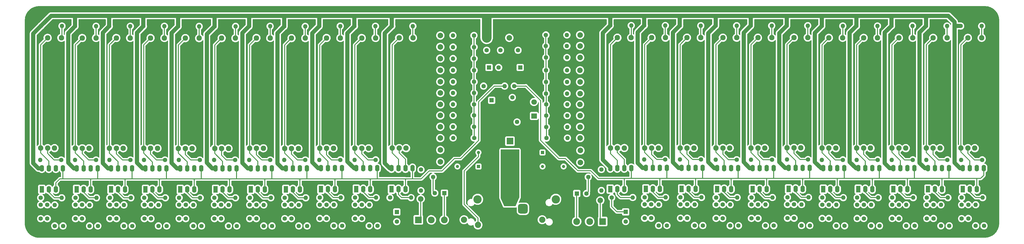
<source format=gbr>
%TF.GenerationSoftware,KiCad,Pcbnew,(6.0.1-0)*%
%TF.CreationDate,2022-03-16T00:28:58-04:00*%
%TF.ProjectId,spectrum,73706563-7472-4756-9d2e-6b696361645f,0*%
%TF.SameCoordinates,Original*%
%TF.FileFunction,Copper,L2,Bot*%
%TF.FilePolarity,Positive*%
%FSLAX46Y46*%
G04 Gerber Fmt 4.6, Leading zero omitted, Abs format (unit mm)*
G04 Created by KiCad (PCBNEW (6.0.1-0)) date 2022-03-16 00:28:58*
%MOMM*%
%LPD*%
G01*
G04 APERTURE LIST*
G04 Aperture macros list*
%AMRoundRect*
0 Rectangle with rounded corners*
0 $1 Rounding radius*
0 $2 $3 $4 $5 $6 $7 $8 $9 X,Y pos of 4 corners*
0 Add a 4 corners polygon primitive as box body*
4,1,4,$2,$3,$4,$5,$6,$7,$8,$9,$2,$3,0*
0 Add four circle primitives for the rounded corners*
1,1,$1+$1,$2,$3*
1,1,$1+$1,$4,$5*
1,1,$1+$1,$6,$7*
1,1,$1+$1,$8,$9*
0 Add four rect primitives between the rounded corners*
20,1,$1+$1,$2,$3,$4,$5,0*
20,1,$1+$1,$4,$5,$6,$7,0*
20,1,$1+$1,$6,$7,$8,$9,0*
20,1,$1+$1,$8,$9,$2,$3,0*%
G04 Aperture macros list end*
%TA.AperFunction,ComponentPad*%
%ADD10C,2.250000*%
%TD*%
%TA.AperFunction,ComponentPad*%
%ADD11C,3.000000*%
%TD*%
%TA.AperFunction,ComponentPad*%
%ADD12C,1.600000*%
%TD*%
%TA.AperFunction,ComponentPad*%
%ADD13O,1.600000X1.600000*%
%TD*%
%TA.AperFunction,ComponentPad*%
%ADD14C,1.950000*%
%TD*%
%TA.AperFunction,ComponentPad*%
%ADD15R,1.600000X2.400000*%
%TD*%
%TA.AperFunction,ComponentPad*%
%ADD16O,1.600000X2.400000*%
%TD*%
%TA.AperFunction,ComponentPad*%
%ADD17C,2.000000*%
%TD*%
%TA.AperFunction,ComponentPad*%
%ADD18R,3.500000X3.500000*%
%TD*%
%TA.AperFunction,ComponentPad*%
%ADD19RoundRect,0.750000X1.000000X-0.750000X1.000000X0.750000X-1.000000X0.750000X-1.000000X-0.750000X0*%
%TD*%
%TA.AperFunction,ComponentPad*%
%ADD20RoundRect,0.875000X0.875000X-0.875000X0.875000X0.875000X-0.875000X0.875000X-0.875000X-0.875000X0*%
%TD*%
%TA.AperFunction,ComponentPad*%
%ADD21R,1.150000X1.150000*%
%TD*%
%TA.AperFunction,ComponentPad*%
%ADD22C,1.150000*%
%TD*%
%TA.AperFunction,ComponentPad*%
%ADD23R,1.600000X1.600000*%
%TD*%
%TA.AperFunction,ComponentPad*%
%ADD24R,2.000000X1.905000*%
%TD*%
%TA.AperFunction,ComponentPad*%
%ADD25O,2.000000X1.905000*%
%TD*%
%TA.AperFunction,ComponentPad*%
%ADD26R,2.450000X2.450000*%
%TD*%
%TA.AperFunction,ComponentPad*%
%ADD27C,2.450000*%
%TD*%
%TA.AperFunction,Conductor*%
%ADD28C,0.300000*%
%TD*%
%TA.AperFunction,Conductor*%
%ADD29C,1.500000*%
%TD*%
%TA.AperFunction,Conductor*%
%ADD30C,3.500000*%
%TD*%
G04 APERTURE END LIST*
D10*
%TO.P,J3,R*%
%TO.N,Net-(J3-PadR)*%
X217900000Y-197950000D03*
%TO.P,J3,S*%
%TO.N,GNDREF*%
X222950000Y-199850000D03*
D11*
%TO.P,J3,T*%
%TO.N,Net-(J3-PadT)*%
X222825000Y-190550000D03*
%TD*%
D10*
%TO.P,J2,R*%
%TO.N,Net-(J2-PadR)*%
X189600000Y-197950000D03*
%TO.P,J2,S*%
%TO.N,Net-(J2-PadS)*%
X194650000Y-199850000D03*
D11*
%TO.P,J2,T*%
%TO.N,Net-(J2-PadT)*%
X194525000Y-190550000D03*
%TD*%
D12*
%TO.P,R83,1*%
%TO.N,Net-(R73-Pad2)*%
X219350000Y-160200000D03*
D13*
%TO.P,R83,2*%
%TO.N,Net-(PTL20-Pad2)*%
X226970000Y-160200000D03*
%TD*%
D14*
%TO.P,PTL18,1,1*%
%TO.N,Net-(PTL18-Pad1)*%
X309100000Y-171900000D03*
%TO.P,PTL18,2,2*%
%TO.N,Net-(PTL18-Pad2)*%
X306600000Y-171900000D03*
%TO.P,PTL18,3,3*%
X309100000Y-131900000D03*
%TO.P,PTL18,4,B*%
%TO.N,Net-(PTL18-Pad4)*%
X314100000Y-131900000D03*
%TO.P,PTL18,5,E*%
%TO.N,GNDREF*%
X314100000Y-171900000D03*
%TO.P,PTL18,6*%
%TO.N,N/C*%
X311600000Y-171900000D03*
%TD*%
D12*
%TO.P,R114,1*%
%TO.N,Net-(C38-Pad1)*%
X276100000Y-200060000D03*
D13*
%TO.P,R114,2*%
%TO.N,GNDREF*%
X276100000Y-192440000D03*
%TD*%
D15*
%TO.P,U10,1*%
%TO.N,Net-(C10-Pad2)*%
X49250000Y-186950000D03*
D16*
%TO.P,U10,2,-*%
%TO.N,Net-(C20-Pad2)*%
X51790000Y-186950000D03*
%TO.P,U10,3,+*%
%TO.N,VGND*%
X54330000Y-186950000D03*
%TO.P,U10,4,V-*%
%TO.N,GNDREF*%
X56870000Y-186950000D03*
%TO.P,U10,5,+*%
%TO.N,VGND*%
X56870000Y-179330000D03*
%TO.P,U10,6,-*%
%TO.N,Net-(PTL10-Pad1)*%
X54330000Y-179330000D03*
%TO.P,U10,7*%
%TO.N,Net-(PTL10-Pad2)*%
X51790000Y-179330000D03*
%TO.P,U10,8,V+*%
%TO.N,+5V*%
X49250000Y-179330000D03*
%TD*%
D17*
%TO.P,TP10,1,1*%
%TO.N,Net-(PTL9-Pad2)*%
X181000000Y-160150000D03*
%TD*%
D12*
%TO.P,R120,1*%
%TO.N,Net-(C34-Pad1)*%
X324450000Y-200160000D03*
D13*
%TO.P,R120,2*%
%TO.N,Net-(PTL12-Pad2)*%
X324450000Y-192540000D03*
%TD*%
D17*
%TO.P,TP23,1,1*%
%TO.N,Net-(PTL19-Pad2)*%
X231600000Y-156150000D03*
%TD*%
%TO.P,TP21,1,1*%
%TO.N,Net-(PTL17-Pad2)*%
X231650000Y-148000000D03*
%TD*%
D12*
%TO.P,R76,1*%
%TO.N,Net-(R73-Pad2)*%
X219250000Y-130950000D03*
D13*
%TO.P,R76,2*%
%TO.N,Net-(PTL13-Pad2)*%
X226870000Y-130950000D03*
%TD*%
D12*
%TO.P,R12,1*%
%TO.N,Net-(C12-Pad1)*%
X158250000Y-200160000D03*
D13*
%TO.P,R12,2*%
%TO.N,GNDREF*%
X158250000Y-192540000D03*
%TD*%
D12*
%TO.P,R42,1*%
%TO.N,Net-(R42-Pad1)*%
X193210000Y-131150000D03*
D13*
%TO.P,R42,2*%
%TO.N,Net-(PTL2-Pad2)*%
X185590000Y-131150000D03*
%TD*%
D12*
%TO.P,C40,1*%
%TO.N,Net-(C30-Pad1)*%
X369850000Y-197550000D03*
%TO.P,C40,2*%
%TO.N,Net-(C40-Pad2)*%
X369850000Y-192550000D03*
%TD*%
D15*
%TO.P,U6,1*%
%TO.N,Net-(C6-Pad2)*%
X99590000Y-186950000D03*
D16*
%TO.P,U6,2,-*%
%TO.N,Net-(C16-Pad2)*%
X102130000Y-186950000D03*
%TO.P,U6,3,+*%
%TO.N,VGND*%
X104670000Y-186950000D03*
%TO.P,U6,4,V-*%
%TO.N,GNDREF*%
X107210000Y-186950000D03*
%TO.P,U6,5,+*%
%TO.N,VGND*%
X107210000Y-179330000D03*
%TO.P,U6,6,-*%
%TO.N,Net-(PTL6-Pad1)*%
X104670000Y-179330000D03*
%TO.P,U6,7*%
%TO.N,Net-(PTL6-Pad2)*%
X102130000Y-179330000D03*
%TO.P,U6,8,V+*%
%TO.N,+5V*%
X99590000Y-179330000D03*
%TD*%
D12*
%TO.P,R99,1*%
%TO.N,Net-(C43-Pad2)*%
X331990000Y-189950000D03*
D13*
%TO.P,R99,2*%
%TO.N,Net-(C33-Pad2)*%
X339610000Y-189950000D03*
%TD*%
D17*
%TO.P,TP26,1,1*%
%TO.N,Net-(PTL22-Pad2)*%
X231650000Y-168350000D03*
%TD*%
D12*
%TO.P,R93,1*%
%TO.N,Net-(PTL20-Pad1)*%
X288360000Y-176200000D03*
D13*
%TO.P,R93,2*%
%TO.N,Net-(C47-Pad2)*%
X280740000Y-176200000D03*
%TD*%
D12*
%TO.P,R44,1*%
%TO.N,Net-(R42-Pad1)*%
X193250000Y-139500000D03*
D13*
%TO.P,R44,2*%
%TO.N,Net-(PTL4-Pad2)*%
X185630000Y-139500000D03*
%TD*%
D12*
%TO.P,C4,1*%
%TO.N,Net-(C14-Pad1)*%
X124650000Y-197550000D03*
%TO.P,C4,2*%
%TO.N,Net-(C4-Pad2)*%
X124650000Y-192550000D03*
%TD*%
%TO.P,C42,1*%
%TO.N,Net-(C32-Pad1)*%
X344700000Y-197500000D03*
%TO.P,C42,2*%
%TO.N,Net-(C42-Pad2)*%
X344700000Y-192500000D03*
%TD*%
%TO.P,R67,1*%
%TO.N,+5V*%
X306490000Y-127600000D03*
D13*
%TO.P,R67,2*%
%TO.N,Net-(PTL18-Pad4)*%
X314110000Y-127600000D03*
%TD*%
D18*
%TO.P,J1,1*%
%TO.N,Net-(J1-Pad1)*%
X206242500Y-191000000D03*
D19*
%TO.P,J1,2*%
%TO.N,GNDREF*%
X206242500Y-197000000D03*
D20*
%TO.P,J1,3*%
%TO.N,N/C*%
X210942500Y-194000000D03*
%TD*%
D12*
%TO.P,R71,1*%
%TO.N,+5V*%
X280740000Y-127600000D03*
D13*
%TO.P,R71,2*%
%TO.N,Net-(PTL20-Pad4)*%
X288360000Y-127600000D03*
%TD*%
D12*
%TO.P,R15,1*%
%TO.N,Net-(C15-Pad1)*%
X120050000Y-200210000D03*
D13*
%TO.P,R15,2*%
%TO.N,GNDREF*%
X120050000Y-192590000D03*
%TD*%
D12*
%TO.P,C19,1*%
%TO.N,Net-(C19-Pad1)*%
X63700000Y-197550000D03*
%TO.P,C19,2*%
%TO.N,Net-(C19-Pad2)*%
X63700000Y-192550000D03*
%TD*%
D15*
%TO.P,U2,1*%
%TO.N,Net-(C2-Pad2)*%
X150550000Y-186900000D03*
D16*
%TO.P,U2,2,-*%
%TO.N,Net-(C12-Pad2)*%
X153090000Y-186900000D03*
%TO.P,U2,3,+*%
%TO.N,VGND*%
X155630000Y-186900000D03*
%TO.P,U2,4,V-*%
%TO.N,GNDREF*%
X158170000Y-186900000D03*
%TO.P,U2,5,+*%
%TO.N,VGND*%
X158170000Y-179280000D03*
%TO.P,U2,6,-*%
%TO.N,Net-(PTL2-Pad1)*%
X155630000Y-179280000D03*
%TO.P,U2,7*%
%TO.N,Net-(PTL2-Pad2)*%
X153090000Y-179280000D03*
%TO.P,U2,8,V+*%
%TO.N,+5V*%
X150550000Y-179280000D03*
%TD*%
D17*
%TO.P,TP3,1,1*%
%TO.N,Net-(PTL2-Pad2)*%
X181000000Y-131150000D03*
%TD*%
D21*
%TO.P,T1,1,AA*%
%TO.N,Net-(J2-PadS)*%
X218040000Y-173560000D03*
D22*
%TO.P,T1,2,AB*%
%TO.N,Net-(J2-PadR)*%
X218040000Y-178640000D03*
%TO.P,T1,3,SA*%
%TO.N,GNDREF*%
X225660000Y-173560000D03*
%TO.P,T1,4,SB*%
%TO.N,Vin_R*%
X225660000Y-178640000D03*
%TD*%
D15*
%TO.P,U16,1*%
%TO.N,Net-(C43-Pad2)*%
X332400000Y-186900000D03*
D16*
%TO.P,U16,2,-*%
%TO.N,Net-(C33-Pad2)*%
X334940000Y-186900000D03*
%TO.P,U16,3,+*%
%TO.N,VGND*%
X337480000Y-186900000D03*
%TO.P,U16,4,V-*%
%TO.N,GNDREF*%
X340020000Y-186900000D03*
%TO.P,U16,5,+*%
%TO.N,VGND*%
X340020000Y-179280000D03*
%TO.P,U16,6,-*%
%TO.N,Net-(PTL16-Pad1)*%
X337480000Y-179280000D03*
%TO.P,U16,7*%
%TO.N,Net-(PTL16-Pad2)*%
X334940000Y-179280000D03*
%TO.P,U16,8,V+*%
%TO.N,+5V*%
X332400000Y-179280000D03*
%TD*%
D12*
%TO.P,C47,1*%
%TO.N,Net-(C37-Pad1)*%
X280900000Y-197450000D03*
%TO.P,C47,2*%
%TO.N,Net-(C47-Pad2)*%
X280900000Y-192450000D03*
%TD*%
%TO.P,R89,1*%
%TO.N,Net-(PTL16-Pad1)*%
X339460000Y-176250000D03*
D13*
%TO.P,R89,2*%
%TO.N,Net-(C43-Pad2)*%
X331840000Y-176250000D03*
%TD*%
D12*
%TO.P,R11,1*%
%TO.N,Net-(C11-Pad1)*%
X41350000Y-200210000D03*
D13*
%TO.P,R11,2*%
%TO.N,Net-(PTL1-Pad2)*%
X41350000Y-192590000D03*
%TD*%
D12*
%TO.P,R77,1*%
%TO.N,Net-(R73-Pad2)*%
X219250000Y-134950000D03*
D13*
%TO.P,R77,2*%
%TO.N,Net-(PTL14-Pad2)*%
X226870000Y-134950000D03*
%TD*%
D23*
%TO.P,C50,1*%
%TO.N,Vin_R*%
X230447349Y-188450000D03*
D12*
%TO.P,C50,2*%
%TO.N,Net-(C50-Pad2)*%
X233947349Y-188450000D03*
%TD*%
%TO.P,R64,1*%
%TO.N,VGND*%
X207790000Y-149500000D03*
D13*
%TO.P,R64,2*%
%TO.N,GNDREF*%
X215410000Y-149500000D03*
%TD*%
D12*
%TO.P,R52,1*%
%TO.N,+5V*%
X149890000Y-127800000D03*
D13*
%TO.P,R52,2*%
%TO.N,Net-(PTL2-Pad4)*%
X157510000Y-127800000D03*
%TD*%
D12*
%TO.P,C43,1*%
%TO.N,Net-(C33-Pad1)*%
X332000000Y-197500000D03*
%TO.P,C43,2*%
%TO.N,Net-(C43-Pad2)*%
X332000000Y-192500000D03*
%TD*%
%TO.P,C18,1*%
%TO.N,Net-(C18-Pad1)*%
X76200000Y-197550000D03*
%TO.P,C18,2*%
%TO.N,Net-(C18-Pad2)*%
X76200000Y-192550000D03*
%TD*%
%TO.P,R59,1*%
%TO.N,+5V*%
X111740000Y-127800000D03*
D13*
%TO.P,R59,2*%
%TO.N,Net-(PTL5-Pad4)*%
X119360000Y-127800000D03*
%TD*%
D12*
%TO.P,R21,1*%
%TO.N,Net-(C11-Pad1)*%
X44350000Y-200210000D03*
D13*
%TO.P,R21,2*%
%TO.N,GNDREF*%
X44350000Y-192590000D03*
%TD*%
D12*
%TO.P,C13,1*%
%TO.N,Net-(C13-Pad1)*%
X139750000Y-197500000D03*
%TO.P,C13,2*%
%TO.N,Net-(C13-Pad2)*%
X139750000Y-192500000D03*
%TD*%
%TO.P,R30,1*%
%TO.N,Net-(C10-Pad2)*%
X48850000Y-190000000D03*
D13*
%TO.P,R30,2*%
%TO.N,Net-(C20-Pad2)*%
X56470000Y-190000000D03*
%TD*%
D24*
%TO.P,U23,1,IN*%
%TO.N,Net-(C53-Pad2)*%
X214945000Y-160340000D03*
D25*
%TO.P,U23,2,GND*%
%TO.N,GNDREF*%
X214945000Y-157800000D03*
%TO.P,U23,3,OUT*%
%TO.N,+5V*%
X214945000Y-155260000D03*
%TD*%
D12*
%TO.P,R75,1*%
%TO.N,+5V*%
X319190000Y-127700000D03*
D13*
%TO.P,R75,2*%
%TO.N,Net-(PTL17-Pad4)*%
X326810000Y-127700000D03*
%TD*%
D15*
%TO.P,U1,1*%
%TO.N,Net-(C22-Pad1)*%
X163300000Y-186900000D03*
D16*
%TO.P,U1,2,-*%
%TO.N,Net-(R42-Pad1)*%
X165840000Y-186900000D03*
%TO.P,U1,3,+*%
%TO.N,VGND*%
X168380000Y-186900000D03*
%TO.P,U1,4,V-*%
%TO.N,GNDREF*%
X170920000Y-186900000D03*
%TO.P,U1,5,+*%
%TO.N,VGND*%
X170920000Y-179280000D03*
%TO.P,U1,6,-*%
%TO.N,Net-(PTL1-Pad1)*%
X168380000Y-179280000D03*
%TO.P,U1,7*%
%TO.N,Net-(PTL1-Pad2)*%
X165840000Y-179280000D03*
%TO.P,U1,8,V+*%
%TO.N,+5V*%
X163300000Y-179280000D03*
%TD*%
D17*
%TO.P,TP27,1,1*%
%TO.N,Vin_R*%
X231700000Y-177200000D03*
%TD*%
D12*
%TO.P,C11,1*%
%TO.N,Net-(C11-Pad1)*%
X36250000Y-197550000D03*
%TO.P,C11,2*%
%TO.N,Net-(C11-Pad2)*%
X36250000Y-192550000D03*
%TD*%
%TO.P,C20,1*%
%TO.N,Net-(C10-Pad1)*%
X51250000Y-197550000D03*
%TO.P,C20,2*%
%TO.N,Net-(C20-Pad2)*%
X51250000Y-192550000D03*
%TD*%
%TO.P,R85,1*%
%TO.N,Net-(R73-Pad2)*%
X219440000Y-168350000D03*
D13*
%TO.P,R85,2*%
%TO.N,Net-(PTL22-Pad2)*%
X227060000Y-168350000D03*
%TD*%
D12*
%TO.P,R73,1*%
%TO.N,Net-(C29-Pad1)*%
X243090000Y-189900000D03*
D13*
%TO.P,R73,2*%
%TO.N,Net-(R73-Pad2)*%
X250710000Y-189900000D03*
%TD*%
D12*
%TO.P,R103,1*%
%TO.N,Net-(C47-Pad2)*%
X280900000Y-189900000D03*
D13*
%TO.P,R103,2*%
%TO.N,Net-(C37-Pad2)*%
X288520000Y-189900000D03*
%TD*%
D12*
%TO.P,R110,1*%
%TO.N,Net-(C34-Pad1)*%
X327450000Y-200160000D03*
D13*
%TO.P,R110,2*%
%TO.N,GNDREF*%
X327450000Y-192540000D03*
%TD*%
D12*
%TO.P,C12,1*%
%TO.N,Net-(C12-Pad1)*%
X152550000Y-197500000D03*
%TO.P,C12,2*%
%TO.N,Net-(C12-Pad2)*%
X152550000Y-192500000D03*
%TD*%
%TO.P,R94,1*%
%TO.N,Net-(PTL21-Pad1)*%
X275460000Y-176150000D03*
D13*
%TO.P,R94,2*%
%TO.N,Net-(C48-Pad2)*%
X267840000Y-176150000D03*
%TD*%
D14*
%TO.P,PTL3,1,1*%
%TO.N,Net-(PTL3-Pad1)*%
X139800000Y-172050000D03*
%TO.P,PTL3,2,2*%
%TO.N,Net-(PTL3-Pad2)*%
X137300000Y-172050000D03*
%TO.P,PTL3,3,3*%
X139800000Y-132050000D03*
%TO.P,PTL3,4,B*%
%TO.N,Net-(PTL3-Pad4)*%
X144800000Y-132050000D03*
%TO.P,PTL3,5,E*%
%TO.N,GNDREF*%
X144800000Y-172050000D03*
%TO.P,PTL3,6*%
%TO.N,N/C*%
X142300000Y-172050000D03*
%TD*%
D12*
%TO.P,R80,1*%
%TO.N,Net-(R73-Pad2)*%
X219300000Y-148000000D03*
D13*
%TO.P,R80,2*%
%TO.N,Net-(PTL17-Pad2)*%
X226920000Y-148000000D03*
%TD*%
D12*
%TO.P,R124,1*%
%TO.N,Net-(C38-Pad1)*%
X273100000Y-200060000D03*
D13*
%TO.P,R124,2*%
%TO.N,Net-(PTL12-Pad2)*%
X273100000Y-192440000D03*
%TD*%
D12*
%TO.P,C10,1*%
%TO.N,Net-(C10-Pad1)*%
X48850000Y-197550000D03*
%TO.P,C10,2*%
%TO.N,Net-(C10-Pad2)*%
X48850000Y-192550000D03*
%TD*%
D14*
%TO.P,PTL4,1,1*%
%TO.N,Net-(PTL4-Pad1)*%
X127100000Y-172100000D03*
%TO.P,PTL4,2,2*%
%TO.N,Net-(PTL4-Pad2)*%
X124600000Y-172100000D03*
%TO.P,PTL4,3,3*%
X127100000Y-132100000D03*
%TO.P,PTL4,4,B*%
%TO.N,Net-(PTL4-Pad4)*%
X132100000Y-132100000D03*
%TO.P,PTL4,5,E*%
%TO.N,GNDREF*%
X132100000Y-172100000D03*
%TO.P,PTL4,6*%
%TO.N,N/C*%
X129600000Y-172100000D03*
%TD*%
D12*
%TO.P,C38,1*%
%TO.N,Net-(C38-Pad1)*%
X270400000Y-197400000D03*
%TO.P,C38,2*%
%TO.N,Net-(C38-Pad2)*%
X270400000Y-192400000D03*
%TD*%
%TO.P,C35,1*%
%TO.N,Net-(C35-Pad1)*%
X309150000Y-197400000D03*
%TO.P,C35,2*%
%TO.N,Net-(C35-Pad2)*%
X309150000Y-192400000D03*
%TD*%
%TO.P,R62,1*%
%TO.N,+5V*%
X36340000Y-127700000D03*
D13*
%TO.P,R62,2*%
%TO.N,Net-(PTL11-Pad4)*%
X43960000Y-127700000D03*
%TD*%
D12*
%TO.P,R18,1*%
%TO.N,Net-(C18-Pad1)*%
X81900000Y-200210000D03*
D13*
%TO.P,R18,2*%
%TO.N,GNDREF*%
X81900000Y-192590000D03*
%TD*%
D12*
%TO.P,R45,1*%
%TO.N,Net-(R42-Pad1)*%
X193250000Y-143750000D03*
D13*
%TO.P,R45,2*%
%TO.N,Net-(PTL5-Pad2)*%
X185630000Y-143750000D03*
%TD*%
D12*
%TO.P,R113,1*%
%TO.N,Net-(C37-Pad1)*%
X289000000Y-200110000D03*
D13*
%TO.P,R113,2*%
%TO.N,GNDREF*%
X289000000Y-192490000D03*
%TD*%
D12*
%TO.P,R14,1*%
%TO.N,Net-(C14-Pad1)*%
X132750000Y-200210000D03*
D13*
%TO.P,R14,2*%
%TO.N,GNDREF*%
X132750000Y-192590000D03*
%TD*%
D15*
%TO.P,U3,1*%
%TO.N,Net-(C3-Pad2)*%
X137750000Y-186900000D03*
D16*
%TO.P,U3,2,-*%
%TO.N,Net-(C13-Pad2)*%
X140290000Y-186900000D03*
%TO.P,U3,3,+*%
%TO.N,VGND*%
X142830000Y-186900000D03*
%TO.P,U3,4,V-*%
%TO.N,GNDREF*%
X145370000Y-186900000D03*
%TO.P,U3,5,+*%
%TO.N,VGND*%
X145370000Y-179280000D03*
%TO.P,U3,6,-*%
%TO.N,Net-(PTL3-Pad1)*%
X142830000Y-179280000D03*
%TO.P,U3,7*%
%TO.N,Net-(PTL3-Pad2)*%
X140290000Y-179280000D03*
%TO.P,U3,8,V+*%
%TO.N,+5V*%
X137750000Y-179280000D03*
%TD*%
D17*
%TO.P,TP5,1,1*%
%TO.N,Net-(PTL4-Pad2)*%
X181000000Y-139500000D03*
%TD*%
D12*
%TO.P,R13,1*%
%TO.N,Net-(C13-Pad1)*%
X145450000Y-200160000D03*
D13*
%TO.P,R13,2*%
%TO.N,GNDREF*%
X145450000Y-192540000D03*
%TD*%
D12*
%TO.P,R26,1*%
%TO.N,Net-(C6-Pad2)*%
X99190000Y-190000000D03*
D13*
%TO.P,R26,2*%
%TO.N,Net-(C16-Pad2)*%
X106810000Y-190000000D03*
%TD*%
D12*
%TO.P,C28,1*%
%TO.N,GNDREF*%
X214150000Y-136500000D03*
%TO.P,C28,2*%
%TO.N,VGND*%
X209150000Y-136500000D03*
%TD*%
%TO.P,C8,1*%
%TO.N,Net-(C18-Pad1)*%
X73800000Y-197550000D03*
%TO.P,C8,2*%
%TO.N,Net-(C8-Pad2)*%
X73800000Y-192550000D03*
%TD*%
D14*
%TO.P,PTL14,1,1*%
%TO.N,Net-(PTL14-Pad1)*%
X359540000Y-172000000D03*
%TO.P,PTL14,2,2*%
%TO.N,Net-(PTL14-Pad2)*%
X357040000Y-172000000D03*
%TO.P,PTL14,3,3*%
X359540000Y-132000000D03*
%TO.P,PTL14,4,B*%
%TO.N,Net-(PTL14-Pad4)*%
X364540000Y-132000000D03*
%TO.P,PTL14,5,E*%
%TO.N,GNDREF*%
X364540000Y-172000000D03*
%TO.P,PTL14,6*%
%TO.N,N/C*%
X362040000Y-172000000D03*
%TD*%
D15*
%TO.P,U17,1*%
%TO.N,Net-(C44-Pad2)*%
X319750000Y-186900000D03*
D16*
%TO.P,U17,2,-*%
%TO.N,Net-(C34-Pad2)*%
X322290000Y-186900000D03*
%TO.P,U17,3,+*%
%TO.N,VGND*%
X324830000Y-186900000D03*
%TO.P,U17,4,V-*%
%TO.N,GNDREF*%
X327370000Y-186900000D03*
%TO.P,U17,5,+*%
%TO.N,VGND*%
X327370000Y-179280000D03*
%TO.P,U17,6,-*%
%TO.N,Net-(PTL17-Pad1)*%
X324830000Y-179280000D03*
%TO.P,U17,7*%
%TO.N,Net-(PTL17-Pad2)*%
X322290000Y-179280000D03*
%TO.P,U17,8,V+*%
%TO.N,+5V*%
X319750000Y-179280000D03*
%TD*%
D12*
%TO.P,C3,1*%
%TO.N,Net-(C13-Pad1)*%
X137350000Y-197500000D03*
%TO.P,C3,2*%
%TO.N,Net-(C3-Pad2)*%
X137350000Y-192500000D03*
%TD*%
D17*
%TO.P,TP25,1,1*%
%TO.N,Net-(PTL21-Pad2)*%
X231650000Y-164300000D03*
%TD*%
D12*
%TO.P,C21,1*%
%TO.N,Net-(C11-Pad1)*%
X38650000Y-197550000D03*
%TO.P,C21,2*%
%TO.N,Net-(C21-Pad2)*%
X38650000Y-192550000D03*
%TD*%
%TO.P,R69,1*%
%TO.N,+5V*%
X293440000Y-127600000D03*
D13*
%TO.P,R69,2*%
%TO.N,Net-(PTL19-Pad4)*%
X301060000Y-127600000D03*
%TD*%
D12*
%TO.P,R92,1*%
%TO.N,Net-(PTL19-Pad1)*%
X301160000Y-176200000D03*
D13*
%TO.P,R92,2*%
%TO.N,Net-(C46-Pad2)*%
X293540000Y-176200000D03*
%TD*%
D12*
%TO.P,R81,1*%
%TO.N,Net-(R73-Pad2)*%
X219300000Y-152200000D03*
D13*
%TO.P,R81,2*%
%TO.N,Net-(PTL18-Pad2)*%
X226920000Y-152200000D03*
%TD*%
D14*
%TO.P,PTL16,1,1*%
%TO.N,Net-(PTL16-Pad1)*%
X334350000Y-172000000D03*
%TO.P,PTL16,2,2*%
%TO.N,Net-(PTL16-Pad2)*%
X331850000Y-172000000D03*
%TO.P,PTL16,3,3*%
X334350000Y-132000000D03*
%TO.P,PTL16,4,B*%
%TO.N,Net-(PTL16-Pad4)*%
X339350000Y-132000000D03*
%TO.P,PTL16,5,E*%
%TO.N,GNDREF*%
X339350000Y-172000000D03*
%TO.P,PTL16,6*%
%TO.N,N/C*%
X336850000Y-172000000D03*
%TD*%
D12*
%TO.P,R53,1*%
%TO.N,+5V*%
X86040000Y-127850000D03*
D13*
%TO.P,R53,2*%
%TO.N,Net-(PTL7-Pad4)*%
X93660000Y-127850000D03*
%TD*%
D12*
%TO.P,R108,1*%
%TO.N,Net-(C32-Pad1)*%
X352800000Y-200160000D03*
D13*
%TO.P,R108,2*%
%TO.N,GNDREF*%
X352800000Y-192540000D03*
%TD*%
D23*
%TO.P,C1,1*%
%TO.N,Vin_L*%
X182502651Y-188300000D03*
D12*
%TO.P,C1,2*%
%TO.N,Net-(C1-Pad2)*%
X179002651Y-188300000D03*
%TD*%
%TO.P,R90,1*%
%TO.N,Net-(PTL17-Pad1)*%
X326810000Y-176250000D03*
D13*
%TO.P,R90,2*%
%TO.N,Net-(C44-Pad2)*%
X319190000Y-176250000D03*
%TD*%
D12*
%TO.P,R128,1*%
%TO.N,+5V*%
X242540000Y-127550000D03*
D13*
%TO.P,R128,2*%
%TO.N,Net-(PTL12-Pad4)*%
X250160000Y-127550000D03*
%TD*%
D12*
%TO.P,C45,1*%
%TO.N,Net-(C35-Pad1)*%
X306750000Y-197400000D03*
%TO.P,C45,2*%
%TO.N,Net-(C45-Pad2)*%
X306750000Y-192400000D03*
%TD*%
%TO.P,R88,1*%
%TO.N,Net-(PTL15-Pad1)*%
X352160000Y-176250000D03*
D13*
%TO.P,R88,2*%
%TO.N,Net-(C42-Pad2)*%
X344540000Y-176250000D03*
%TD*%
D12*
%TO.P,R122,1*%
%TO.N,Net-(C36-Pad1)*%
X298800000Y-200110000D03*
D13*
%TO.P,R122,2*%
%TO.N,Net-(PTL12-Pad2)*%
X298800000Y-192490000D03*
%TD*%
D12*
%TO.P,C7,1*%
%TO.N,Net-(C17-Pad1)*%
X86400000Y-197550000D03*
%TO.P,C7,2*%
%TO.N,Net-(C7-Pad2)*%
X86400000Y-192550000D03*
%TD*%
D14*
%TO.P,PTL19,1,1*%
%TO.N,Net-(PTL19-Pad1)*%
X296050000Y-171950000D03*
%TO.P,PTL19,2,2*%
%TO.N,Net-(PTL19-Pad2)*%
X293550000Y-171950000D03*
%TO.P,PTL19,3,3*%
X296050000Y-131950000D03*
%TO.P,PTL19,4,B*%
%TO.N,Net-(PTL19-Pad4)*%
X301050000Y-131950000D03*
%TO.P,PTL19,5,E*%
%TO.N,GNDREF*%
X301050000Y-171950000D03*
%TO.P,PTL19,6*%
%TO.N,N/C*%
X298550000Y-171950000D03*
%TD*%
D12*
%TO.P,R126,1*%
%TO.N,Net-(PTL12-Pad1)*%
X239350000Y-179740000D03*
D13*
%TO.P,R126,2*%
%TO.N,Net-(C50-Pad2)*%
X239350000Y-187360000D03*
%TD*%
D23*
%TO.P,C23,1*%
%TO.N,+5V*%
X199600000Y-154647349D03*
D12*
%TO.P,C23,2*%
%TO.N,GNDREF*%
X199600000Y-158147349D03*
%TD*%
%TO.P,R119,1*%
%TO.N,Net-(C33-Pad1)*%
X337100000Y-200160000D03*
D13*
%TO.P,R119,2*%
%TO.N,Net-(PTL12-Pad2)*%
X337100000Y-192540000D03*
%TD*%
D12*
%TO.P,R28,1*%
%TO.N,Net-(C8-Pad2)*%
X73790000Y-190000000D03*
D13*
%TO.P,R28,2*%
%TO.N,Net-(C18-Pad2)*%
X81410000Y-190000000D03*
%TD*%
D12*
%TO.P,R22,1*%
%TO.N,Net-(C2-Pad2)*%
X150150000Y-189950000D03*
D13*
%TO.P,R22,2*%
%TO.N,Net-(C12-Pad2)*%
X157770000Y-189950000D03*
%TD*%
D12*
%TO.P,C32,1*%
%TO.N,Net-(C32-Pad1)*%
X347100000Y-197500000D03*
%TO.P,C32,2*%
%TO.N,Net-(C32-Pad2)*%
X347100000Y-192500000D03*
%TD*%
%TO.P,R47,1*%
%TO.N,Net-(R42-Pad1)*%
X193250000Y-152000000D03*
D13*
%TO.P,R47,2*%
%TO.N,Net-(PTL7-Pad2)*%
X185630000Y-152000000D03*
%TD*%
D12*
%TO.P,R86,1*%
%TO.N,Net-(PTL13-Pad1)*%
X377310000Y-176250000D03*
D13*
%TO.P,R86,2*%
%TO.N,Net-(C40-Pad2)*%
X369690000Y-176250000D03*
%TD*%
D12*
%TO.P,R35,1*%
%TO.N,Net-(PTL5-Pad1)*%
X119410000Y-176300000D03*
D13*
%TO.P,R35,2*%
%TO.N,Net-(C5-Pad2)*%
X111790000Y-176300000D03*
%TD*%
D17*
%TO.P,TP20,1,1*%
%TO.N,Net-(PTL16-Pad2)*%
X231600000Y-143750000D03*
%TD*%
D14*
%TO.P,PTL20,1,1*%
%TO.N,Net-(PTL20-Pad1)*%
X283350000Y-171950000D03*
%TO.P,PTL20,2,2*%
%TO.N,Net-(PTL20-Pad2)*%
X280850000Y-171950000D03*
%TO.P,PTL20,3,3*%
X283350000Y-131950000D03*
%TO.P,PTL20,4,B*%
%TO.N,Net-(PTL20-Pad4)*%
X288350000Y-131950000D03*
%TO.P,PTL20,5,E*%
%TO.N,GNDREF*%
X288350000Y-171950000D03*
%TO.P,PTL20,6*%
%TO.N,N/C*%
X285850000Y-171950000D03*
%TD*%
D12*
%TO.P,R8,1*%
%TO.N,Net-(C18-Pad1)*%
X78900000Y-200210000D03*
D13*
%TO.P,R8,2*%
%TO.N,Net-(PTL1-Pad2)*%
X78900000Y-192590000D03*
%TD*%
D12*
%TO.P,C49,1*%
%TO.N,Net-(C39-Pad1)*%
X255000000Y-197400000D03*
%TO.P,C49,2*%
%TO.N,Net-(C49-Pad2)*%
X255000000Y-192400000D03*
%TD*%
%TO.P,R32,1*%
%TO.N,Net-(PTL2-Pad1)*%
X157610000Y-176250000D03*
D13*
%TO.P,R32,2*%
%TO.N,Net-(C2-Pad2)*%
X149990000Y-176250000D03*
%TD*%
D15*
%TO.P,U7,1*%
%TO.N,Net-(C7-Pad2)*%
X86800000Y-186950000D03*
D16*
%TO.P,U7,2,-*%
%TO.N,Net-(C17-Pad2)*%
X89340000Y-186950000D03*
%TO.P,U7,3,+*%
%TO.N,VGND*%
X91880000Y-186950000D03*
%TO.P,U7,4,V-*%
%TO.N,GNDREF*%
X94420000Y-186950000D03*
%TO.P,U7,5,+*%
%TO.N,VGND*%
X94420000Y-179330000D03*
%TO.P,U7,6,-*%
%TO.N,Net-(PTL7-Pad1)*%
X91880000Y-179330000D03*
%TO.P,U7,7*%
%TO.N,Net-(PTL7-Pad2)*%
X89340000Y-179330000D03*
%TO.P,U7,8,V+*%
%TO.N,+5V*%
X86800000Y-179330000D03*
%TD*%
D12*
%TO.P,R60,1*%
%TO.N,+5V*%
X48690000Y-127800000D03*
D13*
%TO.P,R60,2*%
%TO.N,Net-(PTL10-Pad4)*%
X56310000Y-127800000D03*
%TD*%
D12*
%TO.P,R127,1*%
%TO.N,+5V*%
X254890000Y-127550000D03*
D13*
%TO.P,R127,2*%
%TO.N,Net-(PTL22-Pad4)*%
X262510000Y-127550000D03*
%TD*%
D17*
%TO.P,TP14,1,1*%
%TO.N,GNDREF*%
X214150000Y-132000000D03*
%TD*%
D14*
%TO.P,PTL5,1,1*%
%TO.N,Net-(PTL5-Pad1)*%
X114400000Y-172050000D03*
%TO.P,PTL5,2,2*%
%TO.N,Net-(PTL5-Pad2)*%
X111900000Y-172050000D03*
%TO.P,PTL5,3,3*%
X114400000Y-132050000D03*
%TO.P,PTL5,4,B*%
%TO.N,Net-(PTL5-Pad4)*%
X119400000Y-132050000D03*
%TO.P,PTL5,5,E*%
%TO.N,GNDREF*%
X119400000Y-172050000D03*
%TO.P,PTL5,6*%
%TO.N,N/C*%
X116900000Y-172050000D03*
%TD*%
D12*
%TO.P,R61,1*%
%TO.N,+5V*%
X99230000Y-127850000D03*
D13*
%TO.P,R61,2*%
%TO.N,Net-(PTL6-Pad4)*%
X106850000Y-127850000D03*
%TD*%
D14*
%TO.P,PTL6,1,1*%
%TO.N,Net-(PTL6-Pad1)*%
X101790000Y-172100000D03*
%TO.P,PTL6,2,2*%
%TO.N,Net-(PTL6-Pad2)*%
X99290000Y-172100000D03*
%TO.P,PTL6,3,3*%
X101790000Y-132100000D03*
%TO.P,PTL6,4,B*%
%TO.N,Net-(PTL6-Pad4)*%
X106790000Y-132100000D03*
%TO.P,PTL6,5,E*%
%TO.N,GNDREF*%
X106790000Y-172100000D03*
%TO.P,PTL6,6*%
%TO.N,N/C*%
X104290000Y-172100000D03*
%TD*%
D12*
%TO.P,C6,1*%
%TO.N,Net-(C16-Pad1)*%
X99190000Y-197550000D03*
%TO.P,C6,2*%
%TO.N,Net-(C6-Pad2)*%
X99190000Y-192550000D03*
%TD*%
D14*
%TO.P,PTL9,1,1*%
%TO.N,Net-(PTL9-Pad1)*%
X63650000Y-172050000D03*
%TO.P,PTL9,2,2*%
%TO.N,Net-(PTL9-Pad2)*%
X61150000Y-172050000D03*
%TO.P,PTL9,3,3*%
X63650000Y-132050000D03*
%TO.P,PTL9,4,B*%
%TO.N,Net-(PTL9-Pad4)*%
X68650000Y-132050000D03*
%TO.P,PTL9,5,E*%
%TO.N,GNDREF*%
X68650000Y-172050000D03*
%TO.P,PTL9,6*%
%TO.N,N/C*%
X66150000Y-172050000D03*
%TD*%
D12*
%TO.P,R105,1*%
%TO.N,Net-(C49-Pad2)*%
X255000000Y-189850000D03*
D13*
%TO.P,R105,2*%
%TO.N,Net-(C39-Pad2)*%
X262620000Y-189850000D03*
%TD*%
D12*
%TO.P,R78,1*%
%TO.N,Net-(R73-Pad2)*%
X219260000Y-139150000D03*
D13*
%TO.P,R78,2*%
%TO.N,Net-(PTL15-Pad2)*%
X226880000Y-139150000D03*
%TD*%
D12*
%TO.P,C46,1*%
%TO.N,Net-(C36-Pad1)*%
X293700000Y-197450000D03*
%TO.P,C46,2*%
%TO.N,Net-(C46-Pad2)*%
X293700000Y-192450000D03*
%TD*%
%TO.P,R118,1*%
%TO.N,Net-(C32-Pad1)*%
X349800000Y-200160000D03*
D13*
%TO.P,R118,2*%
%TO.N,Net-(PTL12-Pad2)*%
X349800000Y-192540000D03*
%TD*%
D23*
%TO.P,C22,1*%
%TO.N,Net-(C22-Pad1)*%
X165250000Y-195147349D03*
D12*
%TO.P,C22,2*%
%TO.N,Vout_L*%
X165250000Y-198647349D03*
%TD*%
D15*
%TO.P,U11,1*%
%TO.N,Net-(C11-Pad2)*%
X36650000Y-186950000D03*
D16*
%TO.P,U11,2,-*%
%TO.N,Net-(C21-Pad2)*%
X39190000Y-186950000D03*
%TO.P,U11,3,+*%
%TO.N,VGND*%
X41730000Y-186950000D03*
%TO.P,U11,4,V-*%
%TO.N,GNDREF*%
X44270000Y-186950000D03*
%TO.P,U11,5,+*%
%TO.N,VGND*%
X44270000Y-179330000D03*
%TO.P,U11,6,-*%
%TO.N,Net-(PTL11-Pad1)*%
X41730000Y-179330000D03*
%TO.P,U11,7*%
%TO.N,Net-(PTL11-Pad2)*%
X39190000Y-179330000D03*
%TO.P,U11,8,V+*%
%TO.N,+5V*%
X36650000Y-179330000D03*
%TD*%
D12*
%TO.P,R48,1*%
%TO.N,Net-(R42-Pad1)*%
X193250000Y-156100000D03*
D13*
%TO.P,R48,2*%
%TO.N,Net-(PTL8-Pad2)*%
X185630000Y-156100000D03*
%TD*%
D12*
%TO.P,R65,1*%
%TO.N,+5V*%
X163440000Y-127750000D03*
D13*
%TO.P,R65,2*%
%TO.N,Net-(PTL1-Pad4)*%
X171060000Y-127750000D03*
%TD*%
D12*
%TO.P,R3,1*%
%TO.N,Net-(C13-Pad1)*%
X142450000Y-200160000D03*
D13*
%TO.P,R3,2*%
%TO.N,Net-(PTL1-Pad2)*%
X142450000Y-192540000D03*
%TD*%
D12*
%TO.P,R91,1*%
%TO.N,Net-(PTL18-Pad1)*%
X314210000Y-176150000D03*
D13*
%TO.P,R91,2*%
%TO.N,Net-(C45-Pad2)*%
X306590000Y-176150000D03*
%TD*%
D12*
%TO.P,C2,1*%
%TO.N,Net-(C12-Pad1)*%
X150150000Y-197500000D03*
%TO.P,C2,2*%
%TO.N,Net-(C2-Pad2)*%
X150150000Y-192500000D03*
%TD*%
%TO.P,R112,1*%
%TO.N,Net-(C36-Pad1)*%
X301800000Y-200110000D03*
D13*
%TO.P,R112,2*%
%TO.N,GNDREF*%
X301800000Y-192490000D03*
%TD*%
D15*
%TO.P,U4,1*%
%TO.N,Net-(C4-Pad2)*%
X125050000Y-186950000D03*
D16*
%TO.P,U4,2,-*%
%TO.N,Net-(C14-Pad2)*%
X127590000Y-186950000D03*
%TO.P,U4,3,+*%
%TO.N,VGND*%
X130130000Y-186950000D03*
%TO.P,U4,4,V-*%
%TO.N,GNDREF*%
X132670000Y-186950000D03*
%TO.P,U4,5,+*%
%TO.N,VGND*%
X132670000Y-179330000D03*
%TO.P,U4,6,-*%
%TO.N,Net-(PTL4-Pad1)*%
X130130000Y-179330000D03*
%TO.P,U4,7*%
%TO.N,Net-(PTL4-Pad2)*%
X127590000Y-179330000D03*
%TO.P,U4,8,V+*%
%TO.N,+5V*%
X125050000Y-179330000D03*
%TD*%
D12*
%TO.P,R56,1*%
%TO.N,+5V*%
X73440000Y-127800000D03*
D13*
%TO.P,R56,2*%
%TO.N,Net-(PTL8-Pad4)*%
X81060000Y-127800000D03*
%TD*%
D15*
%TO.P,U20,1*%
%TO.N,Net-(C47-Pad2)*%
X281300000Y-186850000D03*
D16*
%TO.P,U20,2,-*%
%TO.N,Net-(C37-Pad2)*%
X283840000Y-186850000D03*
%TO.P,U20,3,+*%
%TO.N,VGND*%
X286380000Y-186850000D03*
%TO.P,U20,4,V-*%
%TO.N,GNDREF*%
X288920000Y-186850000D03*
%TO.P,U20,5,+*%
%TO.N,VGND*%
X288920000Y-179230000D03*
%TO.P,U20,6,-*%
%TO.N,Net-(PTL20-Pad1)*%
X286380000Y-179230000D03*
%TO.P,U20,7*%
%TO.N,Net-(PTL20-Pad2)*%
X283840000Y-179230000D03*
%TO.P,U20,8,V+*%
%TO.N,+5V*%
X281300000Y-179230000D03*
%TD*%
D12*
%TO.P,R96,1*%
%TO.N,Net-(C40-Pad2)*%
X369840000Y-189950000D03*
D13*
%TO.P,R96,2*%
%TO.N,Net-(C30-Pad2)*%
X377460000Y-189950000D03*
%TD*%
D12*
%TO.P,R29,1*%
%TO.N,Net-(C9-Pad2)*%
X61300000Y-190000000D03*
D13*
%TO.P,R29,2*%
%TO.N,Net-(C19-Pad2)*%
X68920000Y-190000000D03*
%TD*%
D12*
%TO.P,R95,1*%
%TO.N,Net-(PTL22-Pad1)*%
X262510000Y-176150000D03*
D13*
%TO.P,R95,2*%
%TO.N,Net-(C49-Pad2)*%
X254890000Y-176150000D03*
%TD*%
D12*
%TO.P,R104,1*%
%TO.N,Net-(C48-Pad2)*%
X267990000Y-189850000D03*
D13*
%TO.P,R104,2*%
%TO.N,Net-(C38-Pad2)*%
X275610000Y-189850000D03*
%TD*%
D12*
%TO.P,C30,1*%
%TO.N,Net-(C30-Pad1)*%
X372250000Y-197500000D03*
%TO.P,C30,2*%
%TO.N,Net-(C30-Pad2)*%
X372250000Y-192500000D03*
%TD*%
%TO.P,R100,1*%
%TO.N,Net-(C44-Pad2)*%
X319350000Y-189950000D03*
D13*
%TO.P,R100,2*%
%TO.N,Net-(C34-Pad2)*%
X326970000Y-189950000D03*
%TD*%
D14*
%TO.P,PTL15,1,1*%
%TO.N,Net-(PTL15-Pad1)*%
X347100000Y-172000000D03*
%TO.P,PTL15,2,2*%
%TO.N,Net-(PTL15-Pad2)*%
X344600000Y-172000000D03*
%TO.P,PTL15,3,3*%
X347100000Y-132000000D03*
%TO.P,PTL15,4,B*%
%TO.N,Net-(PTL15-Pad4)*%
X352100000Y-132000000D03*
%TO.P,PTL15,5,E*%
%TO.N,GNDREF*%
X352100000Y-172000000D03*
%TO.P,PTL15,6*%
%TO.N,N/C*%
X349600000Y-172000000D03*
%TD*%
D12*
%TO.P,C37,1*%
%TO.N,Net-(C37-Pad1)*%
X283300000Y-197450000D03*
%TO.P,C37,2*%
%TO.N,Net-(C37-Pad2)*%
X283300000Y-192450000D03*
%TD*%
D17*
%TO.P,TP1,1,1*%
%TO.N,+5V*%
X197800000Y-132000000D03*
%TD*%
D12*
%TO.P,R121,1*%
%TO.N,Net-(C35-Pad1)*%
X311850000Y-200060000D03*
D13*
%TO.P,R121,2*%
%TO.N,Net-(PTL12-Pad2)*%
X311850000Y-192440000D03*
%TD*%
D15*
%TO.P,U15,1*%
%TO.N,Net-(C42-Pad2)*%
X345100000Y-186900000D03*
D16*
%TO.P,U15,2,-*%
%TO.N,Net-(C32-Pad2)*%
X347640000Y-186900000D03*
%TO.P,U15,3,+*%
%TO.N,VGND*%
X350180000Y-186900000D03*
%TO.P,U15,4,V-*%
%TO.N,GNDREF*%
X352720000Y-186900000D03*
%TO.P,U15,5,+*%
%TO.N,VGND*%
X352720000Y-179280000D03*
%TO.P,U15,6,-*%
%TO.N,Net-(PTL15-Pad1)*%
X350180000Y-179280000D03*
%TO.P,U15,7*%
%TO.N,Net-(PTL15-Pad2)*%
X347640000Y-179280000D03*
%TO.P,U15,8,V+*%
%TO.N,+5V*%
X345100000Y-179280000D03*
%TD*%
D12*
%TO.P,C5,1*%
%TO.N,Net-(C15-Pad1)*%
X111950000Y-197550000D03*
%TO.P,C5,2*%
%TO.N,Net-(C5-Pad2)*%
X111950000Y-192550000D03*
%TD*%
%TO.P,R54,1*%
%TO.N,Net-(C22-Pad1)*%
X162790000Y-189950000D03*
D13*
%TO.P,R54,2*%
%TO.N,Net-(R42-Pad1)*%
X170410000Y-189950000D03*
%TD*%
D15*
%TO.P,U22,1*%
%TO.N,Net-(C49-Pad2)*%
X255450000Y-186800000D03*
D16*
%TO.P,U22,2,-*%
%TO.N,Net-(C39-Pad2)*%
X257990000Y-186800000D03*
%TO.P,U22,3,+*%
%TO.N,VGND*%
X260530000Y-186800000D03*
%TO.P,U22,4,V-*%
%TO.N,GNDREF*%
X263070000Y-186800000D03*
%TO.P,U22,5,+*%
%TO.N,VGND*%
X263070000Y-179180000D03*
%TO.P,U22,6,-*%
%TO.N,Net-(PTL22-Pad1)*%
X260530000Y-179180000D03*
%TO.P,U22,7*%
%TO.N,Net-(PTL22-Pad2)*%
X257990000Y-179180000D03*
%TO.P,U22,8,V+*%
%TO.N,+5V*%
X255450000Y-179180000D03*
%TD*%
D12*
%TO.P,R107,1*%
%TO.N,Net-(C31-Pad1)*%
X365340000Y-200160000D03*
D13*
%TO.P,R107,2*%
%TO.N,GNDREF*%
X365340000Y-192540000D03*
%TD*%
D12*
%TO.P,C39,1*%
%TO.N,Net-(C39-Pad1)*%
X257400000Y-197400000D03*
%TO.P,C39,2*%
%TO.N,Net-(C39-Pad2)*%
X257400000Y-192400000D03*
%TD*%
%TO.P,R36,1*%
%TO.N,Net-(PTL6-Pad1)*%
X106650000Y-176300000D03*
D13*
%TO.P,R36,2*%
%TO.N,Net-(C6-Pad2)*%
X99030000Y-176300000D03*
%TD*%
D17*
%TO.P,TP4,1,1*%
%TO.N,Net-(PTL3-Pad2)*%
X181000000Y-135300000D03*
%TD*%
D12*
%TO.P,R97,1*%
%TO.N,Net-(C41-Pad2)*%
X357240000Y-189950000D03*
D13*
%TO.P,R97,2*%
%TO.N,Net-(C31-Pad2)*%
X364860000Y-189950000D03*
%TD*%
D12*
%TO.P,C24,1*%
%TO.N,GNDREF*%
X207100000Y-158600000D03*
%TO.P,C24,2*%
%TO.N,+5V*%
X207100000Y-153600000D03*
%TD*%
D14*
%TO.P,PTL13,1,1*%
%TO.N,Net-(PTL13-Pad1)*%
X372100000Y-172000000D03*
%TO.P,PTL13,2,2*%
%TO.N,Net-(PTL13-Pad2)*%
X369600000Y-172000000D03*
%TO.P,PTL13,3,3*%
X372100000Y-132000000D03*
%TO.P,PTL13,4,B*%
%TO.N,Net-(PTL13-Pad4)*%
X377100000Y-132000000D03*
%TO.P,PTL13,5,E*%
%TO.N,GNDREF*%
X377100000Y-172000000D03*
%TO.P,PTL13,6*%
%TO.N,N/C*%
X374600000Y-172000000D03*
%TD*%
%TO.P,PTL21,1,1*%
%TO.N,Net-(PTL21-Pad1)*%
X270350000Y-171950000D03*
%TO.P,PTL21,2,2*%
%TO.N,Net-(PTL21-Pad2)*%
X267850000Y-171950000D03*
%TO.P,PTL21,3,3*%
X270350000Y-131950000D03*
%TO.P,PTL21,4,B*%
%TO.N,Net-(PTL21-Pad4)*%
X275350000Y-131950000D03*
%TO.P,PTL21,5,E*%
%TO.N,GNDREF*%
X275350000Y-171950000D03*
%TO.P,PTL21,6*%
%TO.N,N/C*%
X272850000Y-171950000D03*
%TD*%
D12*
%TO.P,C16,1*%
%TO.N,Net-(C16-Pad1)*%
X101590000Y-197550000D03*
%TO.P,C16,2*%
%TO.N,Net-(C16-Pad2)*%
X101590000Y-192550000D03*
%TD*%
D23*
%TO.P,C29,1*%
%TO.N,Net-(C29-Pad1)*%
X248150000Y-195097349D03*
D12*
%TO.P,C29,2*%
%TO.N,Vout_R*%
X248150000Y-198597349D03*
%TD*%
%TO.P,R23,1*%
%TO.N,Net-(C3-Pad2)*%
X137340000Y-189950000D03*
D13*
%TO.P,R23,2*%
%TO.N,Net-(C13-Pad2)*%
X144960000Y-189950000D03*
%TD*%
D12*
%TO.P,C34,1*%
%TO.N,Net-(C34-Pad1)*%
X321750000Y-197500000D03*
%TO.P,C34,2*%
%TO.N,Net-(C34-Pad2)*%
X321750000Y-192500000D03*
%TD*%
%TO.P,R19,1*%
%TO.N,Net-(C19-Pad1)*%
X69400000Y-200210000D03*
D13*
%TO.P,R19,2*%
%TO.N,GNDREF*%
X69400000Y-192590000D03*
%TD*%
D17*
%TO.P,TP12,1,1*%
%TO.N,Net-(PTL11-Pad2)*%
X181000000Y-168350000D03*
%TD*%
D12*
%TO.P,R70,1*%
%TO.N,+5V*%
X344440000Y-127650000D03*
D13*
%TO.P,R70,2*%
%TO.N,Net-(PTL15-Pad4)*%
X352060000Y-127650000D03*
%TD*%
D17*
%TO.P,TP18,1,1*%
%TO.N,Net-(PTL14-Pad2)*%
X231650000Y-134950000D03*
%TD*%
D12*
%TO.P,R31,1*%
%TO.N,Net-(C11-Pad2)*%
X36250000Y-190000000D03*
D13*
%TO.P,R31,2*%
%TO.N,Net-(C21-Pad2)*%
X43870000Y-190000000D03*
%TD*%
D12*
%TO.P,C14,1*%
%TO.N,Net-(C14-Pad1)*%
X127050000Y-197550000D03*
%TO.P,C14,2*%
%TO.N,Net-(C14-Pad2)*%
X127050000Y-192550000D03*
%TD*%
%TO.P,C9,1*%
%TO.N,Net-(C19-Pad1)*%
X61300000Y-197550000D03*
%TO.P,C9,2*%
%TO.N,Net-(C9-Pad2)*%
X61300000Y-192550000D03*
%TD*%
%TO.P,R102,1*%
%TO.N,Net-(C46-Pad2)*%
X293690000Y-189900000D03*
D13*
%TO.P,R102,2*%
%TO.N,Net-(C36-Pad2)*%
X301310000Y-189900000D03*
%TD*%
D15*
%TO.P,U9,1*%
%TO.N,Net-(C9-Pad2)*%
X61700000Y-186950000D03*
D16*
%TO.P,U9,2,-*%
%TO.N,Net-(C19-Pad2)*%
X64240000Y-186950000D03*
%TO.P,U9,3,+*%
%TO.N,VGND*%
X66780000Y-186950000D03*
%TO.P,U9,4,V-*%
%TO.N,GNDREF*%
X69320000Y-186950000D03*
%TO.P,U9,5,+*%
%TO.N,VGND*%
X69320000Y-179330000D03*
%TO.P,U9,6,-*%
%TO.N,Net-(PTL9-Pad1)*%
X66780000Y-179330000D03*
%TO.P,U9,7*%
%TO.N,Net-(PTL9-Pad2)*%
X64240000Y-179330000D03*
%TO.P,U9,8,V+*%
%TO.N,+5V*%
X61700000Y-179330000D03*
%TD*%
D12*
%TO.P,R79,1*%
%TO.N,Net-(R73-Pad2)*%
X219290000Y-143750000D03*
D13*
%TO.P,R79,2*%
%TO.N,Net-(PTL16-Pad2)*%
X226910000Y-143750000D03*
%TD*%
D17*
%TO.P,TP11,1,1*%
%TO.N,Net-(PTL10-Pad2)*%
X181000000Y-164250000D03*
%TD*%
%TO.P,TP2,1,1*%
%TO.N,Vin_L*%
X181000000Y-176950000D03*
%TD*%
D12*
%TO.P,R109,1*%
%TO.N,Net-(C33-Pad1)*%
X340100000Y-200160000D03*
D13*
%TO.P,R109,2*%
%TO.N,GNDREF*%
X340100000Y-192540000D03*
%TD*%
D12*
%TO.P,C53,1*%
%TO.N,GNDREF*%
X203800000Y-162500000D03*
%TO.P,C53,2*%
%TO.N,Net-(C53-Pad2)*%
X208800000Y-162500000D03*
%TD*%
D14*
%TO.P,PTL1,1,1*%
%TO.N,Net-(PTL1-Pad1)*%
X166100000Y-172000000D03*
%TO.P,PTL1,2,2*%
%TO.N,Net-(PTL1-Pad2)*%
X163600000Y-172000000D03*
%TO.P,PTL1,3,3*%
X166100000Y-132000000D03*
%TO.P,PTL1,4,B*%
%TO.N,Net-(PTL1-Pad4)*%
X171100000Y-132000000D03*
%TO.P,PTL1,5,E*%
%TO.N,GNDREF*%
X171100000Y-172000000D03*
%TO.P,PTL1,6*%
%TO.N,N/C*%
X168600000Y-172000000D03*
%TD*%
D17*
%TO.P,TP13,1,1*%
%TO.N,Vout_L*%
X173900000Y-190400000D03*
%TD*%
D12*
%TO.P,R123,1*%
%TO.N,Net-(C37-Pad1)*%
X286000000Y-200110000D03*
D13*
%TO.P,R123,2*%
%TO.N,Net-(PTL12-Pad2)*%
X286000000Y-192490000D03*
%TD*%
D12*
%TO.P,R34,1*%
%TO.N,Net-(PTL4-Pad1)*%
X132110000Y-176300000D03*
D13*
%TO.P,R34,2*%
%TO.N,Net-(C4-Pad2)*%
X124490000Y-176300000D03*
%TD*%
D12*
%TO.P,R25,1*%
%TO.N,Net-(C5-Pad2)*%
X111990000Y-190000000D03*
D13*
%TO.P,R25,2*%
%TO.N,Net-(C15-Pad2)*%
X119610000Y-190000000D03*
%TD*%
D26*
%TO.P,SW3,1,A*%
%TO.N,Vout_L*%
X173050000Y-198000000D03*
D27*
%TO.P,SW3,2,B*%
%TO.N,Net-(J3-PadT)*%
X177750000Y-198000000D03*
%TO.P,SW3,3,C*%
%TO.N,Vin_L*%
X182450000Y-198000000D03*
%TD*%
D26*
%TO.P,SW2,1,A*%
%TO.N,Vout_R*%
X239800000Y-198600000D03*
D27*
%TO.P,SW2,2,B*%
%TO.N,Net-(J3-PadR)*%
X235100000Y-198600000D03*
%TO.P,SW2,3,C*%
%TO.N,Vin_R*%
X230400000Y-198600000D03*
%TD*%
D12*
%TO.P,R5,1*%
%TO.N,Net-(C15-Pad1)*%
X117050000Y-200210000D03*
D13*
%TO.P,R5,2*%
%TO.N,Net-(PTL1-Pad2)*%
X117050000Y-192590000D03*
%TD*%
D12*
%TO.P,R50,1*%
%TO.N,Net-(R42-Pad1)*%
X193250000Y-164250000D03*
D13*
%TO.P,R50,2*%
%TO.N,Net-(PTL10-Pad2)*%
X185630000Y-164250000D03*
%TD*%
D12*
%TO.P,C48,1*%
%TO.N,Net-(C38-Pad1)*%
X268000000Y-197400000D03*
%TO.P,C48,2*%
%TO.N,Net-(C48-Pad2)*%
X268000000Y-192400000D03*
%TD*%
D15*
%TO.P,U19,1*%
%TO.N,Net-(C46-Pad2)*%
X294110000Y-186850000D03*
D16*
%TO.P,U19,2,-*%
%TO.N,Net-(C36-Pad2)*%
X296650000Y-186850000D03*
%TO.P,U19,3,+*%
%TO.N,VGND*%
X299190000Y-186850000D03*
%TO.P,U19,4,V-*%
%TO.N,GNDREF*%
X301730000Y-186850000D03*
%TO.P,U19,5,+*%
%TO.N,VGND*%
X301730000Y-179230000D03*
%TO.P,U19,6,-*%
%TO.N,Net-(PTL19-Pad1)*%
X299190000Y-179230000D03*
%TO.P,U19,7*%
%TO.N,Net-(PTL19-Pad2)*%
X296650000Y-179230000D03*
%TO.P,U19,8,V+*%
%TO.N,+5V*%
X294110000Y-179230000D03*
%TD*%
D17*
%TO.P,TP28,1,1*%
%TO.N,Net-(PTL1-Pad2)*%
X181000000Y-172650000D03*
%TD*%
D14*
%TO.P,PTL12,1,1*%
%TO.N,Net-(PTL12-Pad1)*%
X245150000Y-171950000D03*
%TO.P,PTL12,2,2*%
%TO.N,Net-(PTL12-Pad2)*%
X242650000Y-171950000D03*
%TO.P,PTL12,3,3*%
X245150000Y-131950000D03*
%TO.P,PTL12,4,B*%
%TO.N,Net-(PTL12-Pad4)*%
X250150000Y-131950000D03*
%TO.P,PTL12,5,E*%
%TO.N,GNDREF*%
X250150000Y-171950000D03*
%TO.P,PTL12,6*%
%TO.N,N/C*%
X247650000Y-171950000D03*
%TD*%
D17*
%TO.P,TP19,1,1*%
%TO.N,Net-(PTL15-Pad2)*%
X231650000Y-139150000D03*
%TD*%
D12*
%TO.P,R51,1*%
%TO.N,Net-(R42-Pad1)*%
X193260000Y-168300000D03*
D13*
%TO.P,R51,2*%
%TO.N,Net-(PTL11-Pad2)*%
X185640000Y-168300000D03*
%TD*%
D12*
%TO.P,C52,1*%
%TO.N,GNDREF*%
X229600000Y-182450000D03*
%TO.P,C52,2*%
%TO.N,Net-(C50-Pad2)*%
X234600000Y-182450000D03*
%TD*%
%TO.P,R68,1*%
%TO.N,+5V*%
X356940000Y-127700000D03*
D13*
%TO.P,R68,2*%
%TO.N,Net-(PTL14-Pad4)*%
X364560000Y-127700000D03*
%TD*%
D12*
%TO.P,C51,1*%
%TO.N,GNDREF*%
X183400000Y-182450000D03*
%TO.P,C51,2*%
%TO.N,Net-(C1-Pad2)*%
X178400000Y-182450000D03*
%TD*%
D15*
%TO.P,U21,1*%
%TO.N,Net-(C48-Pad2)*%
X268400000Y-186800000D03*
D16*
%TO.P,U21,2,-*%
%TO.N,Net-(C38-Pad2)*%
X270940000Y-186800000D03*
%TO.P,U21,3,+*%
%TO.N,VGND*%
X273480000Y-186800000D03*
%TO.P,U21,4,V-*%
%TO.N,GNDREF*%
X276020000Y-186800000D03*
%TO.P,U21,5,+*%
%TO.N,VGND*%
X276020000Y-179180000D03*
%TO.P,U21,6,-*%
%TO.N,Net-(PTL21-Pad1)*%
X273480000Y-179180000D03*
%TO.P,U21,7*%
%TO.N,Net-(PTL21-Pad2)*%
X270940000Y-179180000D03*
%TO.P,U21,8,V+*%
%TO.N,+5V*%
X268400000Y-179180000D03*
%TD*%
D12*
%TO.P,C27,1*%
%TO.N,VGND*%
X202800000Y-136500000D03*
%TO.P,C27,2*%
%TO.N,+5V*%
X197800000Y-136500000D03*
%TD*%
D15*
%TO.P,U14,1*%
%TO.N,Net-(C41-Pad2)*%
X357640000Y-186900000D03*
D16*
%TO.P,U14,2,-*%
%TO.N,Net-(C31-Pad2)*%
X360180000Y-186900000D03*
%TO.P,U14,3,+*%
%TO.N,VGND*%
X362720000Y-186900000D03*
%TO.P,U14,4,V-*%
%TO.N,GNDREF*%
X365260000Y-186900000D03*
%TO.P,U14,5,+*%
%TO.N,VGND*%
X365260000Y-179280000D03*
%TO.P,U14,6,-*%
%TO.N,Net-(PTL14-Pad1)*%
X362720000Y-179280000D03*
%TO.P,U14,7*%
%TO.N,Net-(PTL14-Pad2)*%
X360180000Y-179280000D03*
%TO.P,U14,8,V+*%
%TO.N,+5V*%
X357640000Y-179280000D03*
%TD*%
D17*
%TO.P,TP16,1,1*%
%TO.N,Vout_R*%
X238950000Y-190950000D03*
%TD*%
D12*
%TO.P,R87,1*%
%TO.N,Net-(PTL14-Pad1)*%
X364690000Y-176250000D03*
D13*
%TO.P,R87,2*%
%TO.N,Net-(C41-Pad2)*%
X357070000Y-176250000D03*
%TD*%
D12*
%TO.P,R6,1*%
%TO.N,Net-(C16-Pad1)*%
X104290000Y-200210000D03*
D13*
%TO.P,R6,2*%
%TO.N,Net-(PTL1-Pad2)*%
X104290000Y-192590000D03*
%TD*%
D12*
%TO.P,C17,1*%
%TO.N,Net-(C17-Pad1)*%
X88800000Y-197550000D03*
%TO.P,C17,2*%
%TO.N,Net-(C17-Pad2)*%
X88800000Y-192550000D03*
%TD*%
%TO.P,R106,1*%
%TO.N,Net-(C30-Pad1)*%
X377950000Y-200160000D03*
D13*
%TO.P,R106,2*%
%TO.N,GNDREF*%
X377950000Y-192540000D03*
%TD*%
D12*
%TO.P,R82,1*%
%TO.N,Net-(R73-Pad2)*%
X219340000Y-156150000D03*
D13*
%TO.P,R82,2*%
%TO.N,Net-(PTL19-Pad2)*%
X226960000Y-156150000D03*
%TD*%
D12*
%TO.P,R84,1*%
%TO.N,Net-(R73-Pad2)*%
X219400000Y-164300000D03*
D13*
%TO.P,R84,2*%
%TO.N,Net-(PTL21-Pad2)*%
X227020000Y-164300000D03*
%TD*%
D14*
%TO.P,PTL10,1,1*%
%TO.N,Net-(PTL10-Pad1)*%
X51300000Y-172050000D03*
%TO.P,PTL10,2,2*%
%TO.N,Net-(PTL10-Pad2)*%
X48800000Y-172050000D03*
%TO.P,PTL10,3,3*%
X51300000Y-132050000D03*
%TO.P,PTL10,4,B*%
%TO.N,Net-(PTL10-Pad4)*%
X56300000Y-132050000D03*
%TO.P,PTL10,5,E*%
%TO.N,GNDREF*%
X56300000Y-172050000D03*
%TO.P,PTL10,6*%
%TO.N,N/C*%
X53800000Y-172050000D03*
%TD*%
D12*
%TO.P,R10,1*%
%TO.N,Net-(C10-Pad1)*%
X53950000Y-200210000D03*
D13*
%TO.P,R10,2*%
%TO.N,Net-(PTL1-Pad2)*%
X53950000Y-192590000D03*
%TD*%
D12*
%TO.P,C15,1*%
%TO.N,Net-(C15-Pad1)*%
X114350000Y-197550000D03*
%TO.P,C15,2*%
%TO.N,Net-(C15-Pad2)*%
X114350000Y-192550000D03*
%TD*%
%TO.P,R66,1*%
%TO.N,+5V*%
X369490000Y-127700000D03*
D13*
%TO.P,R66,2*%
%TO.N,Net-(PTL13-Pad4)*%
X377110000Y-127700000D03*
%TD*%
D12*
%TO.P,R57,1*%
%TO.N,+5V*%
X124440000Y-127850000D03*
D13*
%TO.P,R57,2*%
%TO.N,Net-(PTL4-Pad4)*%
X132060000Y-127850000D03*
%TD*%
D12*
%TO.P,C33,1*%
%TO.N,Net-(C33-Pad1)*%
X334400000Y-197500000D03*
%TO.P,C33,2*%
%TO.N,Net-(C33-Pad2)*%
X334400000Y-192500000D03*
%TD*%
D17*
%TO.P,TP15,1,1*%
%TO.N,VGND*%
X206000000Y-132000000D03*
%TD*%
D12*
%TO.P,R58,1*%
%TO.N,+5V*%
X61090000Y-127800000D03*
D13*
%TO.P,R58,2*%
%TO.N,Net-(PTL9-Pad4)*%
X68710000Y-127800000D03*
%TD*%
D12*
%TO.P,R33,1*%
%TO.N,Net-(PTL3-Pad1)*%
X144810000Y-176250000D03*
D13*
%TO.P,R33,2*%
%TO.N,Net-(C3-Pad2)*%
X137190000Y-176250000D03*
%TD*%
D17*
%TO.P,TP24,1,1*%
%TO.N,Net-(PTL20-Pad2)*%
X231650000Y-160200000D03*
%TD*%
D14*
%TO.P,PTL2,1,1*%
%TO.N,Net-(PTL2-Pad1)*%
X152550000Y-172050000D03*
%TO.P,PTL2,2,2*%
%TO.N,Net-(PTL2-Pad2)*%
X150050000Y-172050000D03*
%TO.P,PTL2,3,3*%
X152550000Y-132050000D03*
%TO.P,PTL2,4,B*%
%TO.N,Net-(PTL2-Pad4)*%
X157550000Y-132050000D03*
%TO.P,PTL2,5,E*%
%TO.N,GNDREF*%
X157550000Y-172050000D03*
%TO.P,PTL2,6*%
%TO.N,N/C*%
X155050000Y-172050000D03*
%TD*%
D12*
%TO.P,C41,1*%
%TO.N,Net-(C31-Pad1)*%
X357240000Y-197500000D03*
%TO.P,C41,2*%
%TO.N,Net-(C41-Pad2)*%
X357240000Y-192500000D03*
%TD*%
%TO.P,R116,1*%
%TO.N,Net-(C30-Pad1)*%
X374950000Y-200150000D03*
D13*
%TO.P,R116,2*%
%TO.N,Net-(PTL12-Pad2)*%
X374950000Y-192530000D03*
%TD*%
D17*
%TO.P,TP8,1,1*%
%TO.N,Net-(PTL7-Pad2)*%
X181000000Y-152000000D03*
%TD*%
D12*
%TO.P,R55,1*%
%TO.N,+5V*%
X137140000Y-127750000D03*
D13*
%TO.P,R55,2*%
%TO.N,Net-(PTL3-Pad4)*%
X144760000Y-127750000D03*
%TD*%
D15*
%TO.P,U18,1*%
%TO.N,Net-(C45-Pad2)*%
X307150000Y-186800000D03*
D16*
%TO.P,U18,2,-*%
%TO.N,Net-(C35-Pad2)*%
X309690000Y-186800000D03*
%TO.P,U18,3,+*%
%TO.N,VGND*%
X312230000Y-186800000D03*
%TO.P,U18,4,V-*%
%TO.N,GNDREF*%
X314770000Y-186800000D03*
%TO.P,U18,5,+*%
%TO.N,VGND*%
X314770000Y-179180000D03*
%TO.P,U18,6,-*%
%TO.N,Net-(PTL18-Pad1)*%
X312230000Y-179180000D03*
%TO.P,U18,7*%
%TO.N,Net-(PTL18-Pad2)*%
X309690000Y-179180000D03*
%TO.P,U18,8,V+*%
%TO.N,+5V*%
X307150000Y-179180000D03*
%TD*%
D12*
%TO.P,R115,1*%
%TO.N,Net-(C39-Pad1)*%
X263100000Y-200060000D03*
D13*
%TO.P,R115,2*%
%TO.N,GNDREF*%
X263100000Y-192440000D03*
%TD*%
D12*
%TO.P,R43,1*%
%TO.N,Net-(R42-Pad1)*%
X193250000Y-135350000D03*
D13*
%TO.P,R43,2*%
%TO.N,Net-(PTL3-Pad2)*%
X185630000Y-135350000D03*
%TD*%
D15*
%TO.P,U13,1*%
%TO.N,Net-(C40-Pad2)*%
X370250000Y-186900000D03*
D16*
%TO.P,U13,2,-*%
%TO.N,Net-(C30-Pad2)*%
X372790000Y-186900000D03*
%TO.P,U13,3,+*%
%TO.N,VGND*%
X375330000Y-186900000D03*
%TO.P,U13,4,V-*%
%TO.N,GNDREF*%
X377870000Y-186900000D03*
%TO.P,U13,5,+*%
%TO.N,VGND*%
X377870000Y-179280000D03*
%TO.P,U13,6,-*%
%TO.N,Net-(PTL13-Pad1)*%
X375330000Y-179280000D03*
%TO.P,U13,7*%
%TO.N,Net-(PTL13-Pad2)*%
X372790000Y-179280000D03*
%TO.P,U13,8,V+*%
%TO.N,+5V*%
X370250000Y-179280000D03*
%TD*%
D21*
%TO.P,T2,1,AA*%
%TO.N,Net-(J2-PadT)*%
X194810000Y-178640000D03*
D22*
%TO.P,T2,2,AB*%
%TO.N,Net-(J2-PadS)*%
X194810000Y-173560000D03*
%TO.P,T2,3,SA*%
%TO.N,Vin_L*%
X187190000Y-178640000D03*
%TO.P,T2,4,SB*%
%TO.N,GNDREF*%
X187190000Y-173560000D03*
%TD*%
D12*
%TO.P,C36,1*%
%TO.N,Net-(C36-Pad1)*%
X296100000Y-197450000D03*
%TO.P,C36,2*%
%TO.N,Net-(C36-Pad2)*%
X296100000Y-192450000D03*
%TD*%
%TO.P,R101,1*%
%TO.N,Net-(C45-Pad2)*%
X306750000Y-189850000D03*
D13*
%TO.P,R101,2*%
%TO.N,Net-(C35-Pad2)*%
X314370000Y-189850000D03*
%TD*%
D12*
%TO.P,R39,1*%
%TO.N,Net-(PTL9-Pad1)*%
X68760000Y-176300000D03*
D13*
%TO.P,R39,2*%
%TO.N,Net-(C9-Pad2)*%
X61140000Y-176300000D03*
%TD*%
D12*
%TO.P,R1,1*%
%TO.N,Net-(PTL1-Pad1)*%
X174000000Y-179790000D03*
D13*
%TO.P,R1,2*%
%TO.N,Net-(C1-Pad2)*%
X174000000Y-187410000D03*
%TD*%
D12*
%TO.P,R4,1*%
%TO.N,Net-(C14-Pad1)*%
X129750000Y-200210000D03*
D13*
%TO.P,R4,2*%
%TO.N,Net-(PTL1-Pad2)*%
X129750000Y-192590000D03*
%TD*%
D23*
%TO.P,C25,1*%
%TO.N,+5V*%
X198647349Y-142750000D03*
D12*
%TO.P,C25,2*%
%TO.N,VGND*%
X202147349Y-142750000D03*
%TD*%
D15*
%TO.P,U12,1*%
%TO.N,Net-(C29-Pad1)*%
X242550000Y-186850000D03*
D16*
%TO.P,U12,2,-*%
%TO.N,Net-(R73-Pad2)*%
X245090000Y-186850000D03*
%TO.P,U12,3,+*%
%TO.N,VGND*%
X247630000Y-186850000D03*
%TO.P,U12,4,V-*%
%TO.N,GNDREF*%
X250170000Y-186850000D03*
%TO.P,U12,5,+*%
%TO.N,VGND*%
X250170000Y-179230000D03*
%TO.P,U12,6,-*%
%TO.N,Net-(PTL12-Pad1)*%
X247630000Y-179230000D03*
%TO.P,U12,7*%
%TO.N,Net-(PTL12-Pad2)*%
X245090000Y-179230000D03*
%TO.P,U12,8,V+*%
%TO.N,+5V*%
X242550000Y-179230000D03*
%TD*%
D14*
%TO.P,PTL8,1,1*%
%TO.N,Net-(PTL8-Pad1)*%
X76050000Y-172050000D03*
%TO.P,PTL8,2,2*%
%TO.N,Net-(PTL8-Pad2)*%
X73550000Y-172050000D03*
%TO.P,PTL8,3,3*%
X76050000Y-132050000D03*
%TO.P,PTL8,4,B*%
%TO.N,Net-(PTL8-Pad4)*%
X81050000Y-132050000D03*
%TO.P,PTL8,5,E*%
%TO.N,GNDREF*%
X81050000Y-172050000D03*
%TO.P,PTL8,6*%
%TO.N,N/C*%
X78550000Y-172050000D03*
%TD*%
D17*
%TO.P,TP9,1,1*%
%TO.N,Net-(PTL8-Pad2)*%
X181000000Y-156150000D03*
%TD*%
D12*
%TO.P,R74,1*%
%TO.N,+5V*%
X267740000Y-127600000D03*
D13*
%TO.P,R74,2*%
%TO.N,Net-(PTL21-Pad4)*%
X275360000Y-127600000D03*
%TD*%
D17*
%TO.P,TP7,1,1*%
%TO.N,Net-(PTL6-Pad2)*%
X181000000Y-147900000D03*
%TD*%
D12*
%TO.P,R72,1*%
%TO.N,+5V*%
X331740000Y-127700000D03*
D13*
%TO.P,R72,2*%
%TO.N,Net-(PTL16-Pad4)*%
X339360000Y-127700000D03*
%TD*%
D17*
%TO.P,TP29,1,1*%
%TO.N,Net-(PTL12-Pad2)*%
X231750000Y-172850000D03*
%TD*%
%TO.P,TP17,1,1*%
%TO.N,Net-(PTL13-Pad2)*%
X231650000Y-130950000D03*
%TD*%
D14*
%TO.P,PTL7,1,1*%
%TO.N,Net-(PTL7-Pad1)*%
X88650000Y-172100000D03*
%TO.P,PTL7,2,2*%
%TO.N,Net-(PTL7-Pad2)*%
X86150000Y-172100000D03*
%TO.P,PTL7,3,3*%
X88650000Y-132100000D03*
%TO.P,PTL7,4,B*%
%TO.N,Net-(PTL7-Pad4)*%
X93650000Y-132100000D03*
%TO.P,PTL7,5,E*%
%TO.N,GNDREF*%
X93650000Y-172100000D03*
%TO.P,PTL7,6*%
%TO.N,N/C*%
X91150000Y-172100000D03*
%TD*%
D12*
%TO.P,R125,1*%
%TO.N,Net-(C39-Pad1)*%
X260100000Y-200060000D03*
D13*
%TO.P,R125,2*%
%TO.N,Net-(PTL12-Pad2)*%
X260100000Y-192440000D03*
%TD*%
D14*
%TO.P,PTL22,1,1*%
%TO.N,Net-(PTL22-Pad1)*%
X257550000Y-171950000D03*
%TO.P,PTL22,2,2*%
%TO.N,Net-(PTL22-Pad2)*%
X255050000Y-171950000D03*
%TO.P,PTL22,3,3*%
X257550000Y-131950000D03*
%TO.P,PTL22,4,B*%
%TO.N,Net-(PTL22-Pad4)*%
X262550000Y-131950000D03*
%TO.P,PTL22,5,E*%
%TO.N,GNDREF*%
X262550000Y-171950000D03*
%TO.P,PTL22,6*%
%TO.N,N/C*%
X260050000Y-171950000D03*
%TD*%
%TO.P,PTL11,1,1*%
%TO.N,Net-(PTL11-Pad1)*%
X38750000Y-172000000D03*
%TO.P,PTL11,2,2*%
%TO.N,Net-(PTL11-Pad2)*%
X36250000Y-172000000D03*
%TO.P,PTL11,3,3*%
X38750000Y-132000000D03*
%TO.P,PTL11,4,B*%
%TO.N,Net-(PTL11-Pad4)*%
X43750000Y-132000000D03*
%TO.P,PTL11,5,E*%
%TO.N,GNDREF*%
X43750000Y-172000000D03*
%TO.P,PTL11,6*%
%TO.N,N/C*%
X41250000Y-172000000D03*
%TD*%
D12*
%TO.P,R63,1*%
%TO.N,+5V*%
X196690000Y-149500000D03*
D13*
%TO.P,R63,2*%
%TO.N,VGND*%
X204310000Y-149500000D03*
%TD*%
D12*
%TO.P,R20,1*%
%TO.N,Net-(C10-Pad1)*%
X56950000Y-200210000D03*
D13*
%TO.P,R20,2*%
%TO.N,GNDREF*%
X56950000Y-192590000D03*
%TD*%
D12*
%TO.P,C44,1*%
%TO.N,Net-(C34-Pad1)*%
X319350000Y-197500000D03*
%TO.P,C44,2*%
%TO.N,Net-(C44-Pad2)*%
X319350000Y-192500000D03*
%TD*%
D15*
%TO.P,U5,1*%
%TO.N,Net-(C5-Pad2)*%
X112350000Y-186950000D03*
D16*
%TO.P,U5,2,-*%
%TO.N,Net-(C15-Pad2)*%
X114890000Y-186950000D03*
%TO.P,U5,3,+*%
%TO.N,VGND*%
X117430000Y-186950000D03*
%TO.P,U5,4,V-*%
%TO.N,GNDREF*%
X119970000Y-186950000D03*
%TO.P,U5,5,+*%
%TO.N,VGND*%
X119970000Y-179330000D03*
%TO.P,U5,6,-*%
%TO.N,Net-(PTL5-Pad1)*%
X117430000Y-179330000D03*
%TO.P,U5,7*%
%TO.N,Net-(PTL5-Pad2)*%
X114890000Y-179330000D03*
%TO.P,U5,8,V+*%
%TO.N,+5V*%
X112350000Y-179330000D03*
%TD*%
D12*
%TO.P,R41,1*%
%TO.N,Net-(PTL11-Pad1)*%
X43700000Y-176300000D03*
D13*
%TO.P,R41,2*%
%TO.N,Net-(C11-Pad2)*%
X36080000Y-176300000D03*
%TD*%
D26*
%TO.P,SW1,1,A*%
%TO.N,Net-(C53-Pad2)*%
X206240000Y-169460000D03*
D27*
%TO.P,SW1,2,B*%
%TO.N,Net-(J1-Pad1)*%
X206240000Y-174160000D03*
%TO.P,SW1,3,C*%
X206240000Y-178860000D03*
%TD*%
D15*
%TO.P,U8,1*%
%TO.N,Net-(C8-Pad2)*%
X74200000Y-186950000D03*
D16*
%TO.P,U8,2,-*%
%TO.N,Net-(C18-Pad2)*%
X76740000Y-186950000D03*
%TO.P,U8,3,+*%
%TO.N,VGND*%
X79280000Y-186950000D03*
%TO.P,U8,4,V-*%
%TO.N,GNDREF*%
X81820000Y-186950000D03*
%TO.P,U8,5,+*%
%TO.N,VGND*%
X81820000Y-179330000D03*
%TO.P,U8,6,-*%
%TO.N,Net-(PTL8-Pad1)*%
X79280000Y-179330000D03*
%TO.P,U8,7*%
%TO.N,Net-(PTL8-Pad2)*%
X76740000Y-179330000D03*
%TO.P,U8,8,V+*%
%TO.N,+5V*%
X74200000Y-179330000D03*
%TD*%
D12*
%TO.P,R17,1*%
%TO.N,Net-(C17-Pad1)*%
X94500000Y-200210000D03*
D13*
%TO.P,R17,2*%
%TO.N,GNDREF*%
X94500000Y-192590000D03*
%TD*%
D12*
%TO.P,R111,1*%
%TO.N,Net-(C35-Pad1)*%
X314850000Y-200060000D03*
D13*
%TO.P,R111,2*%
%TO.N,GNDREF*%
X314850000Y-192440000D03*
%TD*%
D12*
%TO.P,R37,1*%
%TO.N,Net-(PTL7-Pad1)*%
X93860000Y-176300000D03*
D13*
%TO.P,R37,2*%
%TO.N,Net-(C7-Pad2)*%
X86240000Y-176300000D03*
%TD*%
D23*
%TO.P,C26,1*%
%TO.N,VGND*%
X209947349Y-142750000D03*
D12*
%TO.P,C26,2*%
%TO.N,GNDREF*%
X213447349Y-142750000D03*
%TD*%
%TO.P,R27,1*%
%TO.N,Net-(C7-Pad2)*%
X86400000Y-190000000D03*
D13*
%TO.P,R27,2*%
%TO.N,Net-(C17-Pad2)*%
X94020000Y-190000000D03*
%TD*%
D12*
%TO.P,R7,1*%
%TO.N,Net-(C17-Pad1)*%
X91500000Y-200210000D03*
D13*
%TO.P,R7,2*%
%TO.N,Net-(PTL1-Pad2)*%
X91500000Y-192590000D03*
%TD*%
D12*
%TO.P,R98,1*%
%TO.N,Net-(C42-Pad2)*%
X344700000Y-189950000D03*
D13*
%TO.P,R98,2*%
%TO.N,Net-(C32-Pad2)*%
X352320000Y-189950000D03*
%TD*%
D12*
%TO.P,R117,1*%
%TO.N,Net-(C31-Pad1)*%
X362340000Y-200160000D03*
D13*
%TO.P,R117,2*%
%TO.N,Net-(PTL12-Pad2)*%
X362340000Y-192540000D03*
%TD*%
D12*
%TO.P,R49,1*%
%TO.N,Net-(R42-Pad1)*%
X193250000Y-160150000D03*
D13*
%TO.P,R49,2*%
%TO.N,Net-(PTL9-Pad2)*%
X185630000Y-160150000D03*
%TD*%
D14*
%TO.P,PTL17,1,1*%
%TO.N,Net-(PTL17-Pad1)*%
X321750000Y-172000000D03*
%TO.P,PTL17,2,2*%
%TO.N,Net-(PTL17-Pad2)*%
X319250000Y-172000000D03*
%TO.P,PTL17,3,3*%
X321750000Y-132000000D03*
%TO.P,PTL17,4,B*%
%TO.N,Net-(PTL17-Pad4)*%
X326750000Y-132000000D03*
%TO.P,PTL17,5,E*%
%TO.N,GNDREF*%
X326750000Y-172000000D03*
%TO.P,PTL17,6*%
%TO.N,N/C*%
X324250000Y-172000000D03*
%TD*%
D12*
%TO.P,R2,1*%
%TO.N,Net-(C12-Pad1)*%
X155250000Y-200160000D03*
D13*
%TO.P,R2,2*%
%TO.N,Net-(PTL1-Pad2)*%
X155250000Y-192540000D03*
%TD*%
D12*
%TO.P,R46,1*%
%TO.N,Net-(R42-Pad1)*%
X193250000Y-147950000D03*
D13*
%TO.P,R46,2*%
%TO.N,Net-(PTL6-Pad2)*%
X185630000Y-147950000D03*
%TD*%
D12*
%TO.P,R24,1*%
%TO.N,Net-(C4-Pad2)*%
X124650000Y-190000000D03*
D13*
%TO.P,R24,2*%
%TO.N,Net-(C14-Pad2)*%
X132270000Y-190000000D03*
%TD*%
D12*
%TO.P,R16,1*%
%TO.N,Net-(C16-Pad1)*%
X107290000Y-200210000D03*
D13*
%TO.P,R16,2*%
%TO.N,GNDREF*%
X107290000Y-192590000D03*
%TD*%
D17*
%TO.P,TP22,1,1*%
%TO.N,Net-(PTL18-Pad2)*%
X231650000Y-152200000D03*
%TD*%
D12*
%TO.P,C31,1*%
%TO.N,Net-(C31-Pad1)*%
X359640000Y-197500000D03*
%TO.P,C31,2*%
%TO.N,Net-(C31-Pad2)*%
X359640000Y-192500000D03*
%TD*%
%TO.P,R40,1*%
%TO.N,Net-(PTL10-Pad1)*%
X56310000Y-176300000D03*
D13*
%TO.P,R40,2*%
%TO.N,Net-(C10-Pad2)*%
X48690000Y-176300000D03*
%TD*%
D12*
%TO.P,R38,1*%
%TO.N,Net-(PTL8-Pad1)*%
X81250000Y-176300000D03*
D13*
%TO.P,R38,2*%
%TO.N,Net-(C8-Pad2)*%
X73630000Y-176300000D03*
%TD*%
D12*
%TO.P,R9,1*%
%TO.N,Net-(C19-Pad1)*%
X66400000Y-200210000D03*
D13*
%TO.P,R9,2*%
%TO.N,Net-(PTL1-Pad2)*%
X66400000Y-192590000D03*
%TD*%
D17*
%TO.P,TP6,1,1*%
%TO.N,Net-(PTL5-Pad2)*%
X181000000Y-143750000D03*
%TD*%
D28*
%TO.N,Vin_L*%
X182450000Y-198000000D02*
X182450000Y-188352651D01*
X182450000Y-188352651D02*
X182502651Y-188300000D01*
%TO.N,Net-(C1-Pad2)*%
X178400000Y-182450000D02*
X178400000Y-187697349D01*
X178400000Y-187697349D02*
X179002651Y-188300000D01*
%TO.N,Net-(C12-Pad2)*%
X155200000Y-189950000D02*
X157770000Y-189950000D01*
X153090000Y-186900000D02*
X153090000Y-187840000D01*
X153090000Y-187840000D02*
X155200000Y-189950000D01*
%TO.N,Net-(C13-Pad2)*%
X140290000Y-187990000D02*
X142250000Y-189950000D01*
X140290000Y-186900000D02*
X140290000Y-187990000D01*
X142250000Y-189950000D02*
X144960000Y-189950000D01*
%TO.N,Net-(C14-Pad2)*%
X129600000Y-190000000D02*
X127590000Y-187990000D01*
X132270000Y-190000000D02*
X129600000Y-190000000D01*
X127590000Y-187990000D02*
X127590000Y-186950000D01*
%TO.N,Net-(C15-Pad2)*%
X114890000Y-186950000D02*
X114890000Y-188040000D01*
X114890000Y-188040000D02*
X116850000Y-190000000D01*
X116850000Y-190000000D02*
X119610000Y-190000000D01*
%TO.N,Net-(C16-Pad2)*%
X102130000Y-186950000D02*
X102130000Y-187930000D01*
X104200000Y-190000000D02*
X106810000Y-190000000D01*
X102130000Y-187930000D02*
X104200000Y-190000000D01*
%TO.N,Net-(C17-Pad2)*%
X91300000Y-190000000D02*
X94020000Y-190000000D01*
X89340000Y-186950000D02*
X89340000Y-188040000D01*
X89340000Y-188040000D02*
X91300000Y-190000000D01*
%TO.N,Net-(C18-Pad2)*%
X76740000Y-186950000D02*
X76740000Y-187990000D01*
X76740000Y-187990000D02*
X78750000Y-190000000D01*
X78750000Y-190000000D02*
X81410000Y-190000000D01*
%TO.N,Net-(C19-Pad2)*%
X64240000Y-186950000D02*
X64240000Y-187890000D01*
X66350000Y-190000000D02*
X68920000Y-190000000D01*
X64240000Y-187890000D02*
X66350000Y-190000000D01*
%TO.N,Net-(C20-Pad2)*%
X51790000Y-187940000D02*
X53850000Y-190000000D01*
X53850000Y-190000000D02*
X56470000Y-190000000D01*
X51790000Y-186950000D02*
X51790000Y-187940000D01*
%TO.N,Net-(C21-Pad2)*%
X41250000Y-190000000D02*
X39190000Y-187940000D01*
X39190000Y-187940000D02*
X39190000Y-186950000D01*
X43870000Y-190000000D02*
X41250000Y-190000000D01*
%TO.N,Vout_L*%
X173900000Y-197150000D02*
X173050000Y-198000000D01*
X173900000Y-190400000D02*
X173900000Y-197150000D01*
D29*
%TO.N,+5V*%
X369230000Y-179280000D02*
X367250000Y-177300000D01*
X369490000Y-127700000D02*
X367600000Y-127700000D01*
X98430000Y-179330000D02*
X96400000Y-177300000D01*
X48690000Y-124360000D02*
X49050000Y-124000000D01*
X345100000Y-179280000D02*
X343780000Y-179280000D01*
X33550000Y-130490000D02*
X33550000Y-177450000D01*
X99150000Y-124000000D02*
X85950000Y-124000000D01*
X46200000Y-130290000D02*
X48690000Y-127800000D01*
X356530000Y-179280000D02*
X354600000Y-177350000D01*
X318930000Y-179280000D02*
X316700000Y-177050000D01*
X342000000Y-177500000D02*
X342000000Y-130090000D01*
X319750000Y-179280000D02*
X318930000Y-179280000D01*
X242540000Y-124410000D02*
X242950000Y-124000000D01*
X319190000Y-124090000D02*
X319100000Y-124000000D01*
X99230000Y-127850000D02*
X99230000Y-124080000D01*
X344440000Y-124010000D02*
X344450000Y-124000000D01*
X61090000Y-124390000D02*
X60700000Y-124000000D01*
X36340000Y-127700000D02*
X33550000Y-130490000D01*
X197300000Y-124000000D02*
X242950000Y-124000000D01*
X293440000Y-124240000D02*
X293200000Y-124000000D01*
X370250000Y-179280000D02*
X369230000Y-179280000D01*
D30*
X197800000Y-132000000D02*
X197800000Y-125000000D01*
D29*
X111740000Y-124140000D02*
X111600000Y-124000000D01*
X290900000Y-130140000D02*
X293440000Y-127600000D01*
X163440000Y-127750000D02*
X163440000Y-124490000D01*
X48230000Y-179330000D02*
X46200000Y-177300000D01*
X365000000Y-124000000D02*
X357200000Y-124000000D01*
X163300000Y-179280000D02*
X162680000Y-179280000D01*
X96400000Y-177300000D02*
X96400000Y-130680000D01*
X280740000Y-124360000D02*
X281100000Y-124000000D01*
X267740000Y-124040000D02*
X267700000Y-124000000D01*
X162950000Y-124000000D02*
X150100000Y-124000000D01*
X134600000Y-177150000D02*
X134600000Y-130290000D01*
X265300000Y-130040000D02*
X267740000Y-127600000D01*
X278050000Y-177050000D02*
X278050000Y-130290000D01*
X58750000Y-177450000D02*
X58750000Y-130140000D01*
X49250000Y-179330000D02*
X48230000Y-179330000D01*
X254890000Y-124310000D02*
X255200000Y-124000000D01*
X85580000Y-179330000D02*
X83650000Y-177400000D01*
X319100000Y-124000000D02*
X331850000Y-124000000D01*
X58750000Y-130140000D02*
X61090000Y-127800000D01*
X278050000Y-130290000D02*
X280740000Y-127600000D01*
X255450000Y-179180000D02*
X254280000Y-179180000D01*
X85950000Y-124000000D02*
X73650000Y-124000000D01*
X96400000Y-130680000D02*
X99230000Y-127850000D01*
X306490000Y-127600000D02*
X306490000Y-124040000D01*
X137400000Y-124000000D02*
X124750000Y-124000000D01*
X329300000Y-177050000D02*
X329300000Y-130140000D01*
X147350000Y-130340000D02*
X149890000Y-127800000D01*
X306490000Y-124040000D02*
X306450000Y-124000000D01*
X280740000Y-127600000D02*
X280740000Y-124360000D01*
X280230000Y-179230000D02*
X278050000Y-177050000D01*
X344450000Y-124000000D02*
X357200000Y-124000000D01*
X136730000Y-179280000D02*
X134600000Y-177150000D01*
X74200000Y-179330000D02*
X73130000Y-179330000D01*
X49050000Y-124000000D02*
X40040000Y-124000000D01*
X137750000Y-179280000D02*
X136730000Y-179280000D01*
X61700000Y-179330000D02*
X60630000Y-179330000D01*
X329300000Y-130140000D02*
X331740000Y-127700000D01*
X331530000Y-179280000D02*
X329300000Y-177050000D01*
X46200000Y-177300000D02*
X46200000Y-130290000D01*
X162950000Y-124000000D02*
X197300000Y-124000000D01*
X197800000Y-125000000D02*
X197800000Y-124500000D01*
X111230000Y-179330000D02*
X109300000Y-177400000D01*
X254890000Y-127550000D02*
X254890000Y-124310000D01*
X293200000Y-124000000D02*
X306450000Y-124000000D01*
X73650000Y-124000000D02*
X60700000Y-124000000D01*
X331740000Y-124110000D02*
X331850000Y-124000000D01*
X367250000Y-126250000D02*
X365000000Y-124000000D01*
X303750000Y-130340000D02*
X306490000Y-127600000D01*
X316700000Y-177050000D02*
X316700000Y-130190000D01*
X316700000Y-130190000D02*
X319190000Y-127700000D01*
X343780000Y-179280000D02*
X342000000Y-177500000D01*
X307150000Y-179180000D02*
X305880000Y-179180000D01*
X254280000Y-179180000D02*
X252500000Y-177400000D01*
X33550000Y-177450000D02*
X35430000Y-179330000D01*
X83650000Y-177400000D02*
X83650000Y-130240000D01*
X73130000Y-179330000D02*
X71100000Y-177300000D01*
X83650000Y-130240000D02*
X86040000Y-127850000D01*
X123780000Y-179330000D02*
X122000000Y-177550000D01*
X71100000Y-130140000D02*
X73440000Y-127800000D01*
X109300000Y-130240000D02*
X111740000Y-127800000D01*
X150100000Y-124000000D02*
X137400000Y-124000000D01*
X354600000Y-177350000D02*
X354600000Y-130040000D01*
X303750000Y-177050000D02*
X303750000Y-130340000D01*
X267740000Y-127600000D02*
X267740000Y-124040000D01*
X35430000Y-179330000D02*
X36650000Y-179330000D01*
X86800000Y-179330000D02*
X85580000Y-179330000D01*
X354600000Y-130040000D02*
X356940000Y-127700000D01*
X281300000Y-179230000D02*
X280230000Y-179230000D01*
X367250000Y-128050000D02*
X367250000Y-126250000D01*
X71100000Y-177300000D02*
X71100000Y-130140000D01*
X293440000Y-127600000D02*
X293440000Y-124240000D01*
X86040000Y-124090000D02*
X85950000Y-124000000D01*
X242950000Y-124000000D02*
X255200000Y-124000000D01*
X242550000Y-178900000D02*
X239850000Y-176200000D01*
X267330000Y-179180000D02*
X265300000Y-177150000D01*
X356940000Y-127700000D02*
X356940000Y-124260000D01*
X367250000Y-177300000D02*
X367250000Y-128050000D01*
X73440000Y-127800000D02*
X73440000Y-124210000D01*
X239850000Y-130240000D02*
X242540000Y-127550000D01*
X111600000Y-124000000D02*
X99150000Y-124000000D01*
X255200000Y-124000000D02*
X267700000Y-124000000D01*
X281100000Y-124000000D02*
X293200000Y-124000000D01*
X265300000Y-177150000D02*
X265300000Y-130040000D01*
X306450000Y-124000000D02*
X319100000Y-124000000D01*
X331850000Y-124000000D02*
X344450000Y-124000000D01*
X242550000Y-179230000D02*
X242550000Y-178900000D01*
X367600000Y-127700000D02*
X367250000Y-128050000D01*
X356940000Y-124260000D02*
X357200000Y-124000000D01*
X332400000Y-179280000D02*
X331530000Y-179280000D01*
X60630000Y-179330000D02*
X58750000Y-177450000D01*
X122000000Y-130290000D02*
X124440000Y-127850000D01*
X319190000Y-127700000D02*
X319190000Y-124090000D01*
X137140000Y-124260000D02*
X137400000Y-124000000D01*
X344440000Y-127650000D02*
X344440000Y-124010000D01*
X61090000Y-127800000D02*
X61090000Y-124390000D01*
X342000000Y-130090000D02*
X344440000Y-127650000D01*
X305880000Y-179180000D02*
X303750000Y-177050000D01*
X160900000Y-177500000D02*
X160900000Y-130290000D01*
X267700000Y-124000000D02*
X281100000Y-124000000D01*
X137140000Y-127750000D02*
X137140000Y-124260000D01*
X124750000Y-124000000D02*
X111600000Y-124000000D01*
X99590000Y-179330000D02*
X98430000Y-179330000D01*
X252500000Y-129940000D02*
X254890000Y-127550000D01*
X111740000Y-127800000D02*
X111740000Y-124140000D01*
X293080000Y-179230000D02*
X290900000Y-177050000D01*
X239850000Y-176200000D02*
X239850000Y-130240000D01*
X124440000Y-124310000D02*
X124750000Y-124000000D01*
X109300000Y-177400000D02*
X109300000Y-130240000D01*
X242540000Y-127550000D02*
X242540000Y-124410000D01*
X73440000Y-124210000D02*
X73650000Y-124000000D01*
X125050000Y-179330000D02*
X123780000Y-179330000D01*
X40040000Y-124000000D02*
X36340000Y-127700000D01*
X60700000Y-124000000D02*
X49050000Y-124000000D01*
X134600000Y-130290000D02*
X137140000Y-127750000D01*
X150550000Y-179280000D02*
X149780000Y-179280000D01*
X149890000Y-124210000D02*
X150100000Y-124000000D01*
X160900000Y-130290000D02*
X163440000Y-127750000D01*
X48690000Y-127800000D02*
X48690000Y-124360000D01*
X163440000Y-124490000D02*
X162950000Y-124000000D01*
X162680000Y-179280000D02*
X160900000Y-177500000D01*
X357640000Y-179280000D02*
X356530000Y-179280000D01*
X99230000Y-124080000D02*
X99150000Y-124000000D01*
X331740000Y-127700000D02*
X331740000Y-124110000D01*
X294110000Y-179230000D02*
X293080000Y-179230000D01*
X112350000Y-179330000D02*
X111230000Y-179330000D01*
X149890000Y-127800000D02*
X149890000Y-124210000D01*
X290900000Y-177050000D02*
X290900000Y-130140000D01*
X268400000Y-179180000D02*
X267330000Y-179180000D01*
X147350000Y-176850000D02*
X147350000Y-130340000D01*
X124440000Y-127850000D02*
X124440000Y-124310000D01*
X122000000Y-177550000D02*
X122000000Y-130290000D01*
X86040000Y-127850000D02*
X86040000Y-124090000D01*
X149780000Y-179280000D02*
X147350000Y-176850000D01*
X252500000Y-177400000D02*
X252500000Y-129940000D01*
D28*
%TO.N,VGND*%
X217350000Y-169150000D02*
X217350000Y-154750000D01*
X275950000Y-183000000D02*
X286450000Y-183000000D01*
X263070000Y-182980000D02*
X263050000Y-183000000D01*
X337480000Y-183020000D02*
X337500000Y-183000000D01*
X56750000Y-183150000D02*
X66850000Y-183150000D01*
X44270000Y-179330000D02*
X44270000Y-183030000D01*
X250170000Y-182920000D02*
X250250000Y-183000000D01*
X260600000Y-183000000D02*
X263050000Y-183000000D01*
X107210000Y-179330000D02*
X107210000Y-183090000D01*
X142830000Y-183320000D02*
X143000000Y-183150000D01*
X327300000Y-183000000D02*
X337500000Y-183000000D01*
X314770000Y-182880000D02*
X314650000Y-183000000D01*
X250170000Y-179230000D02*
X250170000Y-182920000D01*
X350180000Y-183020000D02*
X350200000Y-183000000D01*
X170920000Y-179280000D02*
X170920000Y-183130000D01*
X117430000Y-186950000D02*
X117430000Y-183220000D01*
X362720000Y-186900000D02*
X362720000Y-183120000D01*
X168380000Y-186900000D02*
X168380000Y-183180000D01*
X104670000Y-183170000D02*
X104650000Y-183150000D01*
X176950000Y-180300000D02*
X174070000Y-183180000D01*
X260530000Y-186800000D02*
X260530000Y-183070000D01*
X54330000Y-183170000D02*
X54350000Y-183150000D01*
X69320000Y-183070000D02*
X69400000Y-183150000D01*
X340020000Y-179280000D02*
X340020000Y-182980000D01*
X94420000Y-183080000D02*
X94350000Y-183150000D01*
X94350000Y-183150000D02*
X104650000Y-183150000D01*
X54350000Y-183150000D02*
X44150000Y-183150000D01*
X365260000Y-179280000D02*
X365260000Y-182940000D01*
X273450000Y-183000000D02*
X275950000Y-183000000D01*
X194950000Y-169200000D02*
X188350000Y-175800000D01*
X145370000Y-183080000D02*
X145300000Y-183150000D01*
X145300000Y-183150000D02*
X155850000Y-183150000D01*
X260530000Y-183070000D02*
X260600000Y-183000000D01*
X44270000Y-183030000D02*
X44150000Y-183150000D01*
X211900000Y-149500000D02*
X207790000Y-149500000D01*
X168380000Y-183180000D02*
X170870000Y-183180000D01*
X375330000Y-183070000D02*
X375400000Y-183000000D01*
X238250000Y-183000000D02*
X235450000Y-180200000D01*
X142830000Y-186900000D02*
X142830000Y-183320000D01*
X286380000Y-186850000D02*
X286380000Y-183070000D01*
X247630000Y-186850000D02*
X247630000Y-183020000D01*
X130150000Y-183150000D02*
X132650000Y-183150000D01*
X362720000Y-183120000D02*
X362600000Y-183000000D01*
X91880000Y-186950000D02*
X91880000Y-183170000D01*
X350200000Y-183000000D02*
X352750000Y-183000000D01*
X289000000Y-183000000D02*
X299150000Y-183000000D01*
X69400000Y-183150000D02*
X79350000Y-183150000D01*
X299190000Y-183040000D02*
X299150000Y-183000000D01*
X158170000Y-179280000D02*
X158170000Y-183120000D01*
X288920000Y-182920000D02*
X289000000Y-183000000D01*
X235450000Y-180200000D02*
X230800000Y-180200000D01*
X54330000Y-186950000D02*
X54330000Y-183170000D01*
X365200000Y-183000000D02*
X375400000Y-183000000D01*
X286450000Y-183000000D02*
X289000000Y-183000000D01*
X312250000Y-183000000D02*
X314650000Y-183000000D01*
X145370000Y-179280000D02*
X145370000Y-183080000D01*
X41730000Y-184570000D02*
X41730000Y-186950000D01*
X186100000Y-175800000D02*
X181600000Y-180300000D01*
X377870000Y-181830000D02*
X376700000Y-183000000D01*
X223950000Y-175750000D02*
X217350000Y-169150000D01*
X158170000Y-183120000D02*
X158200000Y-183150000D01*
X352720000Y-179280000D02*
X352720000Y-182970000D01*
X79280000Y-186950000D02*
X79280000Y-183220000D01*
X81820000Y-179330000D02*
X81820000Y-183120000D01*
X143000000Y-183150000D02*
X145300000Y-183150000D01*
X119900000Y-183150000D02*
X130150000Y-183150000D01*
X312230000Y-186800000D02*
X312230000Y-183020000D01*
X174070000Y-183180000D02*
X170870000Y-183180000D01*
X181600000Y-180300000D02*
X176950000Y-180300000D01*
X324830000Y-186900000D02*
X324830000Y-183030000D01*
X301730000Y-182980000D02*
X301750000Y-183000000D01*
X155630000Y-183370000D02*
X155850000Y-183150000D01*
X312230000Y-183020000D02*
X312250000Y-183000000D01*
X132670000Y-183130000D02*
X132650000Y-183150000D01*
X273480000Y-186800000D02*
X273480000Y-183030000D01*
X276020000Y-179180000D02*
X276020000Y-182930000D01*
X66780000Y-186950000D02*
X66780000Y-183220000D01*
X327370000Y-179280000D02*
X327370000Y-182930000D01*
X79280000Y-183220000D02*
X79350000Y-183150000D01*
X117500000Y-183150000D02*
X119900000Y-183150000D01*
X194950000Y-155100000D02*
X194950000Y-169200000D01*
X44150000Y-183150000D02*
X43150000Y-183150000D01*
X155850000Y-183150000D02*
X158200000Y-183150000D01*
X212000000Y-149400000D02*
X211900000Y-149500000D01*
X104650000Y-183150000D02*
X107150000Y-183150000D01*
X54350000Y-183150000D02*
X56750000Y-183150000D01*
X132650000Y-183150000D02*
X143000000Y-183150000D01*
X314650000Y-183000000D02*
X324800000Y-183000000D01*
X79350000Y-183150000D02*
X81850000Y-183150000D01*
X337500000Y-183000000D02*
X340000000Y-183000000D01*
X107150000Y-183150000D02*
X117500000Y-183150000D01*
X263070000Y-179180000D02*
X263070000Y-182980000D01*
X327370000Y-182930000D02*
X327300000Y-183000000D01*
X247630000Y-183020000D02*
X247650000Y-183000000D01*
X119970000Y-179330000D02*
X119970000Y-183080000D01*
X155630000Y-186900000D02*
X155630000Y-183370000D01*
X250250000Y-183000000D02*
X238250000Y-183000000D01*
X107210000Y-183090000D02*
X107150000Y-183150000D01*
X263050000Y-183000000D02*
X273450000Y-183000000D01*
X226350000Y-175750000D02*
X223950000Y-175750000D01*
X230800000Y-180200000D02*
X226350000Y-175750000D01*
X299190000Y-186850000D02*
X299190000Y-183040000D01*
X117430000Y-183220000D02*
X117500000Y-183150000D01*
X158200000Y-183150000D02*
X168350000Y-183150000D01*
X352750000Y-183000000D02*
X362600000Y-183000000D01*
X324800000Y-183000000D02*
X327300000Y-183000000D01*
X132670000Y-179330000D02*
X132670000Y-183130000D01*
X301730000Y-179230000D02*
X301730000Y-182980000D01*
X200550000Y-149500000D02*
X194950000Y-155100000D01*
X286380000Y-183070000D02*
X286450000Y-183000000D01*
X324830000Y-183030000D02*
X324800000Y-183000000D01*
X188350000Y-175800000D02*
X186100000Y-175800000D01*
X376700000Y-183000000D02*
X375400000Y-183000000D01*
X250250000Y-183000000D02*
X260600000Y-183000000D01*
X104670000Y-186950000D02*
X104670000Y-183170000D01*
X276020000Y-182930000D02*
X275950000Y-183000000D01*
X170920000Y-183130000D02*
X170870000Y-183180000D01*
X66850000Y-183150000D02*
X69400000Y-183150000D01*
X340020000Y-182980000D02*
X340000000Y-183000000D01*
X299150000Y-183000000D02*
X301750000Y-183000000D01*
X273480000Y-183030000D02*
X273450000Y-183000000D01*
X337480000Y-186900000D02*
X337480000Y-183020000D01*
X365260000Y-182940000D02*
X365200000Y-183000000D01*
X130130000Y-183170000D02*
X130150000Y-183150000D01*
X340000000Y-183000000D02*
X350200000Y-183000000D01*
X375330000Y-186900000D02*
X375330000Y-183070000D01*
X301750000Y-183000000D02*
X312250000Y-183000000D01*
X81850000Y-183150000D02*
X91900000Y-183150000D01*
X119970000Y-183080000D02*
X119900000Y-183150000D01*
X91880000Y-183170000D02*
X91900000Y-183150000D01*
X56870000Y-179330000D02*
X56870000Y-183030000D01*
X168380000Y-183180000D02*
X168350000Y-183150000D01*
X217350000Y-154750000D02*
X212000000Y-149400000D01*
X130130000Y-186950000D02*
X130130000Y-183170000D01*
X43150000Y-183150000D02*
X41730000Y-184570000D01*
X288920000Y-179230000D02*
X288920000Y-182920000D01*
X377870000Y-179280000D02*
X377870000Y-181830000D01*
X91900000Y-183150000D02*
X94350000Y-183150000D01*
X350180000Y-186900000D02*
X350180000Y-183020000D01*
X94420000Y-179330000D02*
X94420000Y-183080000D01*
X66780000Y-183220000D02*
X66850000Y-183150000D01*
X56870000Y-183030000D02*
X56750000Y-183150000D01*
X362600000Y-183000000D02*
X365200000Y-183000000D01*
X81820000Y-183120000D02*
X81850000Y-183150000D01*
X314770000Y-179180000D02*
X314770000Y-182880000D01*
X204310000Y-149500000D02*
X200550000Y-149500000D01*
X352720000Y-182970000D02*
X352750000Y-183000000D01*
X69320000Y-179330000D02*
X69320000Y-183070000D01*
%TO.N,Net-(C29-Pad1)*%
X243090000Y-193240000D02*
X244950000Y-195100000D01*
X244950000Y-195100000D02*
X244952651Y-195097349D01*
X243090000Y-189900000D02*
X243090000Y-193240000D01*
X244952651Y-195097349D02*
X248150000Y-195097349D01*
%TO.N,Vout_R*%
X238950000Y-197750000D02*
X239800000Y-198600000D01*
X238950000Y-190950000D02*
X238950000Y-197750000D01*
%TO.N,Net-(C30-Pad2)*%
X372790000Y-187840000D02*
X374900000Y-189950000D01*
X372790000Y-186900000D02*
X372790000Y-187840000D01*
X374900000Y-189950000D02*
X377460000Y-189950000D01*
%TO.N,Net-(C31-Pad2)*%
X360180000Y-187930000D02*
X362200000Y-189950000D01*
X360180000Y-186900000D02*
X360180000Y-187930000D01*
X362200000Y-189950000D02*
X364860000Y-189950000D01*
%TO.N,Net-(C32-Pad2)*%
X347640000Y-187890000D02*
X349700000Y-189950000D01*
X347640000Y-186900000D02*
X347640000Y-187890000D01*
X349700000Y-189950000D02*
X352320000Y-189950000D01*
%TO.N,Net-(C33-Pad2)*%
X336950000Y-189950000D02*
X339610000Y-189950000D01*
X334940000Y-186900000D02*
X334940000Y-187940000D01*
X334940000Y-187940000D02*
X336950000Y-189950000D01*
%TO.N,Net-(C34-Pad2)*%
X322290000Y-187940000D02*
X324300000Y-189950000D01*
X324300000Y-189950000D02*
X326970000Y-189950000D01*
X322290000Y-186900000D02*
X322290000Y-187940000D01*
%TO.N,Net-(C35-Pad2)*%
X309690000Y-186800000D02*
X309690000Y-187790000D01*
X311750000Y-189850000D02*
X314370000Y-189850000D01*
X309690000Y-187790000D02*
X311750000Y-189850000D01*
%TO.N,Net-(C36-Pad2)*%
X298650000Y-189900000D02*
X301310000Y-189900000D01*
X296650000Y-186850000D02*
X296650000Y-187900000D01*
X296650000Y-187900000D02*
X298650000Y-189900000D01*
%TO.N,Net-(C37-Pad2)*%
X283840000Y-186850000D02*
X283840000Y-187940000D01*
X283840000Y-187940000D02*
X285800000Y-189900000D01*
X285800000Y-189900000D02*
X288520000Y-189900000D01*
%TO.N,Net-(C38-Pad2)*%
X270940000Y-186800000D02*
X270940000Y-187840000D01*
X272950000Y-189850000D02*
X275610000Y-189850000D01*
X270940000Y-187840000D02*
X272950000Y-189850000D01*
%TO.N,Net-(C39-Pad2)*%
X257990000Y-187890000D02*
X259950000Y-189850000D01*
X259950000Y-189850000D02*
X262620000Y-189850000D01*
X257990000Y-186800000D02*
X257990000Y-187890000D01*
%TO.N,Vin_R*%
X230400000Y-188497349D02*
X230447349Y-188450000D01*
X230400000Y-198600000D02*
X230400000Y-188497349D01*
%TO.N,Net-(C50-Pad2)*%
X234600000Y-187797349D02*
X233947349Y-188450000D01*
X234600000Y-182450000D02*
X234600000Y-187797349D01*
%TO.N,Net-(PTL1-Pad1)*%
X168380000Y-176030000D02*
X168380000Y-179280000D01*
X166100000Y-173750000D02*
X168380000Y-176030000D01*
X166100000Y-172000000D02*
X166100000Y-173750000D01*
%TO.N,Net-(PTL1-Pad2)*%
X165840000Y-175990000D02*
X165840000Y-179280000D01*
X163600000Y-173750000D02*
X165840000Y-175990000D01*
X163600000Y-173750000D02*
X163600000Y-172000000D01*
X163600000Y-172000000D02*
X163600000Y-134500000D01*
X163600000Y-134500000D02*
X166100000Y-132000000D01*
%TO.N,Net-(PTL1-Pad4)*%
X171060000Y-127750000D02*
X171060000Y-131960000D01*
%TO.N,Net-(PTL2-Pad1)*%
X154750000Y-176250000D02*
X157610000Y-176250000D01*
X152550000Y-172050000D02*
X152550000Y-174050000D01*
X152550000Y-174050000D02*
X154750000Y-176250000D01*
%TO.N,Net-(PTL2-Pad2)*%
X150050000Y-134550000D02*
X152550000Y-132050000D01*
X153090000Y-179280000D02*
X153090000Y-176840000D01*
X153090000Y-176840000D02*
X150050000Y-173800000D01*
X150050000Y-172050000D02*
X150050000Y-134550000D01*
X150050000Y-173800000D02*
X150050000Y-172050000D01*
%TO.N,Net-(PTL2-Pad4)*%
X157510000Y-127800000D02*
X157510000Y-132010000D01*
%TO.N,Net-(PTL3-Pad1)*%
X139800000Y-174450000D02*
X141600000Y-176250000D01*
X139800000Y-172050000D02*
X139800000Y-174450000D01*
X141600000Y-176250000D02*
X144810000Y-176250000D01*
%TO.N,Net-(PTL3-Pad2)*%
X140290000Y-179280000D02*
X140290000Y-176790000D01*
X137300000Y-134550000D02*
X139800000Y-132050000D01*
X140290000Y-176790000D02*
X137300000Y-173800000D01*
X137300000Y-172050000D02*
X137300000Y-134550000D01*
X137300000Y-173800000D02*
X137300000Y-172050000D01*
%TO.N,Net-(PTL3-Pad4)*%
X144760000Y-127750000D02*
X144760000Y-132010000D01*
%TO.N,Net-(PTL4-Pad1)*%
X129200000Y-176300000D02*
X132110000Y-176300000D01*
X127100000Y-172100000D02*
X127100000Y-174200000D01*
X127100000Y-174200000D02*
X129200000Y-176300000D01*
%TO.N,Net-(PTL4-Pad2)*%
X127590000Y-176790000D02*
X124600000Y-173800000D01*
X124600000Y-172100000D02*
X124600000Y-134600000D01*
X124600000Y-134600000D02*
X127100000Y-132100000D01*
X124600000Y-173800000D02*
X124600000Y-172100000D01*
X127590000Y-179330000D02*
X127590000Y-176790000D01*
%TO.N,Net-(PTL4-Pad4)*%
X132060000Y-127850000D02*
X132060000Y-132060000D01*
%TO.N,Net-(PTL5-Pad1)*%
X114400000Y-174400000D02*
X116300000Y-176300000D01*
X116300000Y-176300000D02*
X119410000Y-176300000D01*
X114400000Y-172050000D02*
X114400000Y-174400000D01*
%TO.N,Net-(PTL5-Pad2)*%
X114890000Y-179330000D02*
X114890000Y-176790000D01*
X111900000Y-172050000D02*
X111900000Y-134550000D01*
X111900000Y-134550000D02*
X114400000Y-132050000D01*
X114890000Y-176790000D02*
X111900000Y-173800000D01*
X111900000Y-173800000D02*
X111900000Y-172050000D01*
%TO.N,Net-(PTL5-Pad4)*%
X119360000Y-127800000D02*
X119360000Y-132010000D01*
%TO.N,Net-(PTL6-Pad1)*%
X101790000Y-174590000D02*
X103500000Y-176300000D01*
X103500000Y-176300000D02*
X106650000Y-176300000D01*
X101790000Y-172100000D02*
X101790000Y-174590000D01*
%TO.N,Net-(PTL6-Pad2)*%
X99290000Y-173940000D02*
X99290000Y-172100000D01*
X102130000Y-176780000D02*
X99290000Y-173940000D01*
X99290000Y-172100000D02*
X99290000Y-134600000D01*
X99290000Y-134600000D02*
X101790000Y-132100000D01*
X102130000Y-179330000D02*
X102130000Y-176780000D01*
%TO.N,Net-(PTL6-Pad4)*%
X106850000Y-127850000D02*
X106850000Y-132040000D01*
%TO.N,Net-(PTL7-Pad1)*%
X90600000Y-176300000D02*
X93860000Y-176300000D01*
X88650000Y-172100000D02*
X88650000Y-174350000D01*
X88650000Y-174350000D02*
X90600000Y-176300000D01*
%TO.N,Net-(PTL7-Pad2)*%
X89340000Y-179330000D02*
X89340000Y-176990000D01*
X86150000Y-172100000D02*
X86150000Y-134600000D01*
X89340000Y-176990000D02*
X86150000Y-173800000D01*
X86150000Y-173800000D02*
X86150000Y-172100000D01*
X86150000Y-134600000D02*
X88650000Y-132100000D01*
%TO.N,Net-(PTL7-Pad4)*%
X93660000Y-127850000D02*
X93660000Y-132090000D01*
%TO.N,Net-(PTL8-Pad1)*%
X76050000Y-172050000D02*
X76050000Y-174200000D01*
X76050000Y-174200000D02*
X78150000Y-176300000D01*
X78150000Y-176300000D02*
X81250000Y-176300000D01*
%TO.N,Net-(PTL8-Pad2)*%
X73550000Y-172050000D02*
X73550000Y-134550000D01*
X73550000Y-134550000D02*
X76050000Y-132050000D01*
X76740000Y-177040000D02*
X73550000Y-173850000D01*
X73550000Y-173850000D02*
X73550000Y-172050000D01*
X76740000Y-179330000D02*
X76740000Y-177040000D01*
%TO.N,Net-(PTL8-Pad4)*%
X81060000Y-127800000D02*
X81060000Y-132040000D01*
%TO.N,Net-(PTL9-Pad1)*%
X65850000Y-176300000D02*
X68760000Y-176300000D01*
X63650000Y-174100000D02*
X65850000Y-176300000D01*
X63650000Y-172050000D02*
X63650000Y-174100000D01*
%TO.N,Net-(PTL9-Pad2)*%
X61150000Y-173800000D02*
X61150000Y-172050000D01*
X64240000Y-179330000D02*
X64240000Y-176890000D01*
X64240000Y-176890000D02*
X61150000Y-173800000D01*
X61150000Y-172050000D02*
X61150000Y-134550000D01*
X61150000Y-134550000D02*
X63650000Y-132050000D01*
%TO.N,Net-(PTL9-Pad4)*%
X68710000Y-127800000D02*
X68710000Y-131990000D01*
%TO.N,Net-(PTL10-Pad1)*%
X51300000Y-172050000D02*
X51300000Y-174000000D01*
X53600000Y-176300000D02*
X56310000Y-176300000D01*
X51300000Y-174000000D02*
X53600000Y-176300000D01*
%TO.N,Net-(PTL10-Pad2)*%
X51300000Y-132050000D02*
X48800000Y-134550000D01*
X51790000Y-176690000D02*
X48800000Y-173700000D01*
X48800000Y-134550000D02*
X48800000Y-172050000D01*
X48800000Y-173700000D02*
X48800000Y-172050000D01*
X51790000Y-179330000D02*
X51790000Y-176690000D01*
%TO.N,Net-(PTL10-Pad4)*%
X56310000Y-127800000D02*
X56310000Y-132040000D01*
%TO.N,Net-(PTL11-Pad1)*%
X41100000Y-176300000D02*
X43700000Y-176300000D01*
X38750000Y-173950000D02*
X41100000Y-176300000D01*
X38750000Y-172000000D02*
X38750000Y-173950000D01*
%TO.N,Net-(PTL11-Pad2)*%
X39190000Y-179330000D02*
X39190000Y-176690000D01*
X36250000Y-172000000D02*
X36250000Y-134500000D01*
X36250000Y-173750000D02*
X36250000Y-172000000D01*
X39190000Y-176690000D02*
X36250000Y-173750000D01*
X36250000Y-134500000D02*
X38750000Y-132000000D01*
%TO.N,Net-(PTL11-Pad4)*%
X43960000Y-127700000D02*
X43960000Y-131790000D01*
%TO.N,Net-(PTL12-Pad1)*%
X245150000Y-171950000D02*
X245150000Y-173600000D01*
X247630000Y-176080000D02*
X247630000Y-179230000D01*
X245150000Y-173600000D02*
X247630000Y-176080000D01*
%TO.N,Net-(PTL12-Pad2)*%
X242650000Y-174000000D02*
X245100000Y-176450000D01*
X245090000Y-176460000D02*
X245090000Y-179230000D01*
X242650000Y-171950000D02*
X242650000Y-174000000D01*
X242650000Y-134450000D02*
X245150000Y-131950000D01*
X242650000Y-171950000D02*
X242650000Y-134450000D01*
%TO.N,Net-(PTL12-Pad4)*%
X250160000Y-127550000D02*
X250160000Y-131940000D01*
%TO.N,Net-(PTL13-Pad1)*%
X374450000Y-176250000D02*
X377310000Y-176250000D01*
X372100000Y-173900000D02*
X374450000Y-176250000D01*
X372100000Y-172000000D02*
X372100000Y-173900000D01*
%TO.N,Net-(PTL13-Pad2)*%
X369600000Y-172000000D02*
X369600000Y-134500000D01*
X369600000Y-134500000D02*
X372100000Y-132000000D01*
X369600000Y-172000000D02*
X369600000Y-173400000D01*
X372790000Y-176610000D02*
X372790000Y-179280000D01*
X369600000Y-173400000D02*
X372800000Y-176600000D01*
%TO.N,Net-(PTL13-Pad4)*%
X377110000Y-127700000D02*
X377110000Y-131990000D01*
%TO.N,Net-(PTL14-Pad1)*%
X359540000Y-172000000D02*
X359540000Y-174340000D01*
X361450000Y-176250000D02*
X364690000Y-176250000D01*
X359540000Y-174340000D02*
X361450000Y-176250000D01*
%TO.N,Net-(PTL14-Pad2)*%
X357040000Y-134500000D02*
X359540000Y-132000000D01*
X357040000Y-172000000D02*
X357040000Y-134500000D01*
X357040000Y-172000000D02*
X357040000Y-173540000D01*
X357040000Y-173540000D02*
X360180000Y-176680000D01*
X360180000Y-176680000D02*
X360180000Y-179280000D01*
%TO.N,Net-(PTL14-Pad4)*%
X364560000Y-127700000D02*
X364560000Y-131980000D01*
%TO.N,Net-(PTL15-Pad1)*%
X347100000Y-172000000D02*
X347100000Y-174200000D01*
X347100000Y-174200000D02*
X349150000Y-176250000D01*
X349150000Y-176250000D02*
X352160000Y-176250000D01*
%TO.N,Net-(PTL15-Pad2)*%
X347640000Y-176560000D02*
X347640000Y-179280000D01*
X344600000Y-134500000D02*
X347100000Y-132000000D01*
X344600000Y-172000000D02*
X344600000Y-173500000D01*
X344600000Y-172000000D02*
X344600000Y-134500000D01*
X344600000Y-173500000D02*
X347650000Y-176550000D01*
%TO.N,Net-(PTL15-Pad4)*%
X352060000Y-127650000D02*
X352060000Y-131960000D01*
%TO.N,Net-(PTL16-Pad1)*%
X336350000Y-176250000D02*
X339460000Y-176250000D01*
X334350000Y-174250000D02*
X336350000Y-176250000D01*
X334350000Y-172000000D02*
X334350000Y-174250000D01*
%TO.N,Net-(PTL16-Pad2)*%
X331850000Y-134500000D02*
X334350000Y-132000000D01*
X331850000Y-172000000D02*
X331850000Y-134500000D01*
X331850000Y-172000000D02*
X331850000Y-173600000D01*
X334940000Y-176710000D02*
X334940000Y-179280000D01*
X331850000Y-173600000D02*
X334950000Y-176700000D01*
%TO.N,Net-(PTL16-Pad4)*%
X339360000Y-127700000D02*
X339360000Y-131990000D01*
%TO.N,Net-(PTL17-Pad1)*%
X321750000Y-172000000D02*
X321750000Y-173950000D01*
X321750000Y-173950000D02*
X324050000Y-176250000D01*
X324050000Y-176250000D02*
X326810000Y-176250000D01*
%TO.N,Net-(PTL17-Pad2)*%
X319250000Y-172000000D02*
X319250000Y-134500000D01*
X319250000Y-172000000D02*
X319250000Y-173650000D01*
X319250000Y-134500000D02*
X321750000Y-132000000D01*
X319250000Y-173650000D02*
X322300000Y-176700000D01*
X322290000Y-176710000D02*
X322290000Y-179280000D01*
%TO.N,Net-(PTL17-Pad4)*%
X326810000Y-127700000D02*
X326810000Y-131940000D01*
%TO.N,Net-(PTL18-Pad1)*%
X311350000Y-176150000D02*
X314210000Y-176150000D01*
X309100000Y-173900000D02*
X311350000Y-176150000D01*
X309100000Y-171900000D02*
X309100000Y-173900000D01*
%TO.N,Net-(PTL18-Pad2)*%
X309690000Y-176510000D02*
X309690000Y-179180000D01*
X306600000Y-134400000D02*
X309100000Y-131900000D01*
X306600000Y-173400000D02*
X309700000Y-176500000D01*
X306600000Y-171900000D02*
X306600000Y-134400000D01*
X306600000Y-171900000D02*
X306600000Y-173400000D01*
%TO.N,Net-(PTL18-Pad4)*%
X314110000Y-127600000D02*
X314110000Y-131890000D01*
%TO.N,Net-(PTL19-Pad1)*%
X296050000Y-174350000D02*
X297900000Y-176200000D01*
X297900000Y-176200000D02*
X301160000Y-176200000D01*
X296050000Y-171950000D02*
X296050000Y-174350000D01*
%TO.N,Net-(PTL19-Pad2)*%
X293550000Y-171950000D02*
X293550000Y-134450000D01*
X293550000Y-134450000D02*
X296050000Y-131950000D01*
X293550000Y-171950000D02*
X293550000Y-173600000D01*
X293550000Y-173600000D02*
X296650000Y-176700000D01*
X296650000Y-176700000D02*
X296650000Y-179230000D01*
%TO.N,Net-(PTL19-Pad4)*%
X301060000Y-127600000D02*
X301060000Y-131940000D01*
%TO.N,Net-(PTL20-Pad1)*%
X283350000Y-174250000D02*
X285300000Y-176200000D01*
X283350000Y-171950000D02*
X283350000Y-174250000D01*
X285300000Y-176200000D02*
X288360000Y-176200000D01*
%TO.N,Net-(PTL20-Pad2)*%
X280850000Y-134450000D02*
X283350000Y-131950000D01*
X283840000Y-176460000D02*
X283840000Y-179230000D01*
X280850000Y-171950000D02*
X280850000Y-173450000D01*
X280850000Y-173450000D02*
X283850000Y-176450000D01*
X280850000Y-171950000D02*
X280850000Y-134450000D01*
%TO.N,Net-(PTL20-Pad4)*%
X288360000Y-127600000D02*
X288360000Y-131940000D01*
%TO.N,Net-(PTL21-Pad1)*%
X270350000Y-174150000D02*
X272350000Y-176150000D01*
X270350000Y-171950000D02*
X270350000Y-174150000D01*
X272350000Y-176150000D02*
X275460000Y-176150000D01*
%TO.N,Net-(PTL21-Pad2)*%
X270940000Y-176560000D02*
X270940000Y-179180000D01*
X267850000Y-173450000D02*
X270950000Y-176550000D01*
X267850000Y-171950000D02*
X267850000Y-173450000D01*
X267850000Y-134450000D02*
X270350000Y-131950000D01*
X267850000Y-171950000D02*
X267850000Y-134450000D01*
%TO.N,Net-(PTL21-Pad4)*%
X275360000Y-127600000D02*
X275360000Y-131940000D01*
%TO.N,Net-(PTL22-Pad1)*%
X259400000Y-176150000D02*
X262510000Y-176150000D01*
X257550000Y-171950000D02*
X257550000Y-174300000D01*
X257550000Y-174300000D02*
X259400000Y-176150000D01*
%TO.N,Net-(PTL22-Pad2)*%
X257990000Y-176560000D02*
X257990000Y-179180000D01*
X257550000Y-131950000D02*
X255050000Y-134450000D01*
X255050000Y-171950000D02*
X255050000Y-173600000D01*
X255050000Y-173600000D02*
X258000000Y-176550000D01*
X255050000Y-134450000D02*
X255050000Y-171950000D01*
%TO.N,Net-(PTL22-Pad4)*%
X262510000Y-127550000D02*
X262510000Y-131910000D01*
%TO.N,Net-(R42-Pad1)*%
X193250000Y-160150000D02*
X193250000Y-156100000D01*
X193250000Y-139500000D02*
X193250000Y-143750000D01*
X165840000Y-188840000D02*
X166950000Y-189950000D01*
X193210000Y-131150000D02*
X193210000Y-135310000D01*
X193250000Y-135350000D02*
X193250000Y-139500000D01*
X193250000Y-147950000D02*
X193250000Y-152000000D01*
X193260000Y-168300000D02*
X193260000Y-164260000D01*
X165840000Y-186900000D02*
X165840000Y-188840000D01*
X193250000Y-143750000D02*
X193250000Y-147950000D01*
X193250000Y-164250000D02*
X193250000Y-160150000D01*
X166950000Y-189950000D02*
X170410000Y-189950000D01*
X193250000Y-152000000D02*
X193250000Y-156100000D01*
%TO.N,Net-(R73-Pad2)*%
X219300000Y-148000000D02*
X219300000Y-143760000D01*
X219250000Y-130950000D02*
X219250000Y-134950000D01*
X219400000Y-164300000D02*
X219400000Y-160250000D01*
X250710000Y-189900000D02*
X246250000Y-189900000D01*
X219300000Y-152200000D02*
X219300000Y-148000000D01*
X219440000Y-168350000D02*
X219440000Y-164340000D01*
X219250000Y-134950000D02*
X219250000Y-139140000D01*
X219350000Y-160200000D02*
X219350000Y-156160000D01*
X246250000Y-189900000D02*
X245090000Y-188740000D01*
X245090000Y-188740000D02*
X245090000Y-186850000D01*
X219340000Y-156150000D02*
X219340000Y-152240000D01*
X219290000Y-143750000D02*
X219290000Y-139180000D01*
%TO.N,Net-(J2-PadS)*%
X194650000Y-199850000D02*
X194650000Y-197400000D01*
X189650000Y-180250000D02*
X194810000Y-175090000D01*
X189650000Y-192400000D02*
X189650000Y-180250000D01*
X194650000Y-197400000D02*
X189650000Y-192400000D01*
X194810000Y-175090000D02*
X194810000Y-173560000D01*
%TD*%
%TA.AperFunction,Conductor*%
%TO.N,Net-(J1-Pad1)*%
G36*
X209542121Y-172470002D02*
G01*
X209588614Y-172523658D01*
X209600000Y-172576000D01*
X209600000Y-189973361D01*
X209589218Y-190024359D01*
X208283198Y-192974998D01*
X208237336Y-193029194D01*
X208167980Y-193050000D01*
X204233455Y-193050000D01*
X204165334Y-193029998D01*
X204117440Y-192973159D01*
X202909985Y-190123565D01*
X202900000Y-190074406D01*
X202900000Y-172576000D01*
X202920002Y-172507879D01*
X202973658Y-172461386D01*
X203026000Y-172450000D01*
X209474000Y-172450000D01*
X209542121Y-172470002D01*
G37*
%TD.AperFunction*%
%TD*%
%TA.AperFunction,Conductor*%
%TO.N,GNDREF*%
G36*
X207841033Y-120498224D02*
G01*
X377979416Y-120502014D01*
X377992809Y-120502728D01*
X378005612Y-120504097D01*
X378031930Y-120506911D01*
X378052783Y-120503161D01*
X378074184Y-120501174D01*
X378215087Y-120500172D01*
X378454711Y-120498468D01*
X378464986Y-120498815D01*
X378875460Y-120529455D01*
X378885674Y-120530638D01*
X378981663Y-120545748D01*
X379292289Y-120594645D01*
X379302365Y-120596656D01*
X379702430Y-120693608D01*
X379712315Y-120696435D01*
X380004254Y-120792979D01*
X380103121Y-120825675D01*
X380112734Y-120829295D01*
X380168992Y-120853147D01*
X380491707Y-120989971D01*
X380501001Y-120994367D01*
X380607530Y-121050183D01*
X380840314Y-121172150D01*
X380865606Y-121185402D01*
X380874507Y-121190538D01*
X381222334Y-121410673D01*
X381230776Y-121416511D01*
X381335182Y-121495202D01*
X381559511Y-121664281D01*
X381567462Y-121670800D01*
X381874877Y-121944527D01*
X381882270Y-121951672D01*
X382166341Y-122249548D01*
X382173125Y-122257269D01*
X382396892Y-122533949D01*
X382431973Y-122577326D01*
X382438107Y-122585577D01*
X382670001Y-122925679D01*
X382675441Y-122934403D01*
X382878823Y-123292259D01*
X382883535Y-123301397D01*
X383014402Y-123582883D01*
X383057072Y-123674664D01*
X383061022Y-123684157D01*
X383203540Y-124070311D01*
X383206704Y-124080093D01*
X383317270Y-124476600D01*
X383319624Y-124486604D01*
X383349333Y-124640814D01*
X383397493Y-124890803D01*
X383399024Y-124900971D01*
X383443675Y-125310152D01*
X383444373Y-125320409D01*
X383454472Y-125693334D01*
X383452740Y-125717837D01*
X383450557Y-125730694D01*
X383452299Y-125745600D01*
X383454750Y-125766586D01*
X383455601Y-125781223D01*
X383448488Y-164071913D01*
X383442006Y-198963985D01*
X383441214Y-198978070D01*
X383439773Y-198990861D01*
X383437007Y-199015407D01*
X383438545Y-199024245D01*
X383438545Y-199024252D01*
X383440649Y-199036343D01*
X383442514Y-199057725D01*
X383443170Y-199441772D01*
X383442773Y-199451976D01*
X383434719Y-199553251D01*
X383410358Y-199859574D01*
X383409858Y-199865858D01*
X383408638Y-199875987D01*
X383357147Y-200194181D01*
X383342310Y-200285869D01*
X383340271Y-200295875D01*
X383240968Y-200699041D01*
X383238126Y-200708850D01*
X383106508Y-201102629D01*
X383102881Y-201112175D01*
X383078459Y-201169357D01*
X382960434Y-201445707D01*
X382939804Y-201494010D01*
X382935419Y-201503226D01*
X382934999Y-201504022D01*
X382741953Y-201870605D01*
X382736833Y-201879440D01*
X382514249Y-202229950D01*
X382508437Y-202238331D01*
X382258190Y-202569679D01*
X382251731Y-202577546D01*
X381975470Y-202887545D01*
X381968388Y-202894870D01*
X381824134Y-203032475D01*
X381667946Y-203181463D01*
X381660285Y-203188200D01*
X381337620Y-203449522D01*
X381329448Y-203455610D01*
X380986665Y-203689955D01*
X380978030Y-203695358D01*
X380617410Y-203901167D01*
X380608347Y-203905863D01*
X380232238Y-204081796D01*
X380222841Y-204085736D01*
X379833730Y-204230630D01*
X379824043Y-204233797D01*
X379424467Y-204346707D01*
X379414535Y-204349083D01*
X379007163Y-204429257D01*
X378997072Y-204430822D01*
X378584521Y-204477747D01*
X378574336Y-204478489D01*
X378197958Y-204490608D01*
X378173482Y-204489007D01*
X378169412Y-204488339D01*
X378169410Y-204488339D01*
X378160553Y-204486884D01*
X378151647Y-204487973D01*
X378151643Y-204487973D01*
X378126335Y-204491068D01*
X378111044Y-204492000D01*
X195761343Y-204495190D01*
X35970581Y-204497986D01*
X35957187Y-204497272D01*
X35918070Y-204493089D01*
X35898852Y-204496545D01*
X35897257Y-204496832D01*
X35875827Y-204498818D01*
X35493016Y-204501458D01*
X35482686Y-204501105D01*
X35253114Y-204483818D01*
X35069979Y-204470028D01*
X35059725Y-204468832D01*
X34650939Y-204404029D01*
X34640807Y-204401993D01*
X34238734Y-204303909D01*
X34228801Y-204301050D01*
X33836103Y-204170336D01*
X33826438Y-204166672D01*
X33445778Y-204004212D01*
X33436446Y-203999768D01*
X33070393Y-203806659D01*
X33061457Y-203801466D01*
X32712452Y-203578998D01*
X32703971Y-203573089D01*
X32507061Y-203423537D01*
X32374370Y-203322759D01*
X32366421Y-203316191D01*
X32058450Y-203039690D01*
X32051048Y-203032475D01*
X31766779Y-202731665D01*
X31759994Y-202723868D01*
X31501337Y-202400772D01*
X31495214Y-202392445D01*
X31263911Y-202049238D01*
X31258491Y-202040437D01*
X31056099Y-201679430D01*
X31051418Y-201670214D01*
X30975418Y-201504022D01*
X30879289Y-201293815D01*
X30875383Y-201284254D01*
X30844033Y-201197523D01*
X30793670Y-201058197D01*
X30734690Y-200895029D01*
X30731578Y-200885173D01*
X30623261Y-200485730D01*
X30620967Y-200475651D01*
X30585893Y-200285869D01*
X30571872Y-200210000D01*
X40036502Y-200210000D01*
X40056457Y-200438087D01*
X40057881Y-200443400D01*
X40057881Y-200443402D01*
X40100896Y-200603933D01*
X40115716Y-200659243D01*
X40118039Y-200664224D01*
X40118039Y-200664225D01*
X40210151Y-200861762D01*
X40210154Y-200861767D01*
X40212477Y-200866749D01*
X40270622Y-200949789D01*
X40308792Y-201004300D01*
X40343802Y-201054300D01*
X40505700Y-201216198D01*
X40510208Y-201219355D01*
X40510211Y-201219357D01*
X40553758Y-201249849D01*
X40693251Y-201347523D01*
X40698233Y-201349846D01*
X40698238Y-201349849D01*
X40856181Y-201423498D01*
X40900757Y-201444284D01*
X40906065Y-201445706D01*
X40906067Y-201445707D01*
X41116598Y-201502119D01*
X41116600Y-201502119D01*
X41121913Y-201503543D01*
X41350000Y-201523498D01*
X41578087Y-201503543D01*
X41583400Y-201502119D01*
X41583402Y-201502119D01*
X41793933Y-201445707D01*
X41793935Y-201445706D01*
X41799243Y-201444284D01*
X41843819Y-201423498D01*
X42001762Y-201349849D01*
X42001767Y-201349846D01*
X42006749Y-201347523D01*
X42146242Y-201249849D01*
X42189789Y-201219357D01*
X42189792Y-201219355D01*
X42194300Y-201216198D01*
X42356198Y-201054300D01*
X42391209Y-201004300D01*
X42429378Y-200949789D01*
X42487523Y-200866749D01*
X42489846Y-200861767D01*
X42489849Y-200861762D01*
X42581961Y-200664225D01*
X42581961Y-200664224D01*
X42584284Y-200659243D01*
X42599105Y-200603933D01*
X42642119Y-200443402D01*
X42642119Y-200443400D01*
X42643543Y-200438087D01*
X42663498Y-200210000D01*
X43036502Y-200210000D01*
X43056457Y-200438087D01*
X43057881Y-200443400D01*
X43057881Y-200443402D01*
X43100896Y-200603933D01*
X43115716Y-200659243D01*
X43118039Y-200664224D01*
X43118039Y-200664225D01*
X43210151Y-200861762D01*
X43210154Y-200861767D01*
X43212477Y-200866749D01*
X43270622Y-200949789D01*
X43308792Y-201004300D01*
X43343802Y-201054300D01*
X43505700Y-201216198D01*
X43510208Y-201219355D01*
X43510211Y-201219357D01*
X43553758Y-201249849D01*
X43693251Y-201347523D01*
X43698233Y-201349846D01*
X43698238Y-201349849D01*
X43856181Y-201423498D01*
X43900757Y-201444284D01*
X43906065Y-201445706D01*
X43906067Y-201445707D01*
X44116598Y-201502119D01*
X44116600Y-201502119D01*
X44121913Y-201503543D01*
X44350000Y-201523498D01*
X44578087Y-201503543D01*
X44583400Y-201502119D01*
X44583402Y-201502119D01*
X44793933Y-201445707D01*
X44793935Y-201445706D01*
X44799243Y-201444284D01*
X44843819Y-201423498D01*
X45001762Y-201349849D01*
X45001767Y-201349846D01*
X45006749Y-201347523D01*
X45146242Y-201249849D01*
X45189789Y-201219357D01*
X45189792Y-201219355D01*
X45194300Y-201216198D01*
X45356198Y-201054300D01*
X45391209Y-201004300D01*
X45429378Y-200949789D01*
X45487523Y-200866749D01*
X45489846Y-200861767D01*
X45489849Y-200861762D01*
X45581961Y-200664225D01*
X45581961Y-200664224D01*
X45584284Y-200659243D01*
X45599105Y-200603933D01*
X45642119Y-200443402D01*
X45642119Y-200443400D01*
X45643543Y-200438087D01*
X45663498Y-200210000D01*
X52636502Y-200210000D01*
X52656457Y-200438087D01*
X52657881Y-200443400D01*
X52657881Y-200443402D01*
X52700896Y-200603933D01*
X52715716Y-200659243D01*
X52718039Y-200664224D01*
X52718039Y-200664225D01*
X52810151Y-200861762D01*
X52810154Y-200861767D01*
X52812477Y-200866749D01*
X52870622Y-200949789D01*
X52908792Y-201004300D01*
X52943802Y-201054300D01*
X53105700Y-201216198D01*
X53110208Y-201219355D01*
X53110211Y-201219357D01*
X53153758Y-201249849D01*
X53293251Y-201347523D01*
X53298233Y-201349846D01*
X53298238Y-201349849D01*
X53456181Y-201423498D01*
X53500757Y-201444284D01*
X53506065Y-201445706D01*
X53506067Y-201445707D01*
X53716598Y-201502119D01*
X53716600Y-201502119D01*
X53721913Y-201503543D01*
X53950000Y-201523498D01*
X54178087Y-201503543D01*
X54183400Y-201502119D01*
X54183402Y-201502119D01*
X54393933Y-201445707D01*
X54393935Y-201445706D01*
X54399243Y-201444284D01*
X54443819Y-201423498D01*
X54601762Y-201349849D01*
X54601767Y-201349846D01*
X54606749Y-201347523D01*
X54746242Y-201249849D01*
X54789789Y-201219357D01*
X54789792Y-201219355D01*
X54794300Y-201216198D01*
X54956198Y-201054300D01*
X54991209Y-201004300D01*
X55029378Y-200949789D01*
X55087523Y-200866749D01*
X55089846Y-200861767D01*
X55089849Y-200861762D01*
X55181961Y-200664225D01*
X55181961Y-200664224D01*
X55184284Y-200659243D01*
X55199105Y-200603933D01*
X55242119Y-200443402D01*
X55242119Y-200443400D01*
X55243543Y-200438087D01*
X55263498Y-200210000D01*
X55636502Y-200210000D01*
X55656457Y-200438087D01*
X55657881Y-200443400D01*
X55657881Y-200443402D01*
X55700896Y-200603933D01*
X55715716Y-200659243D01*
X55718039Y-200664224D01*
X55718039Y-200664225D01*
X55810151Y-200861762D01*
X55810154Y-200861767D01*
X55812477Y-200866749D01*
X55870622Y-200949789D01*
X55908792Y-201004300D01*
X55943802Y-201054300D01*
X56105700Y-201216198D01*
X56110208Y-201219355D01*
X56110211Y-201219357D01*
X56153758Y-201249849D01*
X56293251Y-201347523D01*
X56298233Y-201349846D01*
X56298238Y-201349849D01*
X56456181Y-201423498D01*
X56500757Y-201444284D01*
X56506065Y-201445706D01*
X56506067Y-201445707D01*
X56716598Y-201502119D01*
X56716600Y-201502119D01*
X56721913Y-201503543D01*
X56950000Y-201523498D01*
X57178087Y-201503543D01*
X57183400Y-201502119D01*
X57183402Y-201502119D01*
X57393933Y-201445707D01*
X57393935Y-201445706D01*
X57399243Y-201444284D01*
X57443819Y-201423498D01*
X57601762Y-201349849D01*
X57601767Y-201349846D01*
X57606749Y-201347523D01*
X57746242Y-201249849D01*
X57789789Y-201219357D01*
X57789792Y-201219355D01*
X57794300Y-201216198D01*
X57956198Y-201054300D01*
X57991209Y-201004300D01*
X58029378Y-200949789D01*
X58087523Y-200866749D01*
X58089846Y-200861767D01*
X58089849Y-200861762D01*
X58181961Y-200664225D01*
X58181961Y-200664224D01*
X58184284Y-200659243D01*
X58199105Y-200603933D01*
X58242119Y-200443402D01*
X58242119Y-200443400D01*
X58243543Y-200438087D01*
X58263498Y-200210000D01*
X65086502Y-200210000D01*
X65106457Y-200438087D01*
X65107881Y-200443400D01*
X65107881Y-200443402D01*
X65150896Y-200603933D01*
X65165716Y-200659243D01*
X65168039Y-200664224D01*
X65168039Y-200664225D01*
X65260151Y-200861762D01*
X65260154Y-200861767D01*
X65262477Y-200866749D01*
X65320622Y-200949789D01*
X65358792Y-201004300D01*
X65393802Y-201054300D01*
X65555700Y-201216198D01*
X65560208Y-201219355D01*
X65560211Y-201219357D01*
X65603758Y-201249849D01*
X65743251Y-201347523D01*
X65748233Y-201349846D01*
X65748238Y-201349849D01*
X65906181Y-201423498D01*
X65950757Y-201444284D01*
X65956065Y-201445706D01*
X65956067Y-201445707D01*
X66166598Y-201502119D01*
X66166600Y-201502119D01*
X66171913Y-201503543D01*
X66400000Y-201523498D01*
X66628087Y-201503543D01*
X66633400Y-201502119D01*
X66633402Y-201502119D01*
X66843933Y-201445707D01*
X66843935Y-201445706D01*
X66849243Y-201444284D01*
X66893819Y-201423498D01*
X67051762Y-201349849D01*
X67051767Y-201349846D01*
X67056749Y-201347523D01*
X67196242Y-201249849D01*
X67239789Y-201219357D01*
X67239792Y-201219355D01*
X67244300Y-201216198D01*
X67406198Y-201054300D01*
X67441209Y-201004300D01*
X67479378Y-200949789D01*
X67537523Y-200866749D01*
X67539846Y-200861767D01*
X67539849Y-200861762D01*
X67631961Y-200664225D01*
X67631961Y-200664224D01*
X67634284Y-200659243D01*
X67649105Y-200603933D01*
X67692119Y-200443402D01*
X67692119Y-200443400D01*
X67693543Y-200438087D01*
X67713498Y-200210000D01*
X68086502Y-200210000D01*
X68106457Y-200438087D01*
X68107881Y-200443400D01*
X68107881Y-200443402D01*
X68150896Y-200603933D01*
X68165716Y-200659243D01*
X68168039Y-200664224D01*
X68168039Y-200664225D01*
X68260151Y-200861762D01*
X68260154Y-200861767D01*
X68262477Y-200866749D01*
X68320622Y-200949789D01*
X68358792Y-201004300D01*
X68393802Y-201054300D01*
X68555700Y-201216198D01*
X68560208Y-201219355D01*
X68560211Y-201219357D01*
X68603758Y-201249849D01*
X68743251Y-201347523D01*
X68748233Y-201349846D01*
X68748238Y-201349849D01*
X68906181Y-201423498D01*
X68950757Y-201444284D01*
X68956065Y-201445706D01*
X68956067Y-201445707D01*
X69166598Y-201502119D01*
X69166600Y-201502119D01*
X69171913Y-201503543D01*
X69400000Y-201523498D01*
X69628087Y-201503543D01*
X69633400Y-201502119D01*
X69633402Y-201502119D01*
X69843933Y-201445707D01*
X69843935Y-201445706D01*
X69849243Y-201444284D01*
X69893819Y-201423498D01*
X70051762Y-201349849D01*
X70051767Y-201349846D01*
X70056749Y-201347523D01*
X70196242Y-201249849D01*
X70239789Y-201219357D01*
X70239792Y-201219355D01*
X70244300Y-201216198D01*
X70406198Y-201054300D01*
X70441209Y-201004300D01*
X70479378Y-200949789D01*
X70537523Y-200866749D01*
X70539846Y-200861767D01*
X70539849Y-200861762D01*
X70631961Y-200664225D01*
X70631961Y-200664224D01*
X70634284Y-200659243D01*
X70649105Y-200603933D01*
X70692119Y-200443402D01*
X70692119Y-200443400D01*
X70693543Y-200438087D01*
X70713498Y-200210000D01*
X77586502Y-200210000D01*
X77606457Y-200438087D01*
X77607881Y-200443400D01*
X77607881Y-200443402D01*
X77650896Y-200603933D01*
X77665716Y-200659243D01*
X77668039Y-200664224D01*
X77668039Y-200664225D01*
X77760151Y-200861762D01*
X77760154Y-200861767D01*
X77762477Y-200866749D01*
X77820622Y-200949789D01*
X77858792Y-201004300D01*
X77893802Y-201054300D01*
X78055700Y-201216198D01*
X78060208Y-201219355D01*
X78060211Y-201219357D01*
X78103758Y-201249849D01*
X78243251Y-201347523D01*
X78248233Y-201349846D01*
X78248238Y-201349849D01*
X78406181Y-201423498D01*
X78450757Y-201444284D01*
X78456065Y-201445706D01*
X78456067Y-201445707D01*
X78666598Y-201502119D01*
X78666600Y-201502119D01*
X78671913Y-201503543D01*
X78900000Y-201523498D01*
X79128087Y-201503543D01*
X79133400Y-201502119D01*
X79133402Y-201502119D01*
X79343933Y-201445707D01*
X79343935Y-201445706D01*
X79349243Y-201444284D01*
X79393819Y-201423498D01*
X79551762Y-201349849D01*
X79551767Y-201349846D01*
X79556749Y-201347523D01*
X79696242Y-201249849D01*
X79739789Y-201219357D01*
X79739792Y-201219355D01*
X79744300Y-201216198D01*
X79906198Y-201054300D01*
X79941209Y-201004300D01*
X79979378Y-200949789D01*
X80037523Y-200866749D01*
X80039846Y-200861767D01*
X80039849Y-200861762D01*
X80131961Y-200664225D01*
X80131961Y-200664224D01*
X80134284Y-200659243D01*
X80149105Y-200603933D01*
X80192119Y-200443402D01*
X80192119Y-200443400D01*
X80193543Y-200438087D01*
X80213498Y-200210000D01*
X80586502Y-200210000D01*
X80606457Y-200438087D01*
X80607881Y-200443400D01*
X80607881Y-200443402D01*
X80650896Y-200603933D01*
X80665716Y-200659243D01*
X80668039Y-200664224D01*
X80668039Y-200664225D01*
X80760151Y-200861762D01*
X80760154Y-200861767D01*
X80762477Y-200866749D01*
X80820622Y-200949789D01*
X80858792Y-201004300D01*
X80893802Y-201054300D01*
X81055700Y-201216198D01*
X81060208Y-201219355D01*
X81060211Y-201219357D01*
X81103758Y-201249849D01*
X81243251Y-201347523D01*
X81248233Y-201349846D01*
X81248238Y-201349849D01*
X81406181Y-201423498D01*
X81450757Y-201444284D01*
X81456065Y-201445706D01*
X81456067Y-201445707D01*
X81666598Y-201502119D01*
X81666600Y-201502119D01*
X81671913Y-201503543D01*
X81900000Y-201523498D01*
X82128087Y-201503543D01*
X82133400Y-201502119D01*
X82133402Y-201502119D01*
X82343933Y-201445707D01*
X82343935Y-201445706D01*
X82349243Y-201444284D01*
X82393819Y-201423498D01*
X82551762Y-201349849D01*
X82551767Y-201349846D01*
X82556749Y-201347523D01*
X82696242Y-201249849D01*
X82739789Y-201219357D01*
X82739792Y-201219355D01*
X82744300Y-201216198D01*
X82906198Y-201054300D01*
X82941209Y-201004300D01*
X82979378Y-200949789D01*
X83037523Y-200866749D01*
X83039846Y-200861767D01*
X83039849Y-200861762D01*
X83131961Y-200664225D01*
X83131961Y-200664224D01*
X83134284Y-200659243D01*
X83149105Y-200603933D01*
X83192119Y-200443402D01*
X83192119Y-200443400D01*
X83193543Y-200438087D01*
X83213498Y-200210000D01*
X90186502Y-200210000D01*
X90206457Y-200438087D01*
X90207881Y-200443400D01*
X90207881Y-200443402D01*
X90250896Y-200603933D01*
X90265716Y-200659243D01*
X90268039Y-200664224D01*
X90268039Y-200664225D01*
X90360151Y-200861762D01*
X90360154Y-200861767D01*
X90362477Y-200866749D01*
X90420622Y-200949789D01*
X90458792Y-201004300D01*
X90493802Y-201054300D01*
X90655700Y-201216198D01*
X90660208Y-201219355D01*
X90660211Y-201219357D01*
X90703758Y-201249849D01*
X90843251Y-201347523D01*
X90848233Y-201349846D01*
X90848238Y-201349849D01*
X91006181Y-201423498D01*
X91050757Y-201444284D01*
X91056065Y-201445706D01*
X91056067Y-201445707D01*
X91266598Y-201502119D01*
X91266600Y-201502119D01*
X91271913Y-201503543D01*
X91500000Y-201523498D01*
X91728087Y-201503543D01*
X91733400Y-201502119D01*
X91733402Y-201502119D01*
X91943933Y-201445707D01*
X91943935Y-201445706D01*
X91949243Y-201444284D01*
X91993819Y-201423498D01*
X92151762Y-201349849D01*
X92151767Y-201349846D01*
X92156749Y-201347523D01*
X92296242Y-201249849D01*
X92339789Y-201219357D01*
X92339792Y-201219355D01*
X92344300Y-201216198D01*
X92506198Y-201054300D01*
X92541209Y-201004300D01*
X92579378Y-200949789D01*
X92637523Y-200866749D01*
X92639846Y-200861767D01*
X92639849Y-200861762D01*
X92731961Y-200664225D01*
X92731961Y-200664224D01*
X92734284Y-200659243D01*
X92749105Y-200603933D01*
X92792119Y-200443402D01*
X92792119Y-200443400D01*
X92793543Y-200438087D01*
X92813498Y-200210000D01*
X93186502Y-200210000D01*
X93206457Y-200438087D01*
X93207881Y-200443400D01*
X93207881Y-200443402D01*
X93250896Y-200603933D01*
X93265716Y-200659243D01*
X93268039Y-200664224D01*
X93268039Y-200664225D01*
X93360151Y-200861762D01*
X93360154Y-200861767D01*
X93362477Y-200866749D01*
X93420622Y-200949789D01*
X93458792Y-201004300D01*
X93493802Y-201054300D01*
X93655700Y-201216198D01*
X93660208Y-201219355D01*
X93660211Y-201219357D01*
X93703758Y-201249849D01*
X93843251Y-201347523D01*
X93848233Y-201349846D01*
X93848238Y-201349849D01*
X94006181Y-201423498D01*
X94050757Y-201444284D01*
X94056065Y-201445706D01*
X94056067Y-201445707D01*
X94266598Y-201502119D01*
X94266600Y-201502119D01*
X94271913Y-201503543D01*
X94500000Y-201523498D01*
X94728087Y-201503543D01*
X94733400Y-201502119D01*
X94733402Y-201502119D01*
X94943933Y-201445707D01*
X94943935Y-201445706D01*
X94949243Y-201444284D01*
X94993819Y-201423498D01*
X95151762Y-201349849D01*
X95151767Y-201349846D01*
X95156749Y-201347523D01*
X95296242Y-201249849D01*
X95339789Y-201219357D01*
X95339792Y-201219355D01*
X95344300Y-201216198D01*
X95506198Y-201054300D01*
X95541209Y-201004300D01*
X95579378Y-200949789D01*
X95637523Y-200866749D01*
X95639846Y-200861767D01*
X95639849Y-200861762D01*
X95731961Y-200664225D01*
X95731961Y-200664224D01*
X95734284Y-200659243D01*
X95749105Y-200603933D01*
X95792119Y-200443402D01*
X95792119Y-200443400D01*
X95793543Y-200438087D01*
X95813498Y-200210000D01*
X102976502Y-200210000D01*
X102996457Y-200438087D01*
X102997881Y-200443400D01*
X102997881Y-200443402D01*
X103040896Y-200603933D01*
X103055716Y-200659243D01*
X103058039Y-200664224D01*
X103058039Y-200664225D01*
X103150151Y-200861762D01*
X103150154Y-200861767D01*
X103152477Y-200866749D01*
X103210622Y-200949789D01*
X103248792Y-201004300D01*
X103283802Y-201054300D01*
X103445700Y-201216198D01*
X103450208Y-201219355D01*
X103450211Y-201219357D01*
X103493758Y-201249849D01*
X103633251Y-201347523D01*
X103638233Y-201349846D01*
X103638238Y-201349849D01*
X103796181Y-201423498D01*
X103840757Y-201444284D01*
X103846065Y-201445706D01*
X103846067Y-201445707D01*
X104056598Y-201502119D01*
X104056600Y-201502119D01*
X104061913Y-201503543D01*
X104290000Y-201523498D01*
X104518087Y-201503543D01*
X104523400Y-201502119D01*
X104523402Y-201502119D01*
X104733933Y-201445707D01*
X104733935Y-201445706D01*
X104739243Y-201444284D01*
X104783819Y-201423498D01*
X104941762Y-201349849D01*
X104941767Y-201349846D01*
X104946749Y-201347523D01*
X105086242Y-201249849D01*
X105129789Y-201219357D01*
X105129792Y-201219355D01*
X105134300Y-201216198D01*
X105296198Y-201054300D01*
X105331209Y-201004300D01*
X105369378Y-200949789D01*
X105427523Y-200866749D01*
X105429846Y-200861767D01*
X105429849Y-200861762D01*
X105521961Y-200664225D01*
X105521961Y-200664224D01*
X105524284Y-200659243D01*
X105539105Y-200603933D01*
X105582119Y-200443402D01*
X105582119Y-200443400D01*
X105583543Y-200438087D01*
X105603498Y-200210000D01*
X105976502Y-200210000D01*
X105996457Y-200438087D01*
X105997881Y-200443400D01*
X105997881Y-200443402D01*
X106040896Y-200603933D01*
X106055716Y-200659243D01*
X106058039Y-200664224D01*
X106058039Y-200664225D01*
X106150151Y-200861762D01*
X106150154Y-200861767D01*
X106152477Y-200866749D01*
X106210622Y-200949789D01*
X106248792Y-201004300D01*
X106283802Y-201054300D01*
X106445700Y-201216198D01*
X106450208Y-201219355D01*
X106450211Y-201219357D01*
X106493758Y-201249849D01*
X106633251Y-201347523D01*
X106638233Y-201349846D01*
X106638238Y-201349849D01*
X106796181Y-201423498D01*
X106840757Y-201444284D01*
X106846065Y-201445706D01*
X106846067Y-201445707D01*
X107056598Y-201502119D01*
X107056600Y-201502119D01*
X107061913Y-201503543D01*
X107290000Y-201523498D01*
X107518087Y-201503543D01*
X107523400Y-201502119D01*
X107523402Y-201502119D01*
X107733933Y-201445707D01*
X107733935Y-201445706D01*
X107739243Y-201444284D01*
X107783819Y-201423498D01*
X107941762Y-201349849D01*
X107941767Y-201349846D01*
X107946749Y-201347523D01*
X108086242Y-201249849D01*
X108129789Y-201219357D01*
X108129792Y-201219355D01*
X108134300Y-201216198D01*
X108296198Y-201054300D01*
X108331209Y-201004300D01*
X108369378Y-200949789D01*
X108427523Y-200866749D01*
X108429846Y-200861767D01*
X108429849Y-200861762D01*
X108521961Y-200664225D01*
X108521961Y-200664224D01*
X108524284Y-200659243D01*
X108539105Y-200603933D01*
X108582119Y-200443402D01*
X108582119Y-200443400D01*
X108583543Y-200438087D01*
X108603498Y-200210000D01*
X115736502Y-200210000D01*
X115756457Y-200438087D01*
X115757881Y-200443400D01*
X115757881Y-200443402D01*
X115800896Y-200603933D01*
X115815716Y-200659243D01*
X115818039Y-200664224D01*
X115818039Y-200664225D01*
X115910151Y-200861762D01*
X115910154Y-200861767D01*
X115912477Y-200866749D01*
X115970622Y-200949789D01*
X116008792Y-201004300D01*
X116043802Y-201054300D01*
X116205700Y-201216198D01*
X116210208Y-201219355D01*
X116210211Y-201219357D01*
X116253758Y-201249849D01*
X116393251Y-201347523D01*
X116398233Y-201349846D01*
X116398238Y-201349849D01*
X116556181Y-201423498D01*
X116600757Y-201444284D01*
X116606065Y-201445706D01*
X116606067Y-201445707D01*
X116816598Y-201502119D01*
X116816600Y-201502119D01*
X116821913Y-201503543D01*
X117050000Y-201523498D01*
X117278087Y-201503543D01*
X117283400Y-201502119D01*
X117283402Y-201502119D01*
X117493933Y-201445707D01*
X117493935Y-201445706D01*
X117499243Y-201444284D01*
X117543819Y-201423498D01*
X117701762Y-201349849D01*
X117701767Y-201349846D01*
X117706749Y-201347523D01*
X117846242Y-201249849D01*
X117889789Y-201219357D01*
X117889792Y-201219355D01*
X117894300Y-201216198D01*
X118056198Y-201054300D01*
X118091209Y-201004300D01*
X118129378Y-200949789D01*
X118187523Y-200866749D01*
X118189846Y-200861767D01*
X118189849Y-200861762D01*
X118281961Y-200664225D01*
X118281961Y-200664224D01*
X118284284Y-200659243D01*
X118299105Y-200603933D01*
X118342119Y-200443402D01*
X118342119Y-200443400D01*
X118343543Y-200438087D01*
X118363498Y-200210000D01*
X118736502Y-200210000D01*
X118756457Y-200438087D01*
X118757881Y-200443400D01*
X118757881Y-200443402D01*
X118800896Y-200603933D01*
X118815716Y-200659243D01*
X118818039Y-200664224D01*
X118818039Y-200664225D01*
X118910151Y-200861762D01*
X118910154Y-200861767D01*
X118912477Y-200866749D01*
X118970622Y-200949789D01*
X119008792Y-201004300D01*
X119043802Y-201054300D01*
X119205700Y-201216198D01*
X119210208Y-201219355D01*
X119210211Y-201219357D01*
X119253758Y-201249849D01*
X119393251Y-201347523D01*
X119398233Y-201349846D01*
X119398238Y-201349849D01*
X119556181Y-201423498D01*
X119600757Y-201444284D01*
X119606065Y-201445706D01*
X119606067Y-201445707D01*
X119816598Y-201502119D01*
X119816600Y-201502119D01*
X119821913Y-201503543D01*
X120050000Y-201523498D01*
X120278087Y-201503543D01*
X120283400Y-201502119D01*
X120283402Y-201502119D01*
X120493933Y-201445707D01*
X120493935Y-201445706D01*
X120499243Y-201444284D01*
X120543819Y-201423498D01*
X120701762Y-201349849D01*
X120701767Y-201349846D01*
X120706749Y-201347523D01*
X120846242Y-201249849D01*
X120889789Y-201219357D01*
X120889792Y-201219355D01*
X120894300Y-201216198D01*
X121056198Y-201054300D01*
X121091209Y-201004300D01*
X121129378Y-200949789D01*
X121187523Y-200866749D01*
X121189846Y-200861767D01*
X121189849Y-200861762D01*
X121281961Y-200664225D01*
X121281961Y-200664224D01*
X121284284Y-200659243D01*
X121299105Y-200603933D01*
X121342119Y-200443402D01*
X121342119Y-200443400D01*
X121343543Y-200438087D01*
X121363498Y-200210000D01*
X128436502Y-200210000D01*
X128456457Y-200438087D01*
X128457881Y-200443400D01*
X128457881Y-200443402D01*
X128500896Y-200603933D01*
X128515716Y-200659243D01*
X128518039Y-200664224D01*
X128518039Y-200664225D01*
X128610151Y-200861762D01*
X128610154Y-200861767D01*
X128612477Y-200866749D01*
X128670622Y-200949789D01*
X128708792Y-201004300D01*
X128743802Y-201054300D01*
X128905700Y-201216198D01*
X128910208Y-201219355D01*
X128910211Y-201219357D01*
X128953758Y-201249849D01*
X129093251Y-201347523D01*
X129098233Y-201349846D01*
X129098238Y-201349849D01*
X129256181Y-201423498D01*
X129300757Y-201444284D01*
X129306065Y-201445706D01*
X129306067Y-201445707D01*
X129516598Y-201502119D01*
X129516600Y-201502119D01*
X129521913Y-201503543D01*
X129750000Y-201523498D01*
X129978087Y-201503543D01*
X129983400Y-201502119D01*
X129983402Y-201502119D01*
X130193933Y-201445707D01*
X130193935Y-201445706D01*
X130199243Y-201444284D01*
X130243819Y-201423498D01*
X130401762Y-201349849D01*
X130401767Y-201349846D01*
X130406749Y-201347523D01*
X130546242Y-201249849D01*
X130589789Y-201219357D01*
X130589792Y-201219355D01*
X130594300Y-201216198D01*
X130756198Y-201054300D01*
X130791209Y-201004300D01*
X130829378Y-200949789D01*
X130887523Y-200866749D01*
X130889846Y-200861767D01*
X130889849Y-200861762D01*
X130981961Y-200664225D01*
X130981961Y-200664224D01*
X130984284Y-200659243D01*
X130999105Y-200603933D01*
X131042119Y-200443402D01*
X131042119Y-200443400D01*
X131043543Y-200438087D01*
X131063498Y-200210000D01*
X131436502Y-200210000D01*
X131456457Y-200438087D01*
X131457881Y-200443400D01*
X131457881Y-200443402D01*
X131500896Y-200603933D01*
X131515716Y-200659243D01*
X131518039Y-200664224D01*
X131518039Y-200664225D01*
X131610151Y-200861762D01*
X131610154Y-200861767D01*
X131612477Y-200866749D01*
X131670622Y-200949789D01*
X131708792Y-201004300D01*
X131743802Y-201054300D01*
X131905700Y-201216198D01*
X131910208Y-201219355D01*
X131910211Y-201219357D01*
X131953758Y-201249849D01*
X132093251Y-201347523D01*
X132098233Y-201349846D01*
X132098238Y-201349849D01*
X132256181Y-201423498D01*
X132300757Y-201444284D01*
X132306065Y-201445706D01*
X132306067Y-201445707D01*
X132516598Y-201502119D01*
X132516600Y-201502119D01*
X132521913Y-201503543D01*
X132750000Y-201523498D01*
X132978087Y-201503543D01*
X132983400Y-201502119D01*
X132983402Y-201502119D01*
X133193933Y-201445707D01*
X133193935Y-201445706D01*
X133199243Y-201444284D01*
X133243819Y-201423498D01*
X133401762Y-201349849D01*
X133401767Y-201349846D01*
X133406749Y-201347523D01*
X133546242Y-201249849D01*
X133589789Y-201219357D01*
X133589792Y-201219355D01*
X133594300Y-201216198D01*
X133756198Y-201054300D01*
X133791209Y-201004300D01*
X133829378Y-200949789D01*
X133887523Y-200866749D01*
X133889846Y-200861767D01*
X133889849Y-200861762D01*
X133981961Y-200664225D01*
X133981961Y-200664224D01*
X133984284Y-200659243D01*
X133999105Y-200603933D01*
X134042119Y-200443402D01*
X134042119Y-200443400D01*
X134043543Y-200438087D01*
X134063498Y-200210000D01*
X134059124Y-200160000D01*
X141136502Y-200160000D01*
X141156457Y-200388087D01*
X141157881Y-200393400D01*
X141157881Y-200393402D01*
X141211614Y-200593933D01*
X141215716Y-200609243D01*
X141218039Y-200614224D01*
X141218039Y-200614225D01*
X141310151Y-200811762D01*
X141310154Y-200811767D01*
X141312477Y-200816749D01*
X141370622Y-200899789D01*
X141439529Y-200998197D01*
X141443802Y-201004300D01*
X141605700Y-201166198D01*
X141610208Y-201169355D01*
X141610211Y-201169357D01*
X141653758Y-201199849D01*
X141793251Y-201297523D01*
X141798233Y-201299846D01*
X141798238Y-201299849D01*
X141982363Y-201385707D01*
X142000757Y-201394284D01*
X142006065Y-201395706D01*
X142006067Y-201395707D01*
X142216598Y-201452119D01*
X142216600Y-201452119D01*
X142221913Y-201453543D01*
X142450000Y-201473498D01*
X142678087Y-201453543D01*
X142683400Y-201452119D01*
X142683402Y-201452119D01*
X142893933Y-201395707D01*
X142893935Y-201395706D01*
X142899243Y-201394284D01*
X142917637Y-201385707D01*
X143101762Y-201299849D01*
X143101767Y-201299846D01*
X143106749Y-201297523D01*
X143246242Y-201199849D01*
X143289789Y-201169357D01*
X143289792Y-201169355D01*
X143294300Y-201166198D01*
X143456198Y-201004300D01*
X143460472Y-200998197D01*
X143529378Y-200899789D01*
X143587523Y-200816749D01*
X143589846Y-200811767D01*
X143589849Y-200811762D01*
X143681961Y-200614225D01*
X143681961Y-200614224D01*
X143684284Y-200609243D01*
X143688387Y-200593933D01*
X143742119Y-200393402D01*
X143742119Y-200393400D01*
X143743543Y-200388087D01*
X143763498Y-200160000D01*
X144136502Y-200160000D01*
X144156457Y-200388087D01*
X144157881Y-200393400D01*
X144157881Y-200393402D01*
X144211614Y-200593933D01*
X144215716Y-200609243D01*
X144218039Y-200614224D01*
X144218039Y-200614225D01*
X144310151Y-200811762D01*
X144310154Y-200811767D01*
X144312477Y-200816749D01*
X144370622Y-200899789D01*
X144439529Y-200998197D01*
X144443802Y-201004300D01*
X144605700Y-201166198D01*
X144610208Y-201169355D01*
X144610211Y-201169357D01*
X144653758Y-201199849D01*
X144793251Y-201297523D01*
X144798233Y-201299846D01*
X144798238Y-201299849D01*
X144982363Y-201385707D01*
X145000757Y-201394284D01*
X145006065Y-201395706D01*
X145006067Y-201395707D01*
X145216598Y-201452119D01*
X145216600Y-201452119D01*
X145221913Y-201453543D01*
X145450000Y-201473498D01*
X145678087Y-201453543D01*
X145683400Y-201452119D01*
X145683402Y-201452119D01*
X145893933Y-201395707D01*
X145893935Y-201395706D01*
X145899243Y-201394284D01*
X145917637Y-201385707D01*
X146101762Y-201299849D01*
X146101767Y-201299846D01*
X146106749Y-201297523D01*
X146246242Y-201199849D01*
X146289789Y-201169357D01*
X146289792Y-201169355D01*
X146294300Y-201166198D01*
X146456198Y-201004300D01*
X146460472Y-200998197D01*
X146529378Y-200899789D01*
X146587523Y-200816749D01*
X146589846Y-200811767D01*
X146589849Y-200811762D01*
X146681961Y-200614225D01*
X146681961Y-200614224D01*
X146684284Y-200609243D01*
X146688387Y-200593933D01*
X146742119Y-200393402D01*
X146742119Y-200393400D01*
X146743543Y-200388087D01*
X146763498Y-200160000D01*
X153936502Y-200160000D01*
X153956457Y-200388087D01*
X153957881Y-200393400D01*
X153957881Y-200393402D01*
X154011614Y-200593933D01*
X154015716Y-200609243D01*
X154018039Y-200614224D01*
X154018039Y-200614225D01*
X154110151Y-200811762D01*
X154110154Y-200811767D01*
X154112477Y-200816749D01*
X154170622Y-200899789D01*
X154239529Y-200998197D01*
X154243802Y-201004300D01*
X154405700Y-201166198D01*
X154410208Y-201169355D01*
X154410211Y-201169357D01*
X154453758Y-201199849D01*
X154593251Y-201297523D01*
X154598233Y-201299846D01*
X154598238Y-201299849D01*
X154782363Y-201385707D01*
X154800757Y-201394284D01*
X154806065Y-201395706D01*
X154806067Y-201395707D01*
X155016598Y-201452119D01*
X155016600Y-201452119D01*
X155021913Y-201453543D01*
X155250000Y-201473498D01*
X155478087Y-201453543D01*
X155483400Y-201452119D01*
X155483402Y-201452119D01*
X155693933Y-201395707D01*
X155693935Y-201395706D01*
X155699243Y-201394284D01*
X155717637Y-201385707D01*
X155901762Y-201299849D01*
X155901767Y-201299846D01*
X155906749Y-201297523D01*
X156046242Y-201199849D01*
X156089789Y-201169357D01*
X156089792Y-201169355D01*
X156094300Y-201166198D01*
X156256198Y-201004300D01*
X156260472Y-200998197D01*
X156329378Y-200899789D01*
X156387523Y-200816749D01*
X156389846Y-200811767D01*
X156389849Y-200811762D01*
X156481961Y-200614225D01*
X156481961Y-200614224D01*
X156484284Y-200609243D01*
X156488387Y-200593933D01*
X156542119Y-200393402D01*
X156542119Y-200393400D01*
X156543543Y-200388087D01*
X156563498Y-200160000D01*
X156936502Y-200160000D01*
X156956457Y-200388087D01*
X156957881Y-200393400D01*
X156957881Y-200393402D01*
X157011614Y-200593933D01*
X157015716Y-200609243D01*
X157018039Y-200614224D01*
X157018039Y-200614225D01*
X157110151Y-200811762D01*
X157110154Y-200811767D01*
X157112477Y-200816749D01*
X157170622Y-200899789D01*
X157239529Y-200998197D01*
X157243802Y-201004300D01*
X157405700Y-201166198D01*
X157410208Y-201169355D01*
X157410211Y-201169357D01*
X157453758Y-201199849D01*
X157593251Y-201297523D01*
X157598233Y-201299846D01*
X157598238Y-201299849D01*
X157782363Y-201385707D01*
X157800757Y-201394284D01*
X157806065Y-201395706D01*
X157806067Y-201395707D01*
X158016598Y-201452119D01*
X158016600Y-201452119D01*
X158021913Y-201453543D01*
X158250000Y-201473498D01*
X158478087Y-201453543D01*
X158483400Y-201452119D01*
X158483402Y-201452119D01*
X158693933Y-201395707D01*
X158693935Y-201395706D01*
X158699243Y-201394284D01*
X158717637Y-201385707D01*
X158901762Y-201299849D01*
X158901767Y-201299846D01*
X158906749Y-201297523D01*
X159046242Y-201199849D01*
X159089789Y-201169357D01*
X159089792Y-201169355D01*
X159094300Y-201166198D01*
X159256198Y-201004300D01*
X159260472Y-200998197D01*
X159329378Y-200899789D01*
X159387523Y-200816749D01*
X159389846Y-200811767D01*
X159389849Y-200811762D01*
X159481961Y-200614225D01*
X159481961Y-200614224D01*
X159484284Y-200609243D01*
X159488387Y-200593933D01*
X159542119Y-200393402D01*
X159542119Y-200393400D01*
X159543543Y-200388087D01*
X159563498Y-200160000D01*
X159543543Y-199931913D01*
X159541589Y-199924621D01*
X159485707Y-199716067D01*
X159485706Y-199716065D01*
X159484284Y-199710757D01*
X159454168Y-199646172D01*
X159389849Y-199508238D01*
X159389846Y-199508233D01*
X159387523Y-199503251D01*
X159294367Y-199370211D01*
X159259357Y-199320211D01*
X159259355Y-199320208D01*
X159256198Y-199315700D01*
X159094300Y-199153802D01*
X159089792Y-199150645D01*
X159089789Y-199150643D01*
X158957051Y-199057699D01*
X158906749Y-199022477D01*
X158901767Y-199020154D01*
X158901762Y-199020151D01*
X158704225Y-198928039D01*
X158704224Y-198928039D01*
X158699243Y-198925716D01*
X158693935Y-198924294D01*
X158693933Y-198924293D01*
X158483402Y-198867881D01*
X158483400Y-198867881D01*
X158478087Y-198866457D01*
X158250000Y-198846502D01*
X158021913Y-198866457D01*
X158016600Y-198867881D01*
X158016598Y-198867881D01*
X157806067Y-198924293D01*
X157806065Y-198924294D01*
X157800757Y-198925716D01*
X157795776Y-198928039D01*
X157795775Y-198928039D01*
X157598238Y-199020151D01*
X157598233Y-199020154D01*
X157593251Y-199022477D01*
X157542949Y-199057699D01*
X157410211Y-199150643D01*
X157410208Y-199150645D01*
X157405700Y-199153802D01*
X157243802Y-199315700D01*
X157240645Y-199320208D01*
X157240643Y-199320211D01*
X157205633Y-199370211D01*
X157112477Y-199503251D01*
X157110154Y-199508233D01*
X157110151Y-199508238D01*
X157045832Y-199646172D01*
X157015716Y-199710757D01*
X157014294Y-199716065D01*
X157014293Y-199716067D01*
X156958411Y-199924621D01*
X156956457Y-199931913D01*
X156936502Y-200160000D01*
X156563498Y-200160000D01*
X156543543Y-199931913D01*
X156541589Y-199924621D01*
X156485707Y-199716067D01*
X156485706Y-199716065D01*
X156484284Y-199710757D01*
X156454168Y-199646172D01*
X156389849Y-199508238D01*
X156389846Y-199508233D01*
X156387523Y-199503251D01*
X156294367Y-199370211D01*
X156259357Y-199320211D01*
X156259355Y-199320208D01*
X156256198Y-199315700D01*
X156094300Y-199153802D01*
X156089792Y-199150645D01*
X156089789Y-199150643D01*
X155957051Y-199057699D01*
X155906749Y-199022477D01*
X155901767Y-199020154D01*
X155901762Y-199020151D01*
X155704225Y-198928039D01*
X155704224Y-198928039D01*
X155699243Y-198925716D01*
X155693935Y-198924294D01*
X155693933Y-198924293D01*
X155483402Y-198867881D01*
X155483400Y-198867881D01*
X155478087Y-198866457D01*
X155250000Y-198846502D01*
X155021913Y-198866457D01*
X155016600Y-198867881D01*
X155016598Y-198867881D01*
X154806067Y-198924293D01*
X154806065Y-198924294D01*
X154800757Y-198925716D01*
X154795776Y-198928039D01*
X154795775Y-198928039D01*
X154598238Y-199020151D01*
X154598233Y-199020154D01*
X154593251Y-199022477D01*
X154542949Y-199057699D01*
X154410211Y-199150643D01*
X154410208Y-199150645D01*
X154405700Y-199153802D01*
X154243802Y-199315700D01*
X154240645Y-199320208D01*
X154240643Y-199320211D01*
X154205633Y-199370211D01*
X154112477Y-199503251D01*
X154110154Y-199508233D01*
X154110151Y-199508238D01*
X154045832Y-199646172D01*
X154015716Y-199710757D01*
X154014294Y-199716065D01*
X154014293Y-199716067D01*
X153958411Y-199924621D01*
X153956457Y-199931913D01*
X153936502Y-200160000D01*
X146763498Y-200160000D01*
X146743543Y-199931913D01*
X146741589Y-199924621D01*
X146685707Y-199716067D01*
X146685706Y-199716065D01*
X146684284Y-199710757D01*
X146654168Y-199646172D01*
X146589849Y-199508238D01*
X146589846Y-199508233D01*
X146587523Y-199503251D01*
X146494367Y-199370211D01*
X146459357Y-199320211D01*
X146459355Y-199320208D01*
X146456198Y-199315700D01*
X146294300Y-199153802D01*
X146289792Y-199150645D01*
X146289789Y-199150643D01*
X146157051Y-199057699D01*
X146106749Y-199022477D01*
X146101767Y-199020154D01*
X146101762Y-199020151D01*
X145904225Y-198928039D01*
X145904224Y-198928039D01*
X145899243Y-198925716D01*
X145893935Y-198924294D01*
X145893933Y-198924293D01*
X145683402Y-198867881D01*
X145683400Y-198867881D01*
X145678087Y-198866457D01*
X145450000Y-198846502D01*
X145221913Y-198866457D01*
X145216600Y-198867881D01*
X145216598Y-198867881D01*
X145006067Y-198924293D01*
X145006065Y-198924294D01*
X145000757Y-198925716D01*
X144995776Y-198928039D01*
X144995775Y-198928039D01*
X144798238Y-199020151D01*
X144798233Y-199020154D01*
X144793251Y-199022477D01*
X144742949Y-199057699D01*
X144610211Y-199150643D01*
X144610208Y-199150645D01*
X144605700Y-199153802D01*
X144443802Y-199315700D01*
X144440645Y-199320208D01*
X144440643Y-199320211D01*
X144405633Y-199370211D01*
X144312477Y-199503251D01*
X144310154Y-199508233D01*
X144310151Y-199508238D01*
X144245832Y-199646172D01*
X144215716Y-199710757D01*
X144214294Y-199716065D01*
X144214293Y-199716067D01*
X144158411Y-199924621D01*
X144156457Y-199931913D01*
X144136502Y-200160000D01*
X143763498Y-200160000D01*
X143743543Y-199931913D01*
X143741589Y-199924621D01*
X143685707Y-199716067D01*
X143685706Y-199716065D01*
X143684284Y-199710757D01*
X143654168Y-199646172D01*
X143589849Y-199508238D01*
X143589846Y-199508233D01*
X143587523Y-199503251D01*
X143494367Y-199370211D01*
X143459357Y-199320211D01*
X143459355Y-199320208D01*
X143456198Y-199315700D01*
X143294300Y-199153802D01*
X143289792Y-199150645D01*
X143289789Y-199150643D01*
X143157051Y-199057699D01*
X143106749Y-199022477D01*
X143101767Y-199020154D01*
X143101762Y-199020151D01*
X142904225Y-198928039D01*
X142904224Y-198928039D01*
X142899243Y-198925716D01*
X142893935Y-198924294D01*
X142893933Y-198924293D01*
X142683402Y-198867881D01*
X142683400Y-198867881D01*
X142678087Y-198866457D01*
X142450000Y-198846502D01*
X142221913Y-198866457D01*
X142216600Y-198867881D01*
X142216598Y-198867881D01*
X142006067Y-198924293D01*
X142006065Y-198924294D01*
X142000757Y-198925716D01*
X141995776Y-198928039D01*
X141995775Y-198928039D01*
X141798238Y-199020151D01*
X141798233Y-199020154D01*
X141793251Y-199022477D01*
X141742949Y-199057699D01*
X141610211Y-199150643D01*
X141610208Y-199150645D01*
X141605700Y-199153802D01*
X141443802Y-199315700D01*
X141440645Y-199320208D01*
X141440643Y-199320211D01*
X141405633Y-199370211D01*
X141312477Y-199503251D01*
X141310154Y-199508233D01*
X141310151Y-199508238D01*
X141245832Y-199646172D01*
X141215716Y-199710757D01*
X141214294Y-199716065D01*
X141214293Y-199716067D01*
X141158411Y-199924621D01*
X141156457Y-199931913D01*
X141136502Y-200160000D01*
X134059124Y-200160000D01*
X134043543Y-199981913D01*
X134042119Y-199976598D01*
X133985707Y-199766067D01*
X133985706Y-199766065D01*
X133984284Y-199760757D01*
X133973298Y-199737198D01*
X133889849Y-199558238D01*
X133889846Y-199558233D01*
X133887523Y-199553251D01*
X133788516Y-199411855D01*
X133759357Y-199370211D01*
X133759355Y-199370208D01*
X133756198Y-199365700D01*
X133594300Y-199203802D01*
X133589792Y-199200645D01*
X133589789Y-199200643D01*
X133504100Y-199140643D01*
X133406749Y-199072477D01*
X133401767Y-199070154D01*
X133401762Y-199070151D01*
X133204225Y-198978039D01*
X133204224Y-198978039D01*
X133199243Y-198975716D01*
X133193935Y-198974294D01*
X133193933Y-198974293D01*
X132983402Y-198917881D01*
X132983400Y-198917881D01*
X132978087Y-198916457D01*
X132750000Y-198896502D01*
X132521913Y-198916457D01*
X132516600Y-198917881D01*
X132516598Y-198917881D01*
X132306067Y-198974293D01*
X132306065Y-198974294D01*
X132300757Y-198975716D01*
X132295776Y-198978039D01*
X132295775Y-198978039D01*
X132098238Y-199070151D01*
X132098233Y-199070154D01*
X132093251Y-199072477D01*
X131995900Y-199140643D01*
X131910211Y-199200643D01*
X131910208Y-199200645D01*
X131905700Y-199203802D01*
X131743802Y-199365700D01*
X131740645Y-199370208D01*
X131740643Y-199370211D01*
X131711484Y-199411855D01*
X131612477Y-199553251D01*
X131610154Y-199558233D01*
X131610151Y-199558238D01*
X131526702Y-199737198D01*
X131515716Y-199760757D01*
X131514294Y-199766065D01*
X131514293Y-199766067D01*
X131457881Y-199976598D01*
X131456457Y-199981913D01*
X131436502Y-200210000D01*
X131063498Y-200210000D01*
X131043543Y-199981913D01*
X131042119Y-199976598D01*
X130985707Y-199766067D01*
X130985706Y-199766065D01*
X130984284Y-199760757D01*
X130973298Y-199737198D01*
X130889849Y-199558238D01*
X130889846Y-199558233D01*
X130887523Y-199553251D01*
X130788516Y-199411855D01*
X130759357Y-199370211D01*
X130759355Y-199370208D01*
X130756198Y-199365700D01*
X130594300Y-199203802D01*
X130589792Y-199200645D01*
X130589789Y-199200643D01*
X130504100Y-199140643D01*
X130406749Y-199072477D01*
X130401767Y-199070154D01*
X130401762Y-199070151D01*
X130204225Y-198978039D01*
X130204224Y-198978039D01*
X130199243Y-198975716D01*
X130193935Y-198974294D01*
X130193933Y-198974293D01*
X129983402Y-198917881D01*
X129983400Y-198917881D01*
X129978087Y-198916457D01*
X129750000Y-198896502D01*
X129521913Y-198916457D01*
X129516600Y-198917881D01*
X129516598Y-198917881D01*
X129306067Y-198974293D01*
X129306065Y-198974294D01*
X129300757Y-198975716D01*
X129295776Y-198978039D01*
X129295775Y-198978039D01*
X129098238Y-199070151D01*
X129098233Y-199070154D01*
X129093251Y-199072477D01*
X128995900Y-199140643D01*
X128910211Y-199200643D01*
X128910208Y-199200645D01*
X128905700Y-199203802D01*
X128743802Y-199365700D01*
X128740645Y-199370208D01*
X128740643Y-199370211D01*
X128711484Y-199411855D01*
X128612477Y-199553251D01*
X128610154Y-199558233D01*
X128610151Y-199558238D01*
X128526702Y-199737198D01*
X128515716Y-199760757D01*
X128514294Y-199766065D01*
X128514293Y-199766067D01*
X128457881Y-199976598D01*
X128456457Y-199981913D01*
X128436502Y-200210000D01*
X121363498Y-200210000D01*
X121343543Y-199981913D01*
X121342119Y-199976598D01*
X121285707Y-199766067D01*
X121285706Y-199766065D01*
X121284284Y-199760757D01*
X121273298Y-199737198D01*
X121189849Y-199558238D01*
X121189846Y-199558233D01*
X121187523Y-199553251D01*
X121088516Y-199411855D01*
X121059357Y-199370211D01*
X121059355Y-199370208D01*
X121056198Y-199365700D01*
X120894300Y-199203802D01*
X120889792Y-199200645D01*
X120889789Y-199200643D01*
X120804100Y-199140643D01*
X120706749Y-199072477D01*
X120701767Y-199070154D01*
X120701762Y-199070151D01*
X120504225Y-198978039D01*
X120504224Y-198978039D01*
X120499243Y-198975716D01*
X120493935Y-198974294D01*
X120493933Y-198974293D01*
X120283402Y-198917881D01*
X120283400Y-198917881D01*
X120278087Y-198916457D01*
X120050000Y-198896502D01*
X119821913Y-198916457D01*
X119816600Y-198917881D01*
X119816598Y-198917881D01*
X119606067Y-198974293D01*
X119606065Y-198974294D01*
X119600757Y-198975716D01*
X119595776Y-198978039D01*
X119595775Y-198978039D01*
X119398238Y-199070151D01*
X119398233Y-199070154D01*
X119393251Y-199072477D01*
X119295900Y-199140643D01*
X119210211Y-199200643D01*
X119210208Y-199200645D01*
X119205700Y-199203802D01*
X119043802Y-199365700D01*
X119040645Y-199370208D01*
X119040643Y-199370211D01*
X119011484Y-199411855D01*
X118912477Y-199553251D01*
X118910154Y-199558233D01*
X118910151Y-199558238D01*
X118826702Y-199737198D01*
X118815716Y-199760757D01*
X118814294Y-199766065D01*
X118814293Y-199766067D01*
X118757881Y-199976598D01*
X118756457Y-199981913D01*
X118736502Y-200210000D01*
X118363498Y-200210000D01*
X118343543Y-199981913D01*
X118342119Y-199976598D01*
X118285707Y-199766067D01*
X118285706Y-199766065D01*
X118284284Y-199760757D01*
X118273298Y-199737198D01*
X118189849Y-199558238D01*
X118189846Y-199558233D01*
X118187523Y-199553251D01*
X118088516Y-199411855D01*
X118059357Y-199370211D01*
X118059355Y-199370208D01*
X118056198Y-199365700D01*
X117894300Y-199203802D01*
X117889792Y-199200645D01*
X117889789Y-199200643D01*
X117804100Y-199140643D01*
X117706749Y-199072477D01*
X117701767Y-199070154D01*
X117701762Y-199070151D01*
X117504225Y-198978039D01*
X117504224Y-198978039D01*
X117499243Y-198975716D01*
X117493935Y-198974294D01*
X117493933Y-198974293D01*
X117283402Y-198917881D01*
X117283400Y-198917881D01*
X117278087Y-198916457D01*
X117050000Y-198896502D01*
X116821913Y-198916457D01*
X116816600Y-198917881D01*
X116816598Y-198917881D01*
X116606067Y-198974293D01*
X116606065Y-198974294D01*
X116600757Y-198975716D01*
X116595776Y-198978039D01*
X116595775Y-198978039D01*
X116398238Y-199070151D01*
X116398233Y-199070154D01*
X116393251Y-199072477D01*
X116295900Y-199140643D01*
X116210211Y-199200643D01*
X116210208Y-199200645D01*
X116205700Y-199203802D01*
X116043802Y-199365700D01*
X116040645Y-199370208D01*
X116040643Y-199370211D01*
X116011484Y-199411855D01*
X115912477Y-199553251D01*
X115910154Y-199558233D01*
X115910151Y-199558238D01*
X115826702Y-199737198D01*
X115815716Y-199760757D01*
X115814294Y-199766065D01*
X115814293Y-199766067D01*
X115757881Y-199976598D01*
X115756457Y-199981913D01*
X115736502Y-200210000D01*
X108603498Y-200210000D01*
X108583543Y-199981913D01*
X108582119Y-199976598D01*
X108525707Y-199766067D01*
X108525706Y-199766065D01*
X108524284Y-199760757D01*
X108513298Y-199737198D01*
X108429849Y-199558238D01*
X108429846Y-199558233D01*
X108427523Y-199553251D01*
X108328516Y-199411855D01*
X108299357Y-199370211D01*
X108299355Y-199370208D01*
X108296198Y-199365700D01*
X108134300Y-199203802D01*
X108129792Y-199200645D01*
X108129789Y-199200643D01*
X108044100Y-199140643D01*
X107946749Y-199072477D01*
X107941767Y-199070154D01*
X107941762Y-199070151D01*
X107744225Y-198978039D01*
X107744224Y-198978039D01*
X107739243Y-198975716D01*
X107733935Y-198974294D01*
X107733933Y-198974293D01*
X107523402Y-198917881D01*
X107523400Y-198917881D01*
X107518087Y-198916457D01*
X107290000Y-198896502D01*
X107061913Y-198916457D01*
X107056600Y-198917881D01*
X107056598Y-198917881D01*
X106846067Y-198974293D01*
X106846065Y-198974294D01*
X106840757Y-198975716D01*
X106835776Y-198978039D01*
X106835775Y-198978039D01*
X106638238Y-199070151D01*
X106638233Y-199070154D01*
X106633251Y-199072477D01*
X106535900Y-199140643D01*
X106450211Y-199200643D01*
X106450208Y-199200645D01*
X106445700Y-199203802D01*
X106283802Y-199365700D01*
X106280645Y-199370208D01*
X106280643Y-199370211D01*
X106251484Y-199411855D01*
X106152477Y-199553251D01*
X106150154Y-199558233D01*
X106150151Y-199558238D01*
X106066702Y-199737198D01*
X106055716Y-199760757D01*
X106054294Y-199766065D01*
X106054293Y-199766067D01*
X105997881Y-199976598D01*
X105996457Y-199981913D01*
X105976502Y-200210000D01*
X105603498Y-200210000D01*
X105583543Y-199981913D01*
X105582119Y-199976598D01*
X105525707Y-199766067D01*
X105525706Y-199766065D01*
X105524284Y-199760757D01*
X105513298Y-199737198D01*
X105429849Y-199558238D01*
X105429846Y-199558233D01*
X105427523Y-199553251D01*
X105328516Y-199411855D01*
X105299357Y-199370211D01*
X105299355Y-199370208D01*
X105296198Y-199365700D01*
X105134300Y-199203802D01*
X105129792Y-199200645D01*
X105129789Y-199200643D01*
X105044100Y-199140643D01*
X104946749Y-199072477D01*
X104941767Y-199070154D01*
X104941762Y-199070151D01*
X104744225Y-198978039D01*
X104744224Y-198978039D01*
X104739243Y-198975716D01*
X104733935Y-198974294D01*
X104733933Y-198974293D01*
X104523402Y-198917881D01*
X104523400Y-198917881D01*
X104518087Y-198916457D01*
X104290000Y-198896502D01*
X104061913Y-198916457D01*
X104056600Y-198917881D01*
X104056598Y-198917881D01*
X103846067Y-198974293D01*
X103846065Y-198974294D01*
X103840757Y-198975716D01*
X103835776Y-198978039D01*
X103835775Y-198978039D01*
X103638238Y-199070151D01*
X103638233Y-199070154D01*
X103633251Y-199072477D01*
X103535900Y-199140643D01*
X103450211Y-199200643D01*
X103450208Y-199200645D01*
X103445700Y-199203802D01*
X103283802Y-199365700D01*
X103280645Y-199370208D01*
X103280643Y-199370211D01*
X103251484Y-199411855D01*
X103152477Y-199553251D01*
X103150154Y-199558233D01*
X103150151Y-199558238D01*
X103066702Y-199737198D01*
X103055716Y-199760757D01*
X103054294Y-199766065D01*
X103054293Y-199766067D01*
X102997881Y-199976598D01*
X102996457Y-199981913D01*
X102976502Y-200210000D01*
X95813498Y-200210000D01*
X95793543Y-199981913D01*
X95792119Y-199976598D01*
X95735707Y-199766067D01*
X95735706Y-199766065D01*
X95734284Y-199760757D01*
X95723298Y-199737198D01*
X95639849Y-199558238D01*
X95639846Y-199558233D01*
X95637523Y-199553251D01*
X95538516Y-199411855D01*
X95509357Y-199370211D01*
X95509355Y-199370208D01*
X95506198Y-199365700D01*
X95344300Y-199203802D01*
X95339792Y-199200645D01*
X95339789Y-199200643D01*
X95254100Y-199140643D01*
X95156749Y-199072477D01*
X95151767Y-199070154D01*
X95151762Y-199070151D01*
X94954225Y-198978039D01*
X94954224Y-198978039D01*
X94949243Y-198975716D01*
X94943935Y-198974294D01*
X94943933Y-198974293D01*
X94733402Y-198917881D01*
X94733400Y-198917881D01*
X94728087Y-198916457D01*
X94500000Y-198896502D01*
X94271913Y-198916457D01*
X94266600Y-198917881D01*
X94266598Y-198917881D01*
X94056067Y-198974293D01*
X94056065Y-198974294D01*
X94050757Y-198975716D01*
X94045776Y-198978039D01*
X94045775Y-198978039D01*
X93848238Y-199070151D01*
X93848233Y-199070154D01*
X93843251Y-199072477D01*
X93745900Y-199140643D01*
X93660211Y-199200643D01*
X93660208Y-199200645D01*
X93655700Y-199203802D01*
X93493802Y-199365700D01*
X93490645Y-199370208D01*
X93490643Y-199370211D01*
X93461484Y-199411855D01*
X93362477Y-199553251D01*
X93360154Y-199558233D01*
X93360151Y-199558238D01*
X93276702Y-199737198D01*
X93265716Y-199760757D01*
X93264294Y-199766065D01*
X93264293Y-199766067D01*
X93207881Y-199976598D01*
X93206457Y-199981913D01*
X93186502Y-200210000D01*
X92813498Y-200210000D01*
X92793543Y-199981913D01*
X92792119Y-199976598D01*
X92735707Y-199766067D01*
X92735706Y-199766065D01*
X92734284Y-199760757D01*
X92723298Y-199737198D01*
X92639849Y-199558238D01*
X92639846Y-199558233D01*
X92637523Y-199553251D01*
X92538516Y-199411855D01*
X92509357Y-199370211D01*
X92509355Y-199370208D01*
X92506198Y-199365700D01*
X92344300Y-199203802D01*
X92339792Y-199200645D01*
X92339789Y-199200643D01*
X92254100Y-199140643D01*
X92156749Y-199072477D01*
X92151767Y-199070154D01*
X92151762Y-199070151D01*
X91954225Y-198978039D01*
X91954224Y-198978039D01*
X91949243Y-198975716D01*
X91943935Y-198974294D01*
X91943933Y-198974293D01*
X91733402Y-198917881D01*
X91733400Y-198917881D01*
X91728087Y-198916457D01*
X91500000Y-198896502D01*
X91271913Y-198916457D01*
X91266600Y-198917881D01*
X91266598Y-198917881D01*
X91056067Y-198974293D01*
X91056065Y-198974294D01*
X91050757Y-198975716D01*
X91045776Y-198978039D01*
X91045775Y-198978039D01*
X90848238Y-199070151D01*
X90848233Y-199070154D01*
X90843251Y-199072477D01*
X90745900Y-199140643D01*
X90660211Y-199200643D01*
X90660208Y-199200645D01*
X90655700Y-199203802D01*
X90493802Y-199365700D01*
X90490645Y-199370208D01*
X90490643Y-199370211D01*
X90461484Y-199411855D01*
X90362477Y-199553251D01*
X90360154Y-199558233D01*
X90360151Y-199558238D01*
X90276702Y-199737198D01*
X90265716Y-199760757D01*
X90264294Y-199766065D01*
X90264293Y-199766067D01*
X90207881Y-199976598D01*
X90206457Y-199981913D01*
X90186502Y-200210000D01*
X83213498Y-200210000D01*
X83193543Y-199981913D01*
X83192119Y-199976598D01*
X83135707Y-199766067D01*
X83135706Y-199766065D01*
X83134284Y-199760757D01*
X83123298Y-199737198D01*
X83039849Y-199558238D01*
X83039846Y-199558233D01*
X83037523Y-199553251D01*
X82938516Y-199411855D01*
X82909357Y-199370211D01*
X82909355Y-199370208D01*
X82906198Y-199365700D01*
X82744300Y-199203802D01*
X82739792Y-199200645D01*
X82739789Y-199200643D01*
X82654100Y-199140643D01*
X82556749Y-199072477D01*
X82551767Y-199070154D01*
X82551762Y-199070151D01*
X82354225Y-198978039D01*
X82354224Y-198978039D01*
X82349243Y-198975716D01*
X82343935Y-198974294D01*
X82343933Y-198974293D01*
X82133402Y-198917881D01*
X82133400Y-198917881D01*
X82128087Y-198916457D01*
X81900000Y-198896502D01*
X81671913Y-198916457D01*
X81666600Y-198917881D01*
X81666598Y-198917881D01*
X81456067Y-198974293D01*
X81456065Y-198974294D01*
X81450757Y-198975716D01*
X81445776Y-198978039D01*
X81445775Y-198978039D01*
X81248238Y-199070151D01*
X81248233Y-199070154D01*
X81243251Y-199072477D01*
X81145900Y-199140643D01*
X81060211Y-199200643D01*
X81060208Y-199200645D01*
X81055700Y-199203802D01*
X80893802Y-199365700D01*
X80890645Y-199370208D01*
X80890643Y-199370211D01*
X80861484Y-199411855D01*
X80762477Y-199553251D01*
X80760154Y-199558233D01*
X80760151Y-199558238D01*
X80676702Y-199737198D01*
X80665716Y-199760757D01*
X80664294Y-199766065D01*
X80664293Y-199766067D01*
X80607881Y-199976598D01*
X80606457Y-199981913D01*
X80586502Y-200210000D01*
X80213498Y-200210000D01*
X80193543Y-199981913D01*
X80192119Y-199976598D01*
X80135707Y-199766067D01*
X80135706Y-199766065D01*
X80134284Y-199760757D01*
X80123298Y-199737198D01*
X80039849Y-199558238D01*
X80039846Y-199558233D01*
X80037523Y-199553251D01*
X79938516Y-199411855D01*
X79909357Y-199370211D01*
X79909355Y-199370208D01*
X79906198Y-199365700D01*
X79744300Y-199203802D01*
X79739792Y-199200645D01*
X79739789Y-199200643D01*
X79654100Y-199140643D01*
X79556749Y-199072477D01*
X79551767Y-199070154D01*
X79551762Y-199070151D01*
X79354225Y-198978039D01*
X79354224Y-198978039D01*
X79349243Y-198975716D01*
X79343935Y-198974294D01*
X79343933Y-198974293D01*
X79133402Y-198917881D01*
X79133400Y-198917881D01*
X79128087Y-198916457D01*
X78900000Y-198896502D01*
X78671913Y-198916457D01*
X78666600Y-198917881D01*
X78666598Y-198917881D01*
X78456067Y-198974293D01*
X78456065Y-198974294D01*
X78450757Y-198975716D01*
X78445776Y-198978039D01*
X78445775Y-198978039D01*
X78248238Y-199070151D01*
X78248233Y-199070154D01*
X78243251Y-199072477D01*
X78145900Y-199140643D01*
X78060211Y-199200643D01*
X78060208Y-199200645D01*
X78055700Y-199203802D01*
X77893802Y-199365700D01*
X77890645Y-199370208D01*
X77890643Y-199370211D01*
X77861484Y-199411855D01*
X77762477Y-199553251D01*
X77760154Y-199558233D01*
X77760151Y-199558238D01*
X77676702Y-199737198D01*
X77665716Y-199760757D01*
X77664294Y-199766065D01*
X77664293Y-199766067D01*
X77607881Y-199976598D01*
X77606457Y-199981913D01*
X77586502Y-200210000D01*
X70713498Y-200210000D01*
X70693543Y-199981913D01*
X70692119Y-199976598D01*
X70635707Y-199766067D01*
X70635706Y-199766065D01*
X70634284Y-199760757D01*
X70623298Y-199737198D01*
X70539849Y-199558238D01*
X70539846Y-199558233D01*
X70537523Y-199553251D01*
X70438516Y-199411855D01*
X70409357Y-199370211D01*
X70409355Y-199370208D01*
X70406198Y-199365700D01*
X70244300Y-199203802D01*
X70239792Y-199200645D01*
X70239789Y-199200643D01*
X70154100Y-199140643D01*
X70056749Y-199072477D01*
X70051767Y-199070154D01*
X70051762Y-199070151D01*
X69854225Y-198978039D01*
X69854224Y-198978039D01*
X69849243Y-198975716D01*
X69843935Y-198974294D01*
X69843933Y-198974293D01*
X69633402Y-198917881D01*
X69633400Y-198917881D01*
X69628087Y-198916457D01*
X69400000Y-198896502D01*
X69171913Y-198916457D01*
X69166600Y-198917881D01*
X69166598Y-198917881D01*
X68956067Y-198974293D01*
X68956065Y-198974294D01*
X68950757Y-198975716D01*
X68945776Y-198978039D01*
X68945775Y-198978039D01*
X68748238Y-199070151D01*
X68748233Y-199070154D01*
X68743251Y-199072477D01*
X68645900Y-199140643D01*
X68560211Y-199200643D01*
X68560208Y-199200645D01*
X68555700Y-199203802D01*
X68393802Y-199365700D01*
X68390645Y-199370208D01*
X68390643Y-199370211D01*
X68361484Y-199411855D01*
X68262477Y-199553251D01*
X68260154Y-199558233D01*
X68260151Y-199558238D01*
X68176702Y-199737198D01*
X68165716Y-199760757D01*
X68164294Y-199766065D01*
X68164293Y-199766067D01*
X68107881Y-199976598D01*
X68106457Y-199981913D01*
X68086502Y-200210000D01*
X67713498Y-200210000D01*
X67693543Y-199981913D01*
X67692119Y-199976598D01*
X67635707Y-199766067D01*
X67635706Y-199766065D01*
X67634284Y-199760757D01*
X67623298Y-199737198D01*
X67539849Y-199558238D01*
X67539846Y-199558233D01*
X67537523Y-199553251D01*
X67438516Y-199411855D01*
X67409357Y-199370211D01*
X67409355Y-199370208D01*
X67406198Y-199365700D01*
X67244300Y-199203802D01*
X67239792Y-199200645D01*
X67239789Y-199200643D01*
X67154100Y-199140643D01*
X67056749Y-199072477D01*
X67051767Y-199070154D01*
X67051762Y-199070151D01*
X66854225Y-198978039D01*
X66854224Y-198978039D01*
X66849243Y-198975716D01*
X66843935Y-198974294D01*
X66843933Y-198974293D01*
X66633402Y-198917881D01*
X66633400Y-198917881D01*
X66628087Y-198916457D01*
X66400000Y-198896502D01*
X66171913Y-198916457D01*
X66166600Y-198917881D01*
X66166598Y-198917881D01*
X65956067Y-198974293D01*
X65956065Y-198974294D01*
X65950757Y-198975716D01*
X65945776Y-198978039D01*
X65945775Y-198978039D01*
X65748238Y-199070151D01*
X65748233Y-199070154D01*
X65743251Y-199072477D01*
X65645900Y-199140643D01*
X65560211Y-199200643D01*
X65560208Y-199200645D01*
X65555700Y-199203802D01*
X65393802Y-199365700D01*
X65390645Y-199370208D01*
X65390643Y-199370211D01*
X65361484Y-199411855D01*
X65262477Y-199553251D01*
X65260154Y-199558233D01*
X65260151Y-199558238D01*
X65176702Y-199737198D01*
X65165716Y-199760757D01*
X65164294Y-199766065D01*
X65164293Y-199766067D01*
X65107881Y-199976598D01*
X65106457Y-199981913D01*
X65086502Y-200210000D01*
X58263498Y-200210000D01*
X58243543Y-199981913D01*
X58242119Y-199976598D01*
X58185707Y-199766067D01*
X58185706Y-199766065D01*
X58184284Y-199760757D01*
X58173298Y-199737198D01*
X58089849Y-199558238D01*
X58089846Y-199558233D01*
X58087523Y-199553251D01*
X57988516Y-199411855D01*
X57959357Y-199370211D01*
X57959355Y-199370208D01*
X57956198Y-199365700D01*
X57794300Y-199203802D01*
X57789792Y-199200645D01*
X57789789Y-199200643D01*
X57704100Y-199140643D01*
X57606749Y-199072477D01*
X57601767Y-199070154D01*
X57601762Y-199070151D01*
X57404225Y-198978039D01*
X57404224Y-198978039D01*
X57399243Y-198975716D01*
X57393935Y-198974294D01*
X57393933Y-198974293D01*
X57183402Y-198917881D01*
X57183400Y-198917881D01*
X57178087Y-198916457D01*
X56950000Y-198896502D01*
X56721913Y-198916457D01*
X56716600Y-198917881D01*
X56716598Y-198917881D01*
X56506067Y-198974293D01*
X56506065Y-198974294D01*
X56500757Y-198975716D01*
X56495776Y-198978039D01*
X56495775Y-198978039D01*
X56298238Y-199070151D01*
X56298233Y-199070154D01*
X56293251Y-199072477D01*
X56195900Y-199140643D01*
X56110211Y-199200643D01*
X56110208Y-199200645D01*
X56105700Y-199203802D01*
X55943802Y-199365700D01*
X55940645Y-199370208D01*
X55940643Y-199370211D01*
X55911484Y-199411855D01*
X55812477Y-199553251D01*
X55810154Y-199558233D01*
X55810151Y-199558238D01*
X55726702Y-199737198D01*
X55715716Y-199760757D01*
X55714294Y-199766065D01*
X55714293Y-199766067D01*
X55657881Y-199976598D01*
X55656457Y-199981913D01*
X55636502Y-200210000D01*
X55263498Y-200210000D01*
X55243543Y-199981913D01*
X55242119Y-199976598D01*
X55185707Y-199766067D01*
X55185706Y-199766065D01*
X55184284Y-199760757D01*
X55173298Y-199737198D01*
X55089849Y-199558238D01*
X55089846Y-199558233D01*
X55087523Y-199553251D01*
X54988516Y-199411855D01*
X54959357Y-199370211D01*
X54959355Y-199370208D01*
X54956198Y-199365700D01*
X54794300Y-199203802D01*
X54789792Y-199200645D01*
X54789789Y-199200643D01*
X54704100Y-199140643D01*
X54606749Y-199072477D01*
X54601767Y-199070154D01*
X54601762Y-199070151D01*
X54404225Y-198978039D01*
X54404224Y-198978039D01*
X54399243Y-198975716D01*
X54393935Y-198974294D01*
X54393933Y-198974293D01*
X54183402Y-198917881D01*
X54183400Y-198917881D01*
X54178087Y-198916457D01*
X53950000Y-198896502D01*
X53721913Y-198916457D01*
X53716600Y-198917881D01*
X53716598Y-198917881D01*
X53506067Y-198974293D01*
X53506065Y-198974294D01*
X53500757Y-198975716D01*
X53495776Y-198978039D01*
X53495775Y-198978039D01*
X53298238Y-199070151D01*
X53298233Y-199070154D01*
X53293251Y-199072477D01*
X53195900Y-199140643D01*
X53110211Y-199200643D01*
X53110208Y-199200645D01*
X53105700Y-199203802D01*
X52943802Y-199365700D01*
X52940645Y-199370208D01*
X52940643Y-199370211D01*
X52911484Y-199411855D01*
X52812477Y-199553251D01*
X52810154Y-199558233D01*
X52810151Y-199558238D01*
X52726702Y-199737198D01*
X52715716Y-199760757D01*
X52714294Y-199766065D01*
X52714293Y-199766067D01*
X52657881Y-199976598D01*
X52656457Y-199981913D01*
X52636502Y-200210000D01*
X45663498Y-200210000D01*
X45643543Y-199981913D01*
X45642119Y-199976598D01*
X45585707Y-199766067D01*
X45585706Y-199766065D01*
X45584284Y-199760757D01*
X45573298Y-199737198D01*
X45489849Y-199558238D01*
X45489846Y-199558233D01*
X45487523Y-199553251D01*
X45388516Y-199411855D01*
X45359357Y-199370211D01*
X45359355Y-199370208D01*
X45356198Y-199365700D01*
X45194300Y-199203802D01*
X45189792Y-199200645D01*
X45189789Y-199200643D01*
X45104100Y-199140643D01*
X45006749Y-199072477D01*
X45001767Y-199070154D01*
X45001762Y-199070151D01*
X44804225Y-198978039D01*
X44804224Y-198978039D01*
X44799243Y-198975716D01*
X44793935Y-198974294D01*
X44793933Y-198974293D01*
X44583402Y-198917881D01*
X44583400Y-198917881D01*
X44578087Y-198916457D01*
X44350000Y-198896502D01*
X44121913Y-198916457D01*
X44116600Y-198917881D01*
X44116598Y-198917881D01*
X43906067Y-198974293D01*
X43906065Y-198974294D01*
X43900757Y-198975716D01*
X43895776Y-198978039D01*
X43895775Y-198978039D01*
X43698238Y-199070151D01*
X43698233Y-199070154D01*
X43693251Y-199072477D01*
X43595900Y-199140643D01*
X43510211Y-199200643D01*
X43510208Y-199200645D01*
X43505700Y-199203802D01*
X43343802Y-199365700D01*
X43340645Y-199370208D01*
X43340643Y-199370211D01*
X43311484Y-199411855D01*
X43212477Y-199553251D01*
X43210154Y-199558233D01*
X43210151Y-199558238D01*
X43126702Y-199737198D01*
X43115716Y-199760757D01*
X43114294Y-199766065D01*
X43114293Y-199766067D01*
X43057881Y-199976598D01*
X43056457Y-199981913D01*
X43036502Y-200210000D01*
X42663498Y-200210000D01*
X42643543Y-199981913D01*
X42642119Y-199976598D01*
X42585707Y-199766067D01*
X42585706Y-199766065D01*
X42584284Y-199760757D01*
X42573298Y-199737198D01*
X42489849Y-199558238D01*
X42489846Y-199558233D01*
X42487523Y-199553251D01*
X42388516Y-199411855D01*
X42359357Y-199370211D01*
X42359355Y-199370208D01*
X42356198Y-199365700D01*
X42194300Y-199203802D01*
X42189792Y-199200645D01*
X42189789Y-199200643D01*
X42104100Y-199140643D01*
X42006749Y-199072477D01*
X42001767Y-199070154D01*
X42001762Y-199070151D01*
X41804225Y-198978039D01*
X41804224Y-198978039D01*
X41799243Y-198975716D01*
X41793935Y-198974294D01*
X41793933Y-198974293D01*
X41583402Y-198917881D01*
X41583400Y-198917881D01*
X41578087Y-198916457D01*
X41350000Y-198896502D01*
X41121913Y-198916457D01*
X41116600Y-198917881D01*
X41116598Y-198917881D01*
X40906067Y-198974293D01*
X40906065Y-198974294D01*
X40900757Y-198975716D01*
X40895776Y-198978039D01*
X40895775Y-198978039D01*
X40698238Y-199070151D01*
X40698233Y-199070154D01*
X40693251Y-199072477D01*
X40595900Y-199140643D01*
X40510211Y-199200643D01*
X40510208Y-199200645D01*
X40505700Y-199203802D01*
X40343802Y-199365700D01*
X40340645Y-199370208D01*
X40340643Y-199370211D01*
X40311484Y-199411855D01*
X40212477Y-199553251D01*
X40210154Y-199558233D01*
X40210151Y-199558238D01*
X40126702Y-199737198D01*
X40115716Y-199760757D01*
X40114294Y-199766065D01*
X40114293Y-199766067D01*
X40057881Y-199976598D01*
X40056457Y-199981913D01*
X40036502Y-200210000D01*
X30571872Y-200210000D01*
X30545751Y-200068659D01*
X30544292Y-200058433D01*
X30539032Y-200006364D01*
X30528885Y-199905940D01*
X30502689Y-199646648D01*
X30502073Y-199636331D01*
X30496708Y-199348472D01*
X30495079Y-199261053D01*
X30497023Y-199236538D01*
X30497729Y-199232586D01*
X30497729Y-199232585D01*
X30499309Y-199223745D01*
X30498345Y-199214823D01*
X30498345Y-199214818D01*
X30495125Y-199185022D01*
X30494396Y-199171473D01*
X30494565Y-197550000D01*
X34936502Y-197550000D01*
X34956457Y-197778087D01*
X34957881Y-197783400D01*
X34957881Y-197783402D01*
X35004978Y-197959167D01*
X35015716Y-197999243D01*
X35018039Y-198004224D01*
X35018039Y-198004225D01*
X35110151Y-198201762D01*
X35110154Y-198201767D01*
X35112477Y-198206749D01*
X35173781Y-198294300D01*
X35239491Y-198388143D01*
X35243802Y-198394300D01*
X35405700Y-198556198D01*
X35410208Y-198559355D01*
X35410211Y-198559357D01*
X35472289Y-198602824D01*
X35593251Y-198687523D01*
X35598233Y-198689846D01*
X35598238Y-198689849D01*
X35765580Y-198767881D01*
X35800757Y-198784284D01*
X35806065Y-198785706D01*
X35806067Y-198785707D01*
X36016598Y-198842119D01*
X36016600Y-198842119D01*
X36021913Y-198843543D01*
X36250000Y-198863498D01*
X36478087Y-198843543D01*
X36483400Y-198842119D01*
X36483402Y-198842119D01*
X36693933Y-198785707D01*
X36693935Y-198785706D01*
X36699243Y-198784284D01*
X36734420Y-198767881D01*
X36901762Y-198689849D01*
X36901767Y-198689846D01*
X36906749Y-198687523D01*
X37027711Y-198602824D01*
X37089789Y-198559357D01*
X37089792Y-198559355D01*
X37094300Y-198556198D01*
X37256198Y-198394300D01*
X37260510Y-198388143D01*
X37346787Y-198264926D01*
X37402244Y-198220598D01*
X37472864Y-198213289D01*
X37536224Y-198245320D01*
X37553213Y-198264926D01*
X37639491Y-198388143D01*
X37643802Y-198394300D01*
X37805700Y-198556198D01*
X37810208Y-198559355D01*
X37810211Y-198559357D01*
X37872289Y-198602824D01*
X37993251Y-198687523D01*
X37998233Y-198689846D01*
X37998238Y-198689849D01*
X38165580Y-198767881D01*
X38200757Y-198784284D01*
X38206065Y-198785706D01*
X38206067Y-198785707D01*
X38416598Y-198842119D01*
X38416600Y-198842119D01*
X38421913Y-198843543D01*
X38650000Y-198863498D01*
X38878087Y-198843543D01*
X38883400Y-198842119D01*
X38883402Y-198842119D01*
X39093933Y-198785707D01*
X39093935Y-198785706D01*
X39099243Y-198784284D01*
X39134420Y-198767881D01*
X39301762Y-198689849D01*
X39301767Y-198689846D01*
X39306749Y-198687523D01*
X39427711Y-198602824D01*
X39489789Y-198559357D01*
X39489792Y-198559355D01*
X39494300Y-198556198D01*
X39656198Y-198394300D01*
X39660510Y-198388143D01*
X39726219Y-198294300D01*
X39787523Y-198206749D01*
X39789846Y-198201767D01*
X39789849Y-198201762D01*
X39881961Y-198004225D01*
X39881961Y-198004224D01*
X39884284Y-197999243D01*
X39895023Y-197959167D01*
X39942119Y-197783402D01*
X39942119Y-197783400D01*
X39943543Y-197778087D01*
X39963498Y-197550000D01*
X47536502Y-197550000D01*
X47556457Y-197778087D01*
X47557881Y-197783400D01*
X47557881Y-197783402D01*
X47604978Y-197959167D01*
X47615716Y-197999243D01*
X47618039Y-198004224D01*
X47618039Y-198004225D01*
X47710151Y-198201762D01*
X47710154Y-198201767D01*
X47712477Y-198206749D01*
X47773781Y-198294300D01*
X47839491Y-198388143D01*
X47843802Y-198394300D01*
X48005700Y-198556198D01*
X48010208Y-198559355D01*
X48010211Y-198559357D01*
X48072289Y-198602824D01*
X48193251Y-198687523D01*
X48198233Y-198689846D01*
X48198238Y-198689849D01*
X48365580Y-198767881D01*
X48400757Y-198784284D01*
X48406065Y-198785706D01*
X48406067Y-198785707D01*
X48616598Y-198842119D01*
X48616600Y-198842119D01*
X48621913Y-198843543D01*
X48850000Y-198863498D01*
X49078087Y-198843543D01*
X49083400Y-198842119D01*
X49083402Y-198842119D01*
X49293933Y-198785707D01*
X49293935Y-198785706D01*
X49299243Y-198784284D01*
X49334420Y-198767881D01*
X49501762Y-198689849D01*
X49501767Y-198689846D01*
X49506749Y-198687523D01*
X49627711Y-198602824D01*
X49689789Y-198559357D01*
X49689792Y-198559355D01*
X49694300Y-198556198D01*
X49856198Y-198394300D01*
X49860510Y-198388143D01*
X49946787Y-198264926D01*
X50002244Y-198220598D01*
X50072864Y-198213289D01*
X50136224Y-198245320D01*
X50153213Y-198264926D01*
X50239491Y-198388143D01*
X50243802Y-198394300D01*
X50405700Y-198556198D01*
X50410208Y-198559355D01*
X50410211Y-198559357D01*
X50472289Y-198602824D01*
X50593251Y-198687523D01*
X50598233Y-198689846D01*
X50598238Y-198689849D01*
X50765580Y-198767881D01*
X50800757Y-198784284D01*
X50806065Y-198785706D01*
X50806067Y-198785707D01*
X51016598Y-198842119D01*
X51016600Y-198842119D01*
X51021913Y-198843543D01*
X51250000Y-198863498D01*
X51478087Y-198843543D01*
X51483400Y-198842119D01*
X51483402Y-198842119D01*
X51693933Y-198785707D01*
X51693935Y-198785706D01*
X51699243Y-198784284D01*
X51734420Y-198767881D01*
X51901762Y-198689849D01*
X51901767Y-198689846D01*
X51906749Y-198687523D01*
X52027711Y-198602824D01*
X52089789Y-198559357D01*
X52089792Y-198559355D01*
X52094300Y-198556198D01*
X52256198Y-198394300D01*
X52260510Y-198388143D01*
X52326219Y-198294300D01*
X52387523Y-198206749D01*
X52389846Y-198201767D01*
X52389849Y-198201762D01*
X52481961Y-198004225D01*
X52481961Y-198004224D01*
X52484284Y-197999243D01*
X52495023Y-197959167D01*
X52542119Y-197783402D01*
X52542119Y-197783400D01*
X52543543Y-197778087D01*
X52563498Y-197550000D01*
X59986502Y-197550000D01*
X60006457Y-197778087D01*
X60007881Y-197783400D01*
X60007881Y-197783402D01*
X60054978Y-197959167D01*
X60065716Y-197999243D01*
X60068039Y-198004224D01*
X60068039Y-198004225D01*
X60160151Y-198201762D01*
X60160154Y-198201767D01*
X60162477Y-198206749D01*
X60223781Y-198294300D01*
X60289491Y-198388143D01*
X60293802Y-198394300D01*
X60455700Y-198556198D01*
X60460208Y-198559355D01*
X60460211Y-198559357D01*
X60522289Y-198602824D01*
X60643251Y-198687523D01*
X60648233Y-198689846D01*
X60648238Y-198689849D01*
X60815580Y-198767881D01*
X60850757Y-198784284D01*
X60856065Y-198785706D01*
X60856067Y-198785707D01*
X61066598Y-198842119D01*
X61066600Y-198842119D01*
X61071913Y-198843543D01*
X61300000Y-198863498D01*
X61528087Y-198843543D01*
X61533400Y-198842119D01*
X61533402Y-198842119D01*
X61743933Y-198785707D01*
X61743935Y-198785706D01*
X61749243Y-198784284D01*
X61784420Y-198767881D01*
X61951762Y-198689849D01*
X61951767Y-198689846D01*
X61956749Y-198687523D01*
X62077711Y-198602824D01*
X62139789Y-198559357D01*
X62139792Y-198559355D01*
X62144300Y-198556198D01*
X62306198Y-198394300D01*
X62310510Y-198388143D01*
X62396787Y-198264926D01*
X62452244Y-198220598D01*
X62522864Y-198213289D01*
X62586224Y-198245320D01*
X62603213Y-198264926D01*
X62689491Y-198388143D01*
X62693802Y-198394300D01*
X62855700Y-198556198D01*
X62860208Y-198559355D01*
X62860211Y-198559357D01*
X62922289Y-198602824D01*
X63043251Y-198687523D01*
X63048233Y-198689846D01*
X63048238Y-198689849D01*
X63215580Y-198767881D01*
X63250757Y-198784284D01*
X63256065Y-198785706D01*
X63256067Y-198785707D01*
X63466598Y-198842119D01*
X63466600Y-198842119D01*
X63471913Y-198843543D01*
X63700000Y-198863498D01*
X63928087Y-198843543D01*
X63933400Y-198842119D01*
X63933402Y-198842119D01*
X64143933Y-198785707D01*
X64143935Y-198785706D01*
X64149243Y-198784284D01*
X64184420Y-198767881D01*
X64351762Y-198689849D01*
X64351767Y-198689846D01*
X64356749Y-198687523D01*
X64477711Y-198602824D01*
X64539789Y-198559357D01*
X64539792Y-198559355D01*
X64544300Y-198556198D01*
X64706198Y-198394300D01*
X64710510Y-198388143D01*
X64776219Y-198294300D01*
X64837523Y-198206749D01*
X64839846Y-198201767D01*
X64839849Y-198201762D01*
X64931961Y-198004225D01*
X64931961Y-198004224D01*
X64934284Y-197999243D01*
X64945023Y-197959167D01*
X64992119Y-197783402D01*
X64992119Y-197783400D01*
X64993543Y-197778087D01*
X65013498Y-197550000D01*
X72486502Y-197550000D01*
X72506457Y-197778087D01*
X72507881Y-197783400D01*
X72507881Y-197783402D01*
X72554978Y-197959167D01*
X72565716Y-197999243D01*
X72568039Y-198004224D01*
X72568039Y-198004225D01*
X72660151Y-198201762D01*
X72660154Y-198201767D01*
X72662477Y-198206749D01*
X72723781Y-198294300D01*
X72789491Y-198388143D01*
X72793802Y-198394300D01*
X72955700Y-198556198D01*
X72960208Y-198559355D01*
X72960211Y-198559357D01*
X73022289Y-198602824D01*
X73143251Y-198687523D01*
X73148233Y-198689846D01*
X73148238Y-198689849D01*
X73315580Y-198767881D01*
X73350757Y-198784284D01*
X73356065Y-198785706D01*
X73356067Y-198785707D01*
X73566598Y-198842119D01*
X73566600Y-198842119D01*
X73571913Y-198843543D01*
X73800000Y-198863498D01*
X74028087Y-198843543D01*
X74033400Y-198842119D01*
X74033402Y-198842119D01*
X74243933Y-198785707D01*
X74243935Y-198785706D01*
X74249243Y-198784284D01*
X74284420Y-198767881D01*
X74451762Y-198689849D01*
X74451767Y-198689846D01*
X74456749Y-198687523D01*
X74577711Y-198602824D01*
X74639789Y-198559357D01*
X74639792Y-198559355D01*
X74644300Y-198556198D01*
X74806198Y-198394300D01*
X74810510Y-198388143D01*
X74896787Y-198264926D01*
X74952244Y-198220598D01*
X75022864Y-198213289D01*
X75086224Y-198245320D01*
X75103213Y-198264926D01*
X75189491Y-198388143D01*
X75193802Y-198394300D01*
X75355700Y-198556198D01*
X75360208Y-198559355D01*
X75360211Y-198559357D01*
X75422289Y-198602824D01*
X75543251Y-198687523D01*
X75548233Y-198689846D01*
X75548238Y-198689849D01*
X75715580Y-198767881D01*
X75750757Y-198784284D01*
X75756065Y-198785706D01*
X75756067Y-198785707D01*
X75966598Y-198842119D01*
X75966600Y-198842119D01*
X75971913Y-198843543D01*
X76200000Y-198863498D01*
X76428087Y-198843543D01*
X76433400Y-198842119D01*
X76433402Y-198842119D01*
X76643933Y-198785707D01*
X76643935Y-198785706D01*
X76649243Y-198784284D01*
X76684420Y-198767881D01*
X76851762Y-198689849D01*
X76851767Y-198689846D01*
X76856749Y-198687523D01*
X76977711Y-198602824D01*
X77039789Y-198559357D01*
X77039792Y-198559355D01*
X77044300Y-198556198D01*
X77206198Y-198394300D01*
X77210510Y-198388143D01*
X77276219Y-198294300D01*
X77337523Y-198206749D01*
X77339846Y-198201767D01*
X77339849Y-198201762D01*
X77431961Y-198004225D01*
X77431961Y-198004224D01*
X77434284Y-197999243D01*
X77445023Y-197959167D01*
X77492119Y-197783402D01*
X77492119Y-197783400D01*
X77493543Y-197778087D01*
X77513498Y-197550000D01*
X85086502Y-197550000D01*
X85106457Y-197778087D01*
X85107881Y-197783400D01*
X85107881Y-197783402D01*
X85154978Y-197959167D01*
X85165716Y-197999243D01*
X85168039Y-198004224D01*
X85168039Y-198004225D01*
X85260151Y-198201762D01*
X85260154Y-198201767D01*
X85262477Y-198206749D01*
X85323781Y-198294300D01*
X85389491Y-198388143D01*
X85393802Y-198394300D01*
X85555700Y-198556198D01*
X85560208Y-198559355D01*
X85560211Y-198559357D01*
X85622289Y-198602824D01*
X85743251Y-198687523D01*
X85748233Y-198689846D01*
X85748238Y-198689849D01*
X85915580Y-198767881D01*
X85950757Y-198784284D01*
X85956065Y-198785706D01*
X85956067Y-198785707D01*
X86166598Y-198842119D01*
X86166600Y-198842119D01*
X86171913Y-198843543D01*
X86400000Y-198863498D01*
X86628087Y-198843543D01*
X86633400Y-198842119D01*
X86633402Y-198842119D01*
X86843933Y-198785707D01*
X86843935Y-198785706D01*
X86849243Y-198784284D01*
X86884420Y-198767881D01*
X87051762Y-198689849D01*
X87051767Y-198689846D01*
X87056749Y-198687523D01*
X87177711Y-198602824D01*
X87239789Y-198559357D01*
X87239792Y-198559355D01*
X87244300Y-198556198D01*
X87406198Y-198394300D01*
X87410510Y-198388143D01*
X87496787Y-198264926D01*
X87552244Y-198220598D01*
X87622864Y-198213289D01*
X87686224Y-198245320D01*
X87703213Y-198264926D01*
X87789491Y-198388143D01*
X87793802Y-198394300D01*
X87955700Y-198556198D01*
X87960208Y-198559355D01*
X87960211Y-198559357D01*
X88022289Y-198602824D01*
X88143251Y-198687523D01*
X88148233Y-198689846D01*
X88148238Y-198689849D01*
X88315580Y-198767881D01*
X88350757Y-198784284D01*
X88356065Y-198785706D01*
X88356067Y-198785707D01*
X88566598Y-198842119D01*
X88566600Y-198842119D01*
X88571913Y-198843543D01*
X88800000Y-198863498D01*
X89028087Y-198843543D01*
X89033400Y-198842119D01*
X89033402Y-198842119D01*
X89243933Y-198785707D01*
X89243935Y-198785706D01*
X89249243Y-198784284D01*
X89284420Y-198767881D01*
X89451762Y-198689849D01*
X89451767Y-198689846D01*
X89456749Y-198687523D01*
X89577711Y-198602824D01*
X89639789Y-198559357D01*
X89639792Y-198559355D01*
X89644300Y-198556198D01*
X89806198Y-198394300D01*
X89810510Y-198388143D01*
X89876219Y-198294300D01*
X89937523Y-198206749D01*
X89939846Y-198201767D01*
X89939849Y-198201762D01*
X90031961Y-198004225D01*
X90031961Y-198004224D01*
X90034284Y-197999243D01*
X90045023Y-197959167D01*
X90092119Y-197783402D01*
X90092119Y-197783400D01*
X90093543Y-197778087D01*
X90113498Y-197550000D01*
X97876502Y-197550000D01*
X97896457Y-197778087D01*
X97897881Y-197783400D01*
X97897881Y-197783402D01*
X97944978Y-197959167D01*
X97955716Y-197999243D01*
X97958039Y-198004224D01*
X97958039Y-198004225D01*
X98050151Y-198201762D01*
X98050154Y-198201767D01*
X98052477Y-198206749D01*
X98113781Y-198294300D01*
X98179491Y-198388143D01*
X98183802Y-198394300D01*
X98345700Y-198556198D01*
X98350208Y-198559355D01*
X98350211Y-198559357D01*
X98412289Y-198602824D01*
X98533251Y-198687523D01*
X98538233Y-198689846D01*
X98538238Y-198689849D01*
X98705580Y-198767881D01*
X98740757Y-198784284D01*
X98746065Y-198785706D01*
X98746067Y-198785707D01*
X98956598Y-198842119D01*
X98956600Y-198842119D01*
X98961913Y-198843543D01*
X99190000Y-198863498D01*
X99418087Y-198843543D01*
X99423400Y-198842119D01*
X99423402Y-198842119D01*
X99633933Y-198785707D01*
X99633935Y-198785706D01*
X99639243Y-198784284D01*
X99674420Y-198767881D01*
X99841762Y-198689849D01*
X99841767Y-198689846D01*
X99846749Y-198687523D01*
X99967711Y-198602824D01*
X100029789Y-198559357D01*
X100029792Y-198559355D01*
X100034300Y-198556198D01*
X100196198Y-198394300D01*
X100200510Y-198388143D01*
X100286787Y-198264926D01*
X100342244Y-198220598D01*
X100412864Y-198213289D01*
X100476224Y-198245320D01*
X100493213Y-198264926D01*
X100579491Y-198388143D01*
X100583802Y-198394300D01*
X100745700Y-198556198D01*
X100750208Y-198559355D01*
X100750211Y-198559357D01*
X100812289Y-198602824D01*
X100933251Y-198687523D01*
X100938233Y-198689846D01*
X100938238Y-198689849D01*
X101105580Y-198767881D01*
X101140757Y-198784284D01*
X101146065Y-198785706D01*
X101146067Y-198785707D01*
X101356598Y-198842119D01*
X101356600Y-198842119D01*
X101361913Y-198843543D01*
X101590000Y-198863498D01*
X101818087Y-198843543D01*
X101823400Y-198842119D01*
X101823402Y-198842119D01*
X102033933Y-198785707D01*
X102033935Y-198785706D01*
X102039243Y-198784284D01*
X102074420Y-198767881D01*
X102241762Y-198689849D01*
X102241767Y-198689846D01*
X102246749Y-198687523D01*
X102367711Y-198602824D01*
X102429789Y-198559357D01*
X102429792Y-198559355D01*
X102434300Y-198556198D01*
X102596198Y-198394300D01*
X102600510Y-198388143D01*
X102666219Y-198294300D01*
X102727523Y-198206749D01*
X102729846Y-198201767D01*
X102729849Y-198201762D01*
X102821961Y-198004225D01*
X102821961Y-198004224D01*
X102824284Y-197999243D01*
X102835023Y-197959167D01*
X102882119Y-197783402D01*
X102882119Y-197783400D01*
X102883543Y-197778087D01*
X102903498Y-197550000D01*
X110636502Y-197550000D01*
X110656457Y-197778087D01*
X110657881Y-197783400D01*
X110657881Y-197783402D01*
X110704978Y-197959167D01*
X110715716Y-197999243D01*
X110718039Y-198004224D01*
X110718039Y-198004225D01*
X110810151Y-198201762D01*
X110810154Y-198201767D01*
X110812477Y-198206749D01*
X110873781Y-198294300D01*
X110939491Y-198388143D01*
X110943802Y-198394300D01*
X111105700Y-198556198D01*
X111110208Y-198559355D01*
X111110211Y-198559357D01*
X111172289Y-198602824D01*
X111293251Y-198687523D01*
X111298233Y-198689846D01*
X111298238Y-198689849D01*
X111465580Y-198767881D01*
X111500757Y-198784284D01*
X111506065Y-198785706D01*
X111506067Y-198785707D01*
X111716598Y-198842119D01*
X111716600Y-198842119D01*
X111721913Y-198843543D01*
X111950000Y-198863498D01*
X112178087Y-198843543D01*
X112183400Y-198842119D01*
X112183402Y-198842119D01*
X112393933Y-198785707D01*
X112393935Y-198785706D01*
X112399243Y-198784284D01*
X112434420Y-198767881D01*
X112601762Y-198689849D01*
X112601767Y-198689846D01*
X112606749Y-198687523D01*
X112727711Y-198602824D01*
X112789789Y-198559357D01*
X112789792Y-198559355D01*
X112794300Y-198556198D01*
X112956198Y-198394300D01*
X112960510Y-198388143D01*
X113046787Y-198264926D01*
X113102244Y-198220598D01*
X113172864Y-198213289D01*
X113236224Y-198245320D01*
X113253213Y-198264926D01*
X113339491Y-198388143D01*
X113343802Y-198394300D01*
X113505700Y-198556198D01*
X113510208Y-198559355D01*
X113510211Y-198559357D01*
X113572289Y-198602824D01*
X113693251Y-198687523D01*
X113698233Y-198689846D01*
X113698238Y-198689849D01*
X113865580Y-198767881D01*
X113900757Y-198784284D01*
X113906065Y-198785706D01*
X113906067Y-198785707D01*
X114116598Y-198842119D01*
X114116600Y-198842119D01*
X114121913Y-198843543D01*
X114350000Y-198863498D01*
X114578087Y-198843543D01*
X114583400Y-198842119D01*
X114583402Y-198842119D01*
X114793933Y-198785707D01*
X114793935Y-198785706D01*
X114799243Y-198784284D01*
X114834420Y-198767881D01*
X115001762Y-198689849D01*
X115001767Y-198689846D01*
X115006749Y-198687523D01*
X115127711Y-198602824D01*
X115189789Y-198559357D01*
X115189792Y-198559355D01*
X115194300Y-198556198D01*
X115356198Y-198394300D01*
X115360510Y-198388143D01*
X115426219Y-198294300D01*
X115487523Y-198206749D01*
X115489846Y-198201767D01*
X115489849Y-198201762D01*
X115581961Y-198004225D01*
X115581961Y-198004224D01*
X115584284Y-197999243D01*
X115595023Y-197959167D01*
X115642119Y-197783402D01*
X115642119Y-197783400D01*
X115643543Y-197778087D01*
X115663498Y-197550000D01*
X123336502Y-197550000D01*
X123356457Y-197778087D01*
X123357881Y-197783400D01*
X123357881Y-197783402D01*
X123404978Y-197959167D01*
X123415716Y-197999243D01*
X123418039Y-198004224D01*
X123418039Y-198004225D01*
X123510151Y-198201762D01*
X123510154Y-198201767D01*
X123512477Y-198206749D01*
X123573781Y-198294300D01*
X123639491Y-198388143D01*
X123643802Y-198394300D01*
X123805700Y-198556198D01*
X123810208Y-198559355D01*
X123810211Y-198559357D01*
X123872289Y-198602824D01*
X123993251Y-198687523D01*
X123998233Y-198689846D01*
X123998238Y-198689849D01*
X124165580Y-198767881D01*
X124200757Y-198784284D01*
X124206065Y-198785706D01*
X124206067Y-198785707D01*
X124416598Y-198842119D01*
X124416600Y-198842119D01*
X124421913Y-198843543D01*
X124650000Y-198863498D01*
X124878087Y-198843543D01*
X124883400Y-198842119D01*
X124883402Y-198842119D01*
X125093933Y-198785707D01*
X125093935Y-198785706D01*
X125099243Y-198784284D01*
X125134420Y-198767881D01*
X125301762Y-198689849D01*
X125301767Y-198689846D01*
X125306749Y-198687523D01*
X125427711Y-198602824D01*
X125489789Y-198559357D01*
X125489792Y-198559355D01*
X125494300Y-198556198D01*
X125656198Y-198394300D01*
X125660510Y-198388143D01*
X125746787Y-198264926D01*
X125802244Y-198220598D01*
X125872864Y-198213289D01*
X125936224Y-198245320D01*
X125953213Y-198264926D01*
X126039491Y-198388143D01*
X126043802Y-198394300D01*
X126205700Y-198556198D01*
X126210208Y-198559355D01*
X126210211Y-198559357D01*
X126272289Y-198602824D01*
X126393251Y-198687523D01*
X126398233Y-198689846D01*
X126398238Y-198689849D01*
X126565580Y-198767881D01*
X126600757Y-198784284D01*
X126606065Y-198785706D01*
X126606067Y-198785707D01*
X126816598Y-198842119D01*
X126816600Y-198842119D01*
X126821913Y-198843543D01*
X127050000Y-198863498D01*
X127278087Y-198843543D01*
X127283400Y-198842119D01*
X127283402Y-198842119D01*
X127493933Y-198785707D01*
X127493935Y-198785706D01*
X127499243Y-198784284D01*
X127534420Y-198767881D01*
X127701762Y-198689849D01*
X127701767Y-198689846D01*
X127706749Y-198687523D01*
X127827711Y-198602824D01*
X127889789Y-198559357D01*
X127889792Y-198559355D01*
X127894300Y-198556198D01*
X128056198Y-198394300D01*
X128060510Y-198388143D01*
X128126219Y-198294300D01*
X128187523Y-198206749D01*
X128189846Y-198201767D01*
X128189849Y-198201762D01*
X128281961Y-198004225D01*
X128281961Y-198004224D01*
X128284284Y-197999243D01*
X128295023Y-197959167D01*
X128342119Y-197783402D01*
X128342119Y-197783400D01*
X128343543Y-197778087D01*
X128363498Y-197550000D01*
X128359124Y-197500000D01*
X136036502Y-197500000D01*
X136056457Y-197728087D01*
X136057881Y-197733400D01*
X136057881Y-197733402D01*
X136104049Y-197905700D01*
X136115716Y-197949243D01*
X136118039Y-197954224D01*
X136118039Y-197954225D01*
X136210151Y-198151762D01*
X136210154Y-198151767D01*
X136212477Y-198156749D01*
X136252067Y-198213289D01*
X136308792Y-198294300D01*
X136343802Y-198344300D01*
X136505700Y-198506198D01*
X136510208Y-198509355D01*
X136510211Y-198509357D01*
X136553758Y-198539849D01*
X136693251Y-198637523D01*
X136698233Y-198639846D01*
X136698238Y-198639849D01*
X136856181Y-198713498D01*
X136900757Y-198734284D01*
X136906065Y-198735706D01*
X136906067Y-198735707D01*
X137116598Y-198792119D01*
X137116600Y-198792119D01*
X137121913Y-198793543D01*
X137350000Y-198813498D01*
X137578087Y-198793543D01*
X137583400Y-198792119D01*
X137583402Y-198792119D01*
X137793933Y-198735707D01*
X137793935Y-198735706D01*
X137799243Y-198734284D01*
X137843819Y-198713498D01*
X138001762Y-198639849D01*
X138001767Y-198639846D01*
X138006749Y-198637523D01*
X138146242Y-198539849D01*
X138189789Y-198509357D01*
X138189792Y-198509355D01*
X138194300Y-198506198D01*
X138356198Y-198344300D01*
X138391209Y-198294300D01*
X138446787Y-198214926D01*
X138502244Y-198170598D01*
X138572864Y-198163289D01*
X138636224Y-198195320D01*
X138653213Y-198214926D01*
X138708792Y-198294300D01*
X138743802Y-198344300D01*
X138905700Y-198506198D01*
X138910208Y-198509355D01*
X138910211Y-198509357D01*
X138953758Y-198539849D01*
X139093251Y-198637523D01*
X139098233Y-198639846D01*
X139098238Y-198639849D01*
X139256181Y-198713498D01*
X139300757Y-198734284D01*
X139306065Y-198735706D01*
X139306067Y-198735707D01*
X139516598Y-198792119D01*
X139516600Y-198792119D01*
X139521913Y-198793543D01*
X139750000Y-198813498D01*
X139978087Y-198793543D01*
X139983400Y-198792119D01*
X139983402Y-198792119D01*
X140193933Y-198735707D01*
X140193935Y-198735706D01*
X140199243Y-198734284D01*
X140243819Y-198713498D01*
X140401762Y-198639849D01*
X140401767Y-198639846D01*
X140406749Y-198637523D01*
X140546242Y-198539849D01*
X140589789Y-198509357D01*
X140589792Y-198509355D01*
X140594300Y-198506198D01*
X140756198Y-198344300D01*
X140791209Y-198294300D01*
X140847933Y-198213289D01*
X140887523Y-198156749D01*
X140889846Y-198151767D01*
X140889849Y-198151762D01*
X140981961Y-197954225D01*
X140981961Y-197954224D01*
X140984284Y-197949243D01*
X140995952Y-197905700D01*
X141042119Y-197733402D01*
X141042119Y-197733400D01*
X141043543Y-197728087D01*
X141063498Y-197500000D01*
X148836502Y-197500000D01*
X148856457Y-197728087D01*
X148857881Y-197733400D01*
X148857881Y-197733402D01*
X148904049Y-197905700D01*
X148915716Y-197949243D01*
X148918039Y-197954224D01*
X148918039Y-197954225D01*
X149010151Y-198151762D01*
X149010154Y-198151767D01*
X149012477Y-198156749D01*
X149052067Y-198213289D01*
X149108792Y-198294300D01*
X149143802Y-198344300D01*
X149305700Y-198506198D01*
X149310208Y-198509355D01*
X149310211Y-198509357D01*
X149353758Y-198539849D01*
X149493251Y-198637523D01*
X149498233Y-198639846D01*
X149498238Y-198639849D01*
X149656181Y-198713498D01*
X149700757Y-198734284D01*
X149706065Y-198735706D01*
X149706067Y-198735707D01*
X149916598Y-198792119D01*
X149916600Y-198792119D01*
X149921913Y-198793543D01*
X150150000Y-198813498D01*
X150378087Y-198793543D01*
X150383400Y-198792119D01*
X150383402Y-198792119D01*
X150593933Y-198735707D01*
X150593935Y-198735706D01*
X150599243Y-198734284D01*
X150643819Y-198713498D01*
X150801762Y-198639849D01*
X150801767Y-198639846D01*
X150806749Y-198637523D01*
X150946242Y-198539849D01*
X150989789Y-198509357D01*
X150989792Y-198509355D01*
X150994300Y-198506198D01*
X151156198Y-198344300D01*
X151191209Y-198294300D01*
X151246787Y-198214926D01*
X151302244Y-198170598D01*
X151372864Y-198163289D01*
X151436224Y-198195320D01*
X151453213Y-198214926D01*
X151508792Y-198294300D01*
X151543802Y-198344300D01*
X151705700Y-198506198D01*
X151710208Y-198509355D01*
X151710211Y-198509357D01*
X151753758Y-198539849D01*
X151893251Y-198637523D01*
X151898233Y-198639846D01*
X151898238Y-198639849D01*
X152056181Y-198713498D01*
X152100757Y-198734284D01*
X152106065Y-198735706D01*
X152106067Y-198735707D01*
X152316598Y-198792119D01*
X152316600Y-198792119D01*
X152321913Y-198793543D01*
X152550000Y-198813498D01*
X152778087Y-198793543D01*
X152783400Y-198792119D01*
X152783402Y-198792119D01*
X152993933Y-198735707D01*
X152993935Y-198735706D01*
X152999243Y-198734284D01*
X153043819Y-198713498D01*
X153185678Y-198647349D01*
X163936502Y-198647349D01*
X163956457Y-198875436D01*
X163957881Y-198880749D01*
X163957881Y-198880751D01*
X164005302Y-199057725D01*
X164015716Y-199096592D01*
X164018039Y-199101573D01*
X164018039Y-199101574D01*
X164110151Y-199299111D01*
X164110154Y-199299116D01*
X164112477Y-199304098D01*
X164158770Y-199370211D01*
X164234869Y-199478891D01*
X164243802Y-199491649D01*
X164405700Y-199653547D01*
X164410208Y-199656704D01*
X164410211Y-199656706D01*
X164480289Y-199705775D01*
X164593251Y-199784872D01*
X164598233Y-199787195D01*
X164598238Y-199787198D01*
X164789959Y-199876598D01*
X164800757Y-199881633D01*
X164806065Y-199883055D01*
X164806067Y-199883056D01*
X165016598Y-199939468D01*
X165016600Y-199939468D01*
X165021913Y-199940892D01*
X165250000Y-199960847D01*
X165478087Y-199940892D01*
X165483400Y-199939468D01*
X165483402Y-199939468D01*
X165693933Y-199883056D01*
X165693935Y-199883055D01*
X165699243Y-199881633D01*
X165710041Y-199876598D01*
X165901762Y-199787198D01*
X165901767Y-199787195D01*
X165906749Y-199784872D01*
X166019711Y-199705775D01*
X166089789Y-199656706D01*
X166089792Y-199656704D01*
X166094300Y-199653547D01*
X166256198Y-199491649D01*
X166265132Y-199478891D01*
X166341230Y-199370211D01*
X166387523Y-199304098D01*
X166389846Y-199299116D01*
X166389849Y-199299111D01*
X166401962Y-199273134D01*
X171316500Y-199273134D01*
X171323255Y-199335316D01*
X171374385Y-199471705D01*
X171461739Y-199588261D01*
X171578295Y-199675615D01*
X171714684Y-199726745D01*
X171776866Y-199733500D01*
X174323134Y-199733500D01*
X174385316Y-199726745D01*
X174521705Y-199675615D01*
X174638261Y-199588261D01*
X174725615Y-199471705D01*
X174776745Y-199335316D01*
X174783500Y-199273134D01*
X174783500Y-197954495D01*
X176012235Y-197954495D01*
X176012459Y-197959162D01*
X176012459Y-197959167D01*
X176017146Y-198056749D01*
X176024596Y-198211853D01*
X176074862Y-198464557D01*
X176161928Y-198707055D01*
X176192256Y-198763498D01*
X176279419Y-198925716D01*
X176283881Y-198934021D01*
X176286676Y-198937764D01*
X176286678Y-198937767D01*
X176435250Y-199136729D01*
X176435255Y-199136735D01*
X176438042Y-199140467D01*
X176441351Y-199143747D01*
X176441356Y-199143753D01*
X176603107Y-199304098D01*
X176621025Y-199321860D01*
X176624787Y-199324618D01*
X176624790Y-199324621D01*
X176812571Y-199462308D01*
X176828809Y-199474214D01*
X176832940Y-199476388D01*
X176832941Y-199476388D01*
X177052695Y-199592006D01*
X177052701Y-199592008D01*
X177056830Y-199594181D01*
X177061238Y-199595720D01*
X177061244Y-199595723D01*
X177262678Y-199666067D01*
X177300079Y-199679128D01*
X177304672Y-199680000D01*
X177548623Y-199726316D01*
X177548626Y-199726316D01*
X177553212Y-199727187D01*
X177668463Y-199731715D01*
X177806000Y-199737119D01*
X177806005Y-199737119D01*
X177810668Y-199737302D01*
X177903028Y-199727187D01*
X178062138Y-199709762D01*
X178062143Y-199709761D01*
X178066791Y-199709252D01*
X178092680Y-199702436D01*
X178311432Y-199644844D01*
X178311434Y-199644843D01*
X178315955Y-199643653D01*
X178320950Y-199641507D01*
X178548392Y-199543790D01*
X178548394Y-199543789D01*
X178552686Y-199541945D01*
X178771783Y-199406364D01*
X178968433Y-199239887D01*
X179012339Y-199189822D01*
X179135241Y-199049680D01*
X179135244Y-199049676D01*
X179138317Y-199046172D01*
X179214302Y-198928039D01*
X179275173Y-198833405D01*
X179275176Y-198833400D01*
X179277701Y-198829474D01*
X179383525Y-198594554D01*
X179396135Y-198549841D01*
X179452193Y-198351077D01*
X179452194Y-198351074D01*
X179453463Y-198346573D01*
X179471675Y-198203416D01*
X179485581Y-198094110D01*
X179485581Y-198094104D01*
X179485979Y-198090979D01*
X179488361Y-198000000D01*
X179487910Y-197993933D01*
X179484979Y-197954495D01*
X180712235Y-197954495D01*
X180712459Y-197959162D01*
X180712459Y-197959167D01*
X180717146Y-198056749D01*
X180724596Y-198211853D01*
X180774862Y-198464557D01*
X180861928Y-198707055D01*
X180892256Y-198763498D01*
X180979419Y-198925716D01*
X180983881Y-198934021D01*
X180986676Y-198937764D01*
X180986678Y-198937767D01*
X181135250Y-199136729D01*
X181135255Y-199136735D01*
X181138042Y-199140467D01*
X181141351Y-199143747D01*
X181141356Y-199143753D01*
X181303107Y-199304098D01*
X181321025Y-199321860D01*
X181324787Y-199324618D01*
X181324790Y-199324621D01*
X181512571Y-199462308D01*
X181528809Y-199474214D01*
X181532940Y-199476388D01*
X181532941Y-199476388D01*
X181752695Y-199592006D01*
X181752701Y-199592008D01*
X181756830Y-199594181D01*
X181761238Y-199595720D01*
X181761244Y-199595723D01*
X181962678Y-199666067D01*
X182000079Y-199679128D01*
X182004672Y-199680000D01*
X182248623Y-199726316D01*
X182248626Y-199726316D01*
X182253212Y-199727187D01*
X182368463Y-199731715D01*
X182506000Y-199737119D01*
X182506005Y-199737119D01*
X182510668Y-199737302D01*
X182603028Y-199727187D01*
X182762138Y-199709762D01*
X182762143Y-199709761D01*
X182766791Y-199709252D01*
X182792680Y-199702436D01*
X183011432Y-199644844D01*
X183011434Y-199644843D01*
X183015955Y-199643653D01*
X183020950Y-199641507D01*
X183248392Y-199543790D01*
X183248394Y-199543789D01*
X183252686Y-199541945D01*
X183471783Y-199406364D01*
X183668433Y-199239887D01*
X183712339Y-199189822D01*
X183835241Y-199049680D01*
X183835244Y-199049676D01*
X183838317Y-199046172D01*
X183914302Y-198928039D01*
X183975173Y-198833405D01*
X183975176Y-198833400D01*
X183977701Y-198829474D01*
X184083525Y-198594554D01*
X184096135Y-198549841D01*
X184152193Y-198351077D01*
X184152194Y-198351074D01*
X184153463Y-198346573D01*
X184171675Y-198203416D01*
X184185581Y-198094110D01*
X184185581Y-198094104D01*
X184185979Y-198090979D01*
X184188361Y-198000000D01*
X184187910Y-197993933D01*
X184184645Y-197950000D01*
X187961449Y-197950000D01*
X187981622Y-198206326D01*
X187982776Y-198211133D01*
X187982777Y-198211139D01*
X188013351Y-198338488D01*
X188041645Y-198456340D01*
X188043538Y-198460911D01*
X188043539Y-198460913D01*
X188137528Y-198687822D01*
X188140040Y-198693887D01*
X188274384Y-198913116D01*
X188441369Y-199108631D01*
X188636884Y-199275616D01*
X188856113Y-199409960D01*
X188860683Y-199411853D01*
X188860687Y-199411855D01*
X189089087Y-199506461D01*
X189093660Y-199508355D01*
X189180502Y-199529204D01*
X189338861Y-199567223D01*
X189338867Y-199567224D01*
X189343674Y-199568378D01*
X189600000Y-199588551D01*
X189856326Y-199568378D01*
X189861133Y-199567224D01*
X189861139Y-199567223D01*
X190019498Y-199529204D01*
X190106340Y-199508355D01*
X190110913Y-199506461D01*
X190339313Y-199411855D01*
X190339317Y-199411853D01*
X190343887Y-199409960D01*
X190563116Y-199275616D01*
X190696878Y-199161373D01*
X190761668Y-199132342D01*
X190831868Y-199142947D01*
X190885190Y-199189822D01*
X190892903Y-199203934D01*
X190985151Y-199401762D01*
X190985154Y-199401767D01*
X190987477Y-199406749D01*
X191059431Y-199509510D01*
X191114994Y-199588861D01*
X191118802Y-199594300D01*
X191280700Y-199756198D01*
X191285208Y-199759355D01*
X191285211Y-199759357D01*
X191324972Y-199787198D01*
X191468251Y-199887523D01*
X191473233Y-199889846D01*
X191473238Y-199889849D01*
X191659274Y-199976598D01*
X191675757Y-199984284D01*
X191681065Y-199985706D01*
X191681067Y-199985707D01*
X191891598Y-200042119D01*
X191891600Y-200042119D01*
X191896913Y-200043543D01*
X191996480Y-200052254D01*
X192065149Y-200058262D01*
X192065156Y-200058262D01*
X192067873Y-200058500D01*
X192182127Y-200058500D01*
X192184844Y-200058262D01*
X192184851Y-200058262D01*
X192253520Y-200052254D01*
X192353087Y-200043543D01*
X192358400Y-200042119D01*
X192358402Y-200042119D01*
X192568933Y-199985707D01*
X192568935Y-199985706D01*
X192574243Y-199984284D01*
X192590726Y-199976598D01*
X192776762Y-199889849D01*
X192776767Y-199889846D01*
X192781749Y-199887523D01*
X192821664Y-199859574D01*
X192888938Y-199836886D01*
X192957798Y-199854171D01*
X193006383Y-199905940D01*
X193019547Y-199952901D01*
X193021834Y-199981961D01*
X193031622Y-200106326D01*
X193032776Y-200111133D01*
X193032777Y-200111139D01*
X193052714Y-200194181D01*
X193091645Y-200356340D01*
X193093538Y-200360911D01*
X193093539Y-200360913D01*
X193177754Y-200564225D01*
X193190040Y-200593887D01*
X193324384Y-200813116D01*
X193491369Y-201008631D01*
X193686884Y-201175616D01*
X193906113Y-201309960D01*
X193910683Y-201311853D01*
X193910687Y-201311855D01*
X194133199Y-201404022D01*
X194143660Y-201408355D01*
X194204740Y-201423019D01*
X194388861Y-201467223D01*
X194388867Y-201467224D01*
X194393674Y-201468378D01*
X194650000Y-201488551D01*
X194906326Y-201468378D01*
X194911133Y-201467224D01*
X194911139Y-201467223D01*
X195095260Y-201423019D01*
X195156340Y-201408355D01*
X195166801Y-201404022D01*
X195389313Y-201311855D01*
X195389317Y-201311853D01*
X195393887Y-201309960D01*
X195613116Y-201175616D01*
X195808631Y-201008631D01*
X195975616Y-200813116D01*
X196109960Y-200593887D01*
X196122247Y-200564225D01*
X196206461Y-200360913D01*
X196206462Y-200360911D01*
X196208355Y-200356340D01*
X196247286Y-200194181D01*
X196267223Y-200111139D01*
X196267224Y-200111133D01*
X196268378Y-200106326D01*
X196288551Y-199850000D01*
X196268378Y-199593674D01*
X196267149Y-199588551D01*
X196222684Y-199403346D01*
X196208355Y-199343660D01*
X196196774Y-199315700D01*
X196111855Y-199110687D01*
X196111853Y-199110683D01*
X196109960Y-199106113D01*
X196107179Y-199101574D01*
X196028147Y-198972607D01*
X195975616Y-198886884D01*
X195808631Y-198691369D01*
X195613116Y-198524384D01*
X195393887Y-198390040D01*
X195389317Y-198388147D01*
X195389309Y-198388143D01*
X195386283Y-198386890D01*
X195385310Y-198386106D01*
X195384904Y-198385899D01*
X195384947Y-198385814D01*
X195331002Y-198342343D01*
X195308500Y-198270481D01*
X195308500Y-197950000D01*
X216261449Y-197950000D01*
X216281622Y-198206326D01*
X216282776Y-198211133D01*
X216282777Y-198211139D01*
X216313351Y-198338488D01*
X216341645Y-198456340D01*
X216343538Y-198460911D01*
X216343539Y-198460913D01*
X216437528Y-198687822D01*
X216440040Y-198693887D01*
X216574384Y-198913116D01*
X216741369Y-199108631D01*
X216936884Y-199275616D01*
X217156113Y-199409960D01*
X217160683Y-199411853D01*
X217160687Y-199411855D01*
X217389087Y-199506461D01*
X217393660Y-199508355D01*
X217480502Y-199529204D01*
X217638861Y-199567223D01*
X217638867Y-199567224D01*
X217643674Y-199568378D01*
X217900000Y-199588551D01*
X218156326Y-199568378D01*
X218161133Y-199567224D01*
X218161139Y-199567223D01*
X218319498Y-199529204D01*
X218406340Y-199508355D01*
X218410913Y-199506461D01*
X218639313Y-199411855D01*
X218639317Y-199411853D01*
X218643887Y-199409960D01*
X218863116Y-199275616D01*
X218996878Y-199161373D01*
X219061668Y-199132342D01*
X219131868Y-199142947D01*
X219185190Y-199189822D01*
X219192903Y-199203934D01*
X219285151Y-199401762D01*
X219285154Y-199401767D01*
X219287477Y-199406749D01*
X219359431Y-199509510D01*
X219414994Y-199588861D01*
X219418802Y-199594300D01*
X219580700Y-199756198D01*
X219585208Y-199759355D01*
X219585211Y-199759357D01*
X219624972Y-199787198D01*
X219768251Y-199887523D01*
X219773233Y-199889846D01*
X219773238Y-199889849D01*
X219959274Y-199976598D01*
X219975757Y-199984284D01*
X219981065Y-199985706D01*
X219981067Y-199985707D01*
X220191598Y-200042119D01*
X220191600Y-200042119D01*
X220196913Y-200043543D01*
X220296480Y-200052254D01*
X220365149Y-200058262D01*
X220365156Y-200058262D01*
X220367873Y-200058500D01*
X220482127Y-200058500D01*
X220484844Y-200058262D01*
X220484851Y-200058262D01*
X220553520Y-200052254D01*
X220653087Y-200043543D01*
X220658400Y-200042119D01*
X220658402Y-200042119D01*
X220868933Y-199985707D01*
X220868935Y-199985706D01*
X220874243Y-199984284D01*
X220890726Y-199976598D01*
X221076762Y-199889849D01*
X221076767Y-199889846D01*
X221081749Y-199887523D01*
X221225028Y-199787198D01*
X221264789Y-199759357D01*
X221264792Y-199759355D01*
X221269300Y-199756198D01*
X221431198Y-199594300D01*
X221435007Y-199588861D01*
X221490569Y-199509510D01*
X221562523Y-199406749D01*
X221564846Y-199401767D01*
X221564849Y-199401762D01*
X221656961Y-199204225D01*
X221656961Y-199204224D01*
X221659284Y-199199243D01*
X221661809Y-199189822D01*
X221717119Y-198983402D01*
X221717119Y-198983400D01*
X221718543Y-198978087D01*
X221738498Y-198750000D01*
X221721394Y-198554495D01*
X228662235Y-198554495D01*
X228662459Y-198559162D01*
X228662459Y-198559167D01*
X228666432Y-198641874D01*
X228674596Y-198811853D01*
X228724862Y-199064557D01*
X228811928Y-199307055D01*
X228814144Y-199311179D01*
X228919073Y-199506461D01*
X228933881Y-199534021D01*
X228936676Y-199537764D01*
X228936678Y-199537767D01*
X229085250Y-199736729D01*
X229085255Y-199736735D01*
X229088042Y-199740467D01*
X229091351Y-199743747D01*
X229091356Y-199743753D01*
X229254965Y-199905940D01*
X229271025Y-199921860D01*
X229274787Y-199924618D01*
X229274790Y-199924621D01*
X229475042Y-200071452D01*
X229478809Y-200074214D01*
X229482940Y-200076388D01*
X229482941Y-200076388D01*
X229702695Y-200192006D01*
X229702701Y-200192008D01*
X229706830Y-200194181D01*
X229711238Y-200195720D01*
X229711244Y-200195723D01*
X229851905Y-200244844D01*
X229950079Y-200279128D01*
X229954672Y-200280000D01*
X230198623Y-200326316D01*
X230198626Y-200326316D01*
X230203212Y-200327187D01*
X230325492Y-200331991D01*
X230456000Y-200337119D01*
X230456005Y-200337119D01*
X230460668Y-200337302D01*
X230553028Y-200327187D01*
X230712138Y-200309762D01*
X230712143Y-200309761D01*
X230716791Y-200309252D01*
X230797182Y-200288087D01*
X230961432Y-200244844D01*
X230961434Y-200244843D01*
X230965955Y-200243653D01*
X231031541Y-200215475D01*
X231198392Y-200143790D01*
X231198394Y-200143789D01*
X231202686Y-200141945D01*
X231421783Y-200006364D01*
X231618433Y-199839887D01*
X231691827Y-199756198D01*
X231785241Y-199649680D01*
X231785244Y-199649676D01*
X231788317Y-199646172D01*
X231838106Y-199568766D01*
X231925173Y-199433405D01*
X231925176Y-199433400D01*
X231927701Y-199429474D01*
X232033525Y-199194554D01*
X232043919Y-199157699D01*
X232102193Y-198951077D01*
X232102194Y-198951074D01*
X232103463Y-198946573D01*
X232110520Y-198891101D01*
X232135581Y-198694110D01*
X232135581Y-198694104D01*
X232135979Y-198690979D01*
X232136070Y-198687523D01*
X232138278Y-198603160D01*
X232138361Y-198600000D01*
X232135106Y-198556198D01*
X232134979Y-198554495D01*
X233362235Y-198554495D01*
X233362459Y-198559162D01*
X233362459Y-198559167D01*
X233366432Y-198641874D01*
X233374596Y-198811853D01*
X233424862Y-199064557D01*
X233511928Y-199307055D01*
X233514144Y-199311179D01*
X233619073Y-199506461D01*
X233633881Y-199534021D01*
X233636676Y-199537764D01*
X233636678Y-199537767D01*
X233785250Y-199736729D01*
X233785255Y-199736735D01*
X233788042Y-199740467D01*
X233791351Y-199743747D01*
X233791356Y-199743753D01*
X233954965Y-199905940D01*
X233971025Y-199921860D01*
X233974787Y-199924618D01*
X233974790Y-199924621D01*
X234175042Y-200071452D01*
X234178809Y-200074214D01*
X234182940Y-200076388D01*
X234182941Y-200076388D01*
X234402695Y-200192006D01*
X234402701Y-200192008D01*
X234406830Y-200194181D01*
X234411238Y-200195720D01*
X234411244Y-200195723D01*
X234551905Y-200244844D01*
X234650079Y-200279128D01*
X234654672Y-200280000D01*
X234898623Y-200326316D01*
X234898626Y-200326316D01*
X234903212Y-200327187D01*
X235025492Y-200331991D01*
X235156000Y-200337119D01*
X235156005Y-200337119D01*
X235160668Y-200337302D01*
X235253028Y-200327187D01*
X235412138Y-200309762D01*
X235412143Y-200309761D01*
X235416791Y-200309252D01*
X235497182Y-200288087D01*
X235661432Y-200244844D01*
X235661434Y-200244843D01*
X235665955Y-200243653D01*
X235731541Y-200215475D01*
X235898392Y-200143790D01*
X235898394Y-200143789D01*
X235902686Y-200141945D01*
X236121783Y-200006364D01*
X236318433Y-199839887D01*
X236391827Y-199756198D01*
X236485241Y-199649680D01*
X236485244Y-199649676D01*
X236488317Y-199646172D01*
X236538106Y-199568766D01*
X236625173Y-199433405D01*
X236625176Y-199433400D01*
X236627701Y-199429474D01*
X236733525Y-199194554D01*
X236743919Y-199157699D01*
X236802193Y-198951077D01*
X236802194Y-198951074D01*
X236803463Y-198946573D01*
X236810520Y-198891101D01*
X236835581Y-198694110D01*
X236835581Y-198694104D01*
X236835979Y-198690979D01*
X236836070Y-198687523D01*
X236838278Y-198603160D01*
X236838361Y-198600000D01*
X236835106Y-198556198D01*
X236819614Y-198347719D01*
X236819613Y-198347715D01*
X236819267Y-198343054D01*
X236762403Y-198091752D01*
X236754177Y-198070598D01*
X236670712Y-197855969D01*
X236670711Y-197855967D01*
X236669019Y-197851616D01*
X236541167Y-197627921D01*
X236381654Y-197425580D01*
X236193986Y-197249040D01*
X235992707Y-197109407D01*
X235986127Y-197104842D01*
X235986124Y-197104840D01*
X235982285Y-197102177D01*
X235978095Y-197100111D01*
X235978092Y-197100109D01*
X235755389Y-196990285D01*
X235755386Y-196990284D01*
X235751201Y-196988220D01*
X235719365Y-196978029D01*
X235653842Y-196957055D01*
X235505812Y-196909670D01*
X235501205Y-196908920D01*
X235501202Y-196908919D01*
X235256119Y-196869005D01*
X235256120Y-196869005D01*
X235251508Y-196868254D01*
X235126285Y-196866615D01*
X234998553Y-196864942D01*
X234998550Y-196864942D01*
X234993876Y-196864881D01*
X234738574Y-196899626D01*
X234734084Y-196900935D01*
X234734078Y-196900936D01*
X234495706Y-196970416D01*
X234495701Y-196970418D01*
X234491213Y-196971726D01*
X234486966Y-196973684D01*
X234486963Y-196973685D01*
X234425036Y-197002234D01*
X234257226Y-197079595D01*
X234232547Y-197095775D01*
X234045666Y-197218299D01*
X234045661Y-197218303D01*
X234041753Y-197220865D01*
X234002146Y-197256216D01*
X233854884Y-197387653D01*
X233849528Y-197392433D01*
X233684773Y-197590529D01*
X233551109Y-197810801D01*
X233549300Y-197815115D01*
X233549299Y-197815117D01*
X233473622Y-197995587D01*
X233451471Y-198048410D01*
X233450320Y-198052942D01*
X233450319Y-198052945D01*
X233440083Y-198093251D01*
X233388049Y-198298137D01*
X233362235Y-198554495D01*
X232134979Y-198554495D01*
X232119614Y-198347719D01*
X232119613Y-198347715D01*
X232119267Y-198343054D01*
X232062403Y-198091752D01*
X232054177Y-198070598D01*
X231970712Y-197855969D01*
X231970711Y-197855967D01*
X231969019Y-197851616D01*
X231841167Y-197627921D01*
X231681654Y-197425580D01*
X231493986Y-197249040D01*
X231292707Y-197109407D01*
X231286127Y-197104842D01*
X231286124Y-197104840D01*
X231282285Y-197102177D01*
X231278095Y-197100111D01*
X231278092Y-197100109D01*
X231128772Y-197026473D01*
X231076523Y-196978405D01*
X231058500Y-196913467D01*
X231058500Y-190950000D01*
X237436835Y-190950000D01*
X237455465Y-191186711D01*
X237510895Y-191417594D01*
X237512788Y-191422165D01*
X237512789Y-191422167D01*
X237597536Y-191626765D01*
X237601760Y-191636963D01*
X237604346Y-191641183D01*
X237723241Y-191835202D01*
X237723245Y-191835208D01*
X237725824Y-191839416D01*
X237880031Y-192019969D01*
X238060584Y-192174176D01*
X238064797Y-192176758D01*
X238064807Y-192176765D01*
X238231335Y-192278814D01*
X238278966Y-192331461D01*
X238291500Y-192386246D01*
X238291500Y-196888934D01*
X238271498Y-196957055D01*
X238241068Y-196989758D01*
X238211739Y-197011739D01*
X238124385Y-197128295D01*
X238073255Y-197264684D01*
X238066500Y-197326866D01*
X238066500Y-199873134D01*
X238073255Y-199935316D01*
X238124385Y-200071705D01*
X238211739Y-200188261D01*
X238328295Y-200275615D01*
X238464684Y-200326745D01*
X238526866Y-200333500D01*
X241073134Y-200333500D01*
X241135316Y-200326745D01*
X241271705Y-200275615D01*
X241388261Y-200188261D01*
X241475615Y-200071705D01*
X241480003Y-200060000D01*
X258786502Y-200060000D01*
X258806457Y-200288087D01*
X258807881Y-200293400D01*
X258807881Y-200293402D01*
X258859416Y-200485730D01*
X258865716Y-200509243D01*
X258868039Y-200514224D01*
X258868039Y-200514225D01*
X258960151Y-200711762D01*
X258960154Y-200711767D01*
X258962477Y-200716749D01*
X259035902Y-200821611D01*
X259087203Y-200894875D01*
X259093802Y-200904300D01*
X259255700Y-201066198D01*
X259260208Y-201069355D01*
X259260211Y-201069357D01*
X259307729Y-201102629D01*
X259443251Y-201197523D01*
X259448233Y-201199846D01*
X259448238Y-201199849D01*
X259636258Y-201287523D01*
X259650757Y-201294284D01*
X259656065Y-201295706D01*
X259656067Y-201295707D01*
X259866598Y-201352119D01*
X259866600Y-201352119D01*
X259871913Y-201353543D01*
X260100000Y-201373498D01*
X260328087Y-201353543D01*
X260333400Y-201352119D01*
X260333402Y-201352119D01*
X260543933Y-201295707D01*
X260543935Y-201295706D01*
X260549243Y-201294284D01*
X260563742Y-201287523D01*
X260751762Y-201199849D01*
X260751767Y-201199846D01*
X260756749Y-201197523D01*
X260892271Y-201102629D01*
X260939789Y-201069357D01*
X260939792Y-201069355D01*
X260944300Y-201066198D01*
X261106198Y-200904300D01*
X261112798Y-200894875D01*
X261164098Y-200821611D01*
X261237523Y-200716749D01*
X261239846Y-200711767D01*
X261239849Y-200711762D01*
X261331961Y-200514225D01*
X261331961Y-200514224D01*
X261334284Y-200509243D01*
X261340585Y-200485730D01*
X261392119Y-200293402D01*
X261392119Y-200293400D01*
X261393543Y-200288087D01*
X261413498Y-200060000D01*
X261786502Y-200060000D01*
X261806457Y-200288087D01*
X261807881Y-200293400D01*
X261807881Y-200293402D01*
X261859416Y-200485730D01*
X261865716Y-200509243D01*
X261868039Y-200514224D01*
X261868039Y-200514225D01*
X261960151Y-200711762D01*
X261960154Y-200711767D01*
X261962477Y-200716749D01*
X262035902Y-200821611D01*
X262087203Y-200894875D01*
X262093802Y-200904300D01*
X262255700Y-201066198D01*
X262260208Y-201069355D01*
X262260211Y-201069357D01*
X262307729Y-201102629D01*
X262443251Y-201197523D01*
X262448233Y-201199846D01*
X262448238Y-201199849D01*
X262636258Y-201287523D01*
X262650757Y-201294284D01*
X262656065Y-201295706D01*
X262656067Y-201295707D01*
X262866598Y-201352119D01*
X262866600Y-201352119D01*
X262871913Y-201353543D01*
X263100000Y-201373498D01*
X263328087Y-201353543D01*
X263333400Y-201352119D01*
X263333402Y-201352119D01*
X263543933Y-201295707D01*
X263543935Y-201295706D01*
X263549243Y-201294284D01*
X263563742Y-201287523D01*
X263751762Y-201199849D01*
X263751767Y-201199846D01*
X263756749Y-201197523D01*
X263892271Y-201102629D01*
X263939789Y-201069357D01*
X263939792Y-201069355D01*
X263944300Y-201066198D01*
X264106198Y-200904300D01*
X264112798Y-200894875D01*
X264164098Y-200821611D01*
X264237523Y-200716749D01*
X264239846Y-200711767D01*
X264239849Y-200711762D01*
X264331961Y-200514225D01*
X264331961Y-200514224D01*
X264334284Y-200509243D01*
X264340585Y-200485730D01*
X264392119Y-200293402D01*
X264392119Y-200293400D01*
X264393543Y-200288087D01*
X264413498Y-200060000D01*
X271786502Y-200060000D01*
X271806457Y-200288087D01*
X271807881Y-200293400D01*
X271807881Y-200293402D01*
X271859416Y-200485730D01*
X271865716Y-200509243D01*
X271868039Y-200514224D01*
X271868039Y-200514225D01*
X271960151Y-200711762D01*
X271960154Y-200711767D01*
X271962477Y-200716749D01*
X272035902Y-200821611D01*
X272087203Y-200894875D01*
X272093802Y-200904300D01*
X272255700Y-201066198D01*
X272260208Y-201069355D01*
X272260211Y-201069357D01*
X272307729Y-201102629D01*
X272443251Y-201197523D01*
X272448233Y-201199846D01*
X272448238Y-201199849D01*
X272636258Y-201287523D01*
X272650757Y-201294284D01*
X272656065Y-201295706D01*
X272656067Y-201295707D01*
X272866598Y-201352119D01*
X272866600Y-201352119D01*
X272871913Y-201353543D01*
X273100000Y-201373498D01*
X273328087Y-201353543D01*
X273333400Y-201352119D01*
X273333402Y-201352119D01*
X273543933Y-201295707D01*
X273543935Y-201295706D01*
X273549243Y-201294284D01*
X273563742Y-201287523D01*
X273751762Y-201199849D01*
X273751767Y-201199846D01*
X273756749Y-201197523D01*
X273892271Y-201102629D01*
X273939789Y-201069357D01*
X273939792Y-201069355D01*
X273944300Y-201066198D01*
X274106198Y-200904300D01*
X274112798Y-200894875D01*
X274164098Y-200821611D01*
X274237523Y-200716749D01*
X274239846Y-200711767D01*
X274239849Y-200711762D01*
X274331961Y-200514225D01*
X274331961Y-200514224D01*
X274334284Y-200509243D01*
X274340585Y-200485730D01*
X274392119Y-200293402D01*
X274392119Y-200293400D01*
X274393543Y-200288087D01*
X274413498Y-200060000D01*
X274786502Y-200060000D01*
X274806457Y-200288087D01*
X274807881Y-200293400D01*
X274807881Y-200293402D01*
X274859416Y-200485730D01*
X274865716Y-200509243D01*
X274868039Y-200514224D01*
X274868039Y-200514225D01*
X274960151Y-200711762D01*
X274960154Y-200711767D01*
X274962477Y-200716749D01*
X275035902Y-200821611D01*
X275087203Y-200894875D01*
X275093802Y-200904300D01*
X275255700Y-201066198D01*
X275260208Y-201069355D01*
X275260211Y-201069357D01*
X275307729Y-201102629D01*
X275443251Y-201197523D01*
X275448233Y-201199846D01*
X275448238Y-201199849D01*
X275636258Y-201287523D01*
X275650757Y-201294284D01*
X275656065Y-201295706D01*
X275656067Y-201295707D01*
X275866598Y-201352119D01*
X275866600Y-201352119D01*
X275871913Y-201353543D01*
X276100000Y-201373498D01*
X276328087Y-201353543D01*
X276333400Y-201352119D01*
X276333402Y-201352119D01*
X276543933Y-201295707D01*
X276543935Y-201295706D01*
X276549243Y-201294284D01*
X276563742Y-201287523D01*
X276751762Y-201199849D01*
X276751767Y-201199846D01*
X276756749Y-201197523D01*
X276892271Y-201102629D01*
X276939789Y-201069357D01*
X276939792Y-201069355D01*
X276944300Y-201066198D01*
X277106198Y-200904300D01*
X277112798Y-200894875D01*
X277164098Y-200821611D01*
X277237523Y-200716749D01*
X277239846Y-200711767D01*
X277239849Y-200711762D01*
X277331961Y-200514225D01*
X277331961Y-200514224D01*
X277334284Y-200509243D01*
X277340585Y-200485730D01*
X277392119Y-200293402D01*
X277392119Y-200293400D01*
X277393543Y-200288087D01*
X277409124Y-200110000D01*
X284686502Y-200110000D01*
X284706457Y-200338087D01*
X284707881Y-200343400D01*
X284707881Y-200343402D01*
X284750896Y-200503933D01*
X284765716Y-200559243D01*
X284768039Y-200564224D01*
X284768039Y-200564225D01*
X284860151Y-200761762D01*
X284860154Y-200761767D01*
X284862477Y-200766749D01*
X284935902Y-200871611D01*
X284958792Y-200904300D01*
X284993802Y-200954300D01*
X285155700Y-201116198D01*
X285160208Y-201119355D01*
X285160211Y-201119357D01*
X285207260Y-201152301D01*
X285343251Y-201247523D01*
X285348233Y-201249846D01*
X285348238Y-201249849D01*
X285477148Y-201309960D01*
X285550757Y-201344284D01*
X285556065Y-201345706D01*
X285556067Y-201345707D01*
X285766598Y-201402119D01*
X285766600Y-201402119D01*
X285771913Y-201403543D01*
X286000000Y-201423498D01*
X286228087Y-201403543D01*
X286233400Y-201402119D01*
X286233402Y-201402119D01*
X286443933Y-201345707D01*
X286443935Y-201345706D01*
X286449243Y-201344284D01*
X286522852Y-201309960D01*
X286651762Y-201249849D01*
X286651767Y-201249846D01*
X286656749Y-201247523D01*
X286792740Y-201152301D01*
X286839789Y-201119357D01*
X286839792Y-201119355D01*
X286844300Y-201116198D01*
X287006198Y-200954300D01*
X287041209Y-200904300D01*
X287064098Y-200871611D01*
X287137523Y-200766749D01*
X287139846Y-200761767D01*
X287139849Y-200761762D01*
X287231961Y-200564225D01*
X287231961Y-200564224D01*
X287234284Y-200559243D01*
X287249105Y-200503933D01*
X287292119Y-200343402D01*
X287292119Y-200343400D01*
X287293543Y-200338087D01*
X287313498Y-200110000D01*
X287686502Y-200110000D01*
X287706457Y-200338087D01*
X287707881Y-200343400D01*
X287707881Y-200343402D01*
X287750896Y-200503933D01*
X287765716Y-200559243D01*
X287768039Y-200564224D01*
X287768039Y-200564225D01*
X287860151Y-200761762D01*
X287860154Y-200761767D01*
X287862477Y-200766749D01*
X287935902Y-200871611D01*
X287958792Y-200904300D01*
X287993802Y-200954300D01*
X288155700Y-201116198D01*
X288160208Y-201119355D01*
X288160211Y-201119357D01*
X288207260Y-201152301D01*
X288343251Y-201247523D01*
X288348233Y-201249846D01*
X288348238Y-201249849D01*
X288477148Y-201309960D01*
X288550757Y-201344284D01*
X288556065Y-201345706D01*
X288556067Y-201345707D01*
X288766598Y-201402119D01*
X288766600Y-201402119D01*
X288771913Y-201403543D01*
X289000000Y-201423498D01*
X289228087Y-201403543D01*
X289233400Y-201402119D01*
X289233402Y-201402119D01*
X289443933Y-201345707D01*
X289443935Y-201345706D01*
X289449243Y-201344284D01*
X289522852Y-201309960D01*
X289651762Y-201249849D01*
X289651767Y-201249846D01*
X289656749Y-201247523D01*
X289792740Y-201152301D01*
X289839789Y-201119357D01*
X289839792Y-201119355D01*
X289844300Y-201116198D01*
X290006198Y-200954300D01*
X290041209Y-200904300D01*
X290064098Y-200871611D01*
X290137523Y-200766749D01*
X290139846Y-200761767D01*
X290139849Y-200761762D01*
X290231961Y-200564225D01*
X290231961Y-200564224D01*
X290234284Y-200559243D01*
X290249105Y-200503933D01*
X290292119Y-200343402D01*
X290292119Y-200343400D01*
X290293543Y-200338087D01*
X290313498Y-200110000D01*

... [1256465 chars truncated]
</source>
